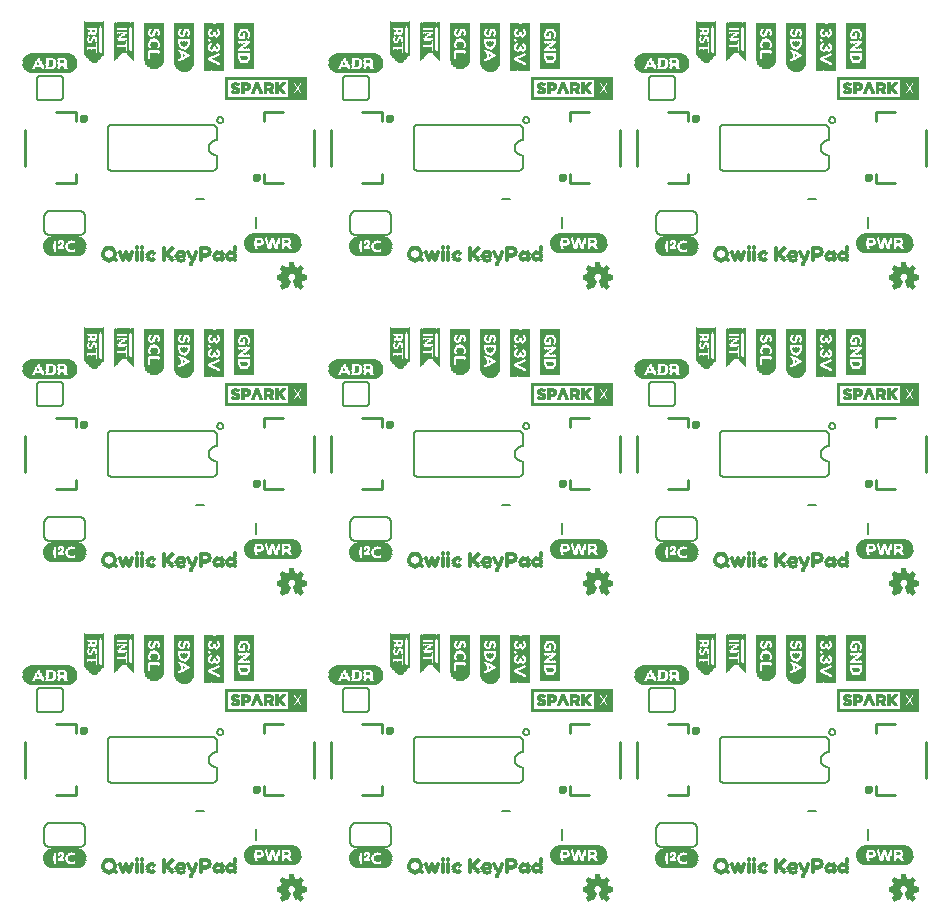
<source format=gto>
G75*
%MOIN*%
%OFA0B0*%
%FSLAX25Y25*%
%IPPOS*%
%LPD*%
%AMOC8*
5,1,8,0,0,1.08239X$1,22.5*
%
%ADD10C,0.01000*%
%ADD11C,0.01575*%
%ADD12C,0.00039*%
%ADD13C,0.00299*%
%ADD14C,0.00600*%
%ADD15C,0.00800*%
%ADD16C,0.00500*%
%ADD17R,0.00157X0.15906*%
%ADD18R,0.00157X0.02992*%
%ADD19R,0.00157X0.03937*%
%ADD20R,0.00157X0.07402*%
%ADD21R,0.00157X0.02520*%
%ADD22R,0.00157X0.03307*%
%ADD23R,0.00157X0.01102*%
%ADD24R,0.00157X0.02362*%
%ADD25R,0.00157X0.01890*%
%ADD26R,0.00157X0.02677*%
%ADD27R,0.00157X0.00787*%
%ADD28R,0.00157X0.01732*%
%ADD29R,0.00157X0.02205*%
%ADD30R,0.00157X0.00630*%
%ADD31R,0.00157X0.02047*%
%ADD32R,0.00157X0.00472*%
%ADD33R,0.00157X0.00315*%
%ADD34R,0.00157X0.00945*%
%ADD35R,0.00157X0.01575*%
%ADD36R,0.00157X0.01417*%
%ADD37R,0.00157X0.01260*%
%ADD38R,0.00157X0.03150*%
%ADD39R,0.00157X0.03622*%
%ADD40R,0.00157X0.00157*%
%ADD41R,0.00157X0.02835*%
%ADD42R,0.00157X0.03465*%
%ADD43R,0.00157X0.15276*%
%ADD44R,0.00157X0.11024*%
%ADD45R,0.00157X0.13858*%
%ADD46R,0.00157X0.14331*%
%ADD47R,0.00157X0.14646*%
%ADD48R,0.00157X0.14961*%
%ADD49R,0.00157X0.15118*%
%ADD50R,0.00157X0.15433*%
%ADD51R,0.00157X0.11969*%
%ADD52R,0.00157X0.04567*%
%ADD53R,0.00157X0.04409*%
%ADD54R,0.00157X0.04252*%
%ADD55R,0.00157X0.04094*%
%ADD56R,0.00157X0.03780*%
%ADD57R,0.00157X0.12913*%
%ADD58R,0.00157X0.13386*%
%ADD59R,0.00157X0.13701*%
%ADD60R,0.00157X0.14016*%
%ADD61R,0.00157X0.14173*%
%ADD62R,0.00157X0.14488*%
%ADD63R,0.00157X0.07087*%
%ADD64R,0.00157X0.04882*%
%ADD65R,0.00157X0.05039*%
%ADD66R,0.00157X0.05197*%
%ADD67R,0.14331X0.00157*%
%ADD68R,0.15276X0.00157*%
%ADD69R,0.15906X0.00157*%
%ADD70R,0.16535X0.00157*%
%ADD71R,0.16850X0.00157*%
%ADD72R,0.17165X0.00157*%
%ADD73R,0.17480X0.00157*%
%ADD74R,0.06614X0.00157*%
%ADD75R,0.04094X0.00157*%
%ADD76R,0.06772X0.00157*%
%ADD77R,0.02992X0.00157*%
%ADD78R,0.01260X0.00157*%
%ADD79R,0.01575X0.00157*%
%ADD80R,0.00630X0.00157*%
%ADD81R,0.03780X0.00157*%
%ADD82R,0.00787X0.00157*%
%ADD83R,0.00472X0.00157*%
%ADD84R,0.03465X0.00157*%
%ADD85R,0.03150X0.00157*%
%ADD86R,0.01102X0.00157*%
%ADD87R,0.03307X0.00157*%
%ADD88R,0.00315X0.00157*%
%ADD89R,0.00945X0.00157*%
%ADD90R,0.03622X0.00157*%
%ADD91R,0.01732X0.00157*%
%ADD92R,0.02205X0.00157*%
%ADD93R,0.01417X0.00157*%
%ADD94R,0.02835X0.00157*%
%ADD95R,0.01890X0.00157*%
%ADD96R,0.09606X0.00157*%
%ADD97R,0.10551X0.00157*%
%ADD98R,0.11181X0.00157*%
%ADD99R,0.11811X0.00157*%
%ADD100R,0.12126X0.00157*%
%ADD101R,0.12441X0.00157*%
%ADD102R,0.12756X0.00157*%
%ADD103R,0.04882X0.00157*%
%ADD104R,0.03937X0.00157*%
%ADD105R,0.02047X0.00157*%
%ADD106R,0.05669X0.00157*%
%ADD107R,0.05827X0.00157*%
%ADD108R,0.05984X0.00157*%
%ADD109R,0.04567X0.00157*%
%ADD110R,0.13386X0.00157*%
%ADD111R,0.14961X0.00157*%
%ADD112R,0.15591X0.00157*%
%ADD113R,0.16220X0.00157*%
%ADD114R,0.04409X0.00157*%
%ADD115R,0.04252X0.00157*%
%ADD116R,0.02677X0.00157*%
%ADD117R,0.02362X0.00157*%
%ADD118R,0.00157X0.11181*%
%ADD119R,0.00157X0.11496*%
%ADD120R,0.00157X0.11654*%
%ADD121R,0.00157X0.12756*%
%ADD122R,0.00157X0.13071*%
%ADD123R,0.00157X0.13228*%
%ADD124R,0.00157X0.11811*%
%ADD125R,0.00984X0.00197*%
%ADD126R,0.01181X0.00197*%
%ADD127R,0.01378X0.00197*%
%ADD128R,0.00197X0.00197*%
%ADD129R,0.00394X0.00197*%
%ADD130R,0.01969X0.00197*%
%ADD131R,0.02362X0.00197*%
%ADD132R,0.02953X0.00197*%
%ADD133R,0.03346X0.00197*%
%ADD134R,0.01575X0.00197*%
%ADD135R,0.03543X0.00197*%
%ADD136R,0.03740X0.00197*%
%ADD137R,0.01772X0.00197*%
%ADD138R,0.04134X0.00197*%
%ADD139R,0.00591X0.00197*%
%ADD140R,0.04331X0.00197*%
%ADD141R,0.03937X0.00197*%
%ADD142R,0.00787X0.00197*%
%ADD143R,0.02165X0.00197*%
%ADD144R,0.03150X0.00197*%
%ADD145R,0.02559X0.00197*%
%ADD146R,0.02756X0.00197*%
%ADD147R,0.01181X0.00236*%
%ADD148R,0.01378X0.00236*%
%ADD149R,0.04724X0.00236*%
%ADD150R,0.00394X0.00236*%
%ADD151R,0.02756X0.00236*%
%ADD152R,0.03740X0.00236*%
%ADD153R,0.01575X0.00236*%
%ADD154R,0.04528X0.00197*%
%ADD155R,0.01969X0.00236*%
%ADD156R,0.02165X0.00236*%
%ADD157R,0.01772X0.00236*%
%ADD158R,0.00984X0.00236*%
%ADD159R,0.04921X0.00197*%
%ADD160R,0.05118X0.00197*%
%ADD161R,0.04724X0.00197*%
%ADD162R,0.02953X0.00236*%
%ADD163R,0.01378X0.00157*%
%ADD164R,0.00157X0.12598*%
%ADD165R,0.00157X0.12441*%
%ADD166R,0.00157X0.12283*%
%ADD167R,0.00157X0.10866*%
%ADD168R,0.00157X0.10709*%
%ADD169R,0.00157X0.12126*%
D10*
X0057088Y0072122D02*
X0063584Y0072122D01*
X0063584Y0075075D01*
X0046852Y0078028D02*
X0046852Y0089839D01*
X0057088Y0095744D02*
X0063584Y0095744D01*
X0063584Y0092791D01*
X0126340Y0092791D02*
X0126340Y0095744D01*
X0132836Y0095744D01*
X0143072Y0089839D02*
X0143072Y0078028D01*
X0148852Y0078028D02*
X0148852Y0089839D01*
X0159088Y0095744D02*
X0165584Y0095744D01*
X0165584Y0092791D01*
X0165584Y0075075D02*
X0165584Y0072122D01*
X0159088Y0072122D01*
X0132836Y0072122D02*
X0126340Y0072122D01*
X0126340Y0075075D01*
X0228340Y0075075D02*
X0228340Y0072122D01*
X0234836Y0072122D01*
X0245072Y0078028D02*
X0245072Y0089839D01*
X0250852Y0089839D02*
X0250852Y0078028D01*
X0261088Y0072122D02*
X0267584Y0072122D01*
X0267584Y0075075D01*
X0267584Y0092791D02*
X0267584Y0095744D01*
X0261088Y0095744D01*
X0234836Y0095744D02*
X0228340Y0095744D01*
X0228340Y0092791D01*
X0228340Y0174122D02*
X0228340Y0177075D01*
X0228340Y0174122D02*
X0234836Y0174122D01*
X0245072Y0180028D02*
X0245072Y0191839D01*
X0250852Y0191839D02*
X0250852Y0180028D01*
X0261088Y0174122D02*
X0267584Y0174122D01*
X0267584Y0177075D01*
X0267584Y0194791D02*
X0267584Y0197744D01*
X0261088Y0197744D01*
X0234836Y0197744D02*
X0228340Y0197744D01*
X0228340Y0194791D01*
X0165584Y0194791D02*
X0165584Y0197744D01*
X0159088Y0197744D01*
X0148852Y0191839D02*
X0148852Y0180028D01*
X0143072Y0180028D02*
X0143072Y0191839D01*
X0132836Y0197744D02*
X0126340Y0197744D01*
X0126340Y0194791D01*
X0126340Y0177075D02*
X0126340Y0174122D01*
X0132836Y0174122D01*
X0159088Y0174122D02*
X0165584Y0174122D01*
X0165584Y0177075D01*
X0063584Y0177075D02*
X0063584Y0174122D01*
X0057088Y0174122D01*
X0046852Y0180028D02*
X0046852Y0191839D01*
X0057088Y0197744D02*
X0063584Y0197744D01*
X0063584Y0194791D01*
X0063584Y0276122D02*
X0057088Y0276122D01*
X0063584Y0276122D02*
X0063584Y0279075D01*
X0046852Y0282028D02*
X0046852Y0293839D01*
X0057088Y0299744D02*
X0063584Y0299744D01*
X0063584Y0296791D01*
X0126340Y0296791D02*
X0126340Y0299744D01*
X0132836Y0299744D01*
X0143072Y0293839D02*
X0143072Y0282028D01*
X0148852Y0282028D02*
X0148852Y0293839D01*
X0159088Y0299744D02*
X0165584Y0299744D01*
X0165584Y0296791D01*
X0165584Y0279075D02*
X0165584Y0276122D01*
X0159088Y0276122D01*
X0132836Y0276122D02*
X0126340Y0276122D01*
X0126340Y0279075D01*
X0228340Y0279075D02*
X0228340Y0276122D01*
X0234836Y0276122D01*
X0245072Y0282028D02*
X0245072Y0293839D01*
X0250852Y0293839D02*
X0250852Y0282028D01*
X0261088Y0276122D02*
X0267584Y0276122D01*
X0267584Y0279075D01*
X0267584Y0296791D02*
X0267584Y0299744D01*
X0261088Y0299744D01*
X0234836Y0299744D02*
X0228340Y0299744D01*
X0228340Y0296791D01*
X0330340Y0296791D02*
X0330340Y0299744D01*
X0336836Y0299744D01*
X0347072Y0293839D02*
X0347072Y0282028D01*
X0336836Y0276122D02*
X0330340Y0276122D01*
X0330340Y0279075D01*
X0330340Y0197744D02*
X0336836Y0197744D01*
X0330340Y0197744D02*
X0330340Y0194791D01*
X0347072Y0191839D02*
X0347072Y0180028D01*
X0336836Y0174122D02*
X0330340Y0174122D01*
X0330340Y0177075D01*
X0330340Y0095744D02*
X0336836Y0095744D01*
X0330340Y0095744D02*
X0330340Y0092791D01*
X0347072Y0089839D02*
X0347072Y0078028D01*
X0336836Y0072122D02*
X0330340Y0072122D01*
X0330340Y0075075D01*
D11*
X0327224Y0074091D02*
X0327226Y0074138D01*
X0327232Y0074184D01*
X0327241Y0074230D01*
X0327255Y0074274D01*
X0327272Y0074318D01*
X0327293Y0074359D01*
X0327317Y0074399D01*
X0327344Y0074437D01*
X0327375Y0074472D01*
X0327408Y0074505D01*
X0327444Y0074535D01*
X0327483Y0074561D01*
X0327523Y0074585D01*
X0327565Y0074604D01*
X0327609Y0074621D01*
X0327654Y0074633D01*
X0327700Y0074642D01*
X0327746Y0074647D01*
X0327793Y0074648D01*
X0327839Y0074645D01*
X0327885Y0074638D01*
X0327931Y0074627D01*
X0327975Y0074613D01*
X0328018Y0074595D01*
X0328059Y0074573D01*
X0328099Y0074548D01*
X0328136Y0074520D01*
X0328171Y0074489D01*
X0328203Y0074455D01*
X0328232Y0074418D01*
X0328257Y0074380D01*
X0328280Y0074339D01*
X0328299Y0074296D01*
X0328314Y0074252D01*
X0328326Y0074207D01*
X0328334Y0074161D01*
X0328338Y0074114D01*
X0328338Y0074068D01*
X0328334Y0074021D01*
X0328326Y0073975D01*
X0328314Y0073930D01*
X0328299Y0073886D01*
X0328280Y0073843D01*
X0328257Y0073802D01*
X0328232Y0073764D01*
X0328203Y0073727D01*
X0328171Y0073693D01*
X0328136Y0073662D01*
X0328099Y0073634D01*
X0328060Y0073609D01*
X0328018Y0073587D01*
X0327975Y0073569D01*
X0327931Y0073555D01*
X0327885Y0073544D01*
X0327839Y0073537D01*
X0327793Y0073534D01*
X0327746Y0073535D01*
X0327700Y0073540D01*
X0327654Y0073549D01*
X0327609Y0073561D01*
X0327565Y0073578D01*
X0327523Y0073597D01*
X0327483Y0073621D01*
X0327444Y0073647D01*
X0327408Y0073677D01*
X0327375Y0073710D01*
X0327344Y0073745D01*
X0327317Y0073783D01*
X0327293Y0073823D01*
X0327272Y0073864D01*
X0327255Y0073908D01*
X0327241Y0073952D01*
X0327232Y0073998D01*
X0327226Y0074044D01*
X0327224Y0074091D01*
X0269586Y0093776D02*
X0269588Y0093823D01*
X0269594Y0093869D01*
X0269603Y0093915D01*
X0269617Y0093959D01*
X0269634Y0094003D01*
X0269655Y0094044D01*
X0269679Y0094084D01*
X0269706Y0094122D01*
X0269737Y0094157D01*
X0269770Y0094190D01*
X0269806Y0094220D01*
X0269845Y0094246D01*
X0269885Y0094270D01*
X0269927Y0094289D01*
X0269971Y0094306D01*
X0270016Y0094318D01*
X0270062Y0094327D01*
X0270108Y0094332D01*
X0270155Y0094333D01*
X0270201Y0094330D01*
X0270247Y0094323D01*
X0270293Y0094312D01*
X0270337Y0094298D01*
X0270380Y0094280D01*
X0270421Y0094258D01*
X0270461Y0094233D01*
X0270498Y0094205D01*
X0270533Y0094174D01*
X0270565Y0094140D01*
X0270594Y0094103D01*
X0270619Y0094065D01*
X0270642Y0094024D01*
X0270661Y0093981D01*
X0270676Y0093937D01*
X0270688Y0093892D01*
X0270696Y0093846D01*
X0270700Y0093799D01*
X0270700Y0093753D01*
X0270696Y0093706D01*
X0270688Y0093660D01*
X0270676Y0093615D01*
X0270661Y0093571D01*
X0270642Y0093528D01*
X0270619Y0093487D01*
X0270594Y0093449D01*
X0270565Y0093412D01*
X0270533Y0093378D01*
X0270498Y0093347D01*
X0270461Y0093319D01*
X0270422Y0093294D01*
X0270380Y0093272D01*
X0270337Y0093254D01*
X0270293Y0093240D01*
X0270247Y0093229D01*
X0270201Y0093222D01*
X0270155Y0093219D01*
X0270108Y0093220D01*
X0270062Y0093225D01*
X0270016Y0093234D01*
X0269971Y0093246D01*
X0269927Y0093263D01*
X0269885Y0093282D01*
X0269845Y0093306D01*
X0269806Y0093332D01*
X0269770Y0093362D01*
X0269737Y0093395D01*
X0269706Y0093430D01*
X0269679Y0093468D01*
X0269655Y0093508D01*
X0269634Y0093549D01*
X0269617Y0093593D01*
X0269603Y0093637D01*
X0269594Y0093683D01*
X0269588Y0093729D01*
X0269586Y0093776D01*
X0225224Y0074091D02*
X0225226Y0074138D01*
X0225232Y0074184D01*
X0225241Y0074230D01*
X0225255Y0074274D01*
X0225272Y0074318D01*
X0225293Y0074359D01*
X0225317Y0074399D01*
X0225344Y0074437D01*
X0225375Y0074472D01*
X0225408Y0074505D01*
X0225444Y0074535D01*
X0225483Y0074561D01*
X0225523Y0074585D01*
X0225565Y0074604D01*
X0225609Y0074621D01*
X0225654Y0074633D01*
X0225700Y0074642D01*
X0225746Y0074647D01*
X0225793Y0074648D01*
X0225839Y0074645D01*
X0225885Y0074638D01*
X0225931Y0074627D01*
X0225975Y0074613D01*
X0226018Y0074595D01*
X0226059Y0074573D01*
X0226099Y0074548D01*
X0226136Y0074520D01*
X0226171Y0074489D01*
X0226203Y0074455D01*
X0226232Y0074418D01*
X0226257Y0074380D01*
X0226280Y0074339D01*
X0226299Y0074296D01*
X0226314Y0074252D01*
X0226326Y0074207D01*
X0226334Y0074161D01*
X0226338Y0074114D01*
X0226338Y0074068D01*
X0226334Y0074021D01*
X0226326Y0073975D01*
X0226314Y0073930D01*
X0226299Y0073886D01*
X0226280Y0073843D01*
X0226257Y0073802D01*
X0226232Y0073764D01*
X0226203Y0073727D01*
X0226171Y0073693D01*
X0226136Y0073662D01*
X0226099Y0073634D01*
X0226060Y0073609D01*
X0226018Y0073587D01*
X0225975Y0073569D01*
X0225931Y0073555D01*
X0225885Y0073544D01*
X0225839Y0073537D01*
X0225793Y0073534D01*
X0225746Y0073535D01*
X0225700Y0073540D01*
X0225654Y0073549D01*
X0225609Y0073561D01*
X0225565Y0073578D01*
X0225523Y0073597D01*
X0225483Y0073621D01*
X0225444Y0073647D01*
X0225408Y0073677D01*
X0225375Y0073710D01*
X0225344Y0073745D01*
X0225317Y0073783D01*
X0225293Y0073823D01*
X0225272Y0073864D01*
X0225255Y0073908D01*
X0225241Y0073952D01*
X0225232Y0073998D01*
X0225226Y0074044D01*
X0225224Y0074091D01*
X0167586Y0093776D02*
X0167588Y0093823D01*
X0167594Y0093869D01*
X0167603Y0093915D01*
X0167617Y0093959D01*
X0167634Y0094003D01*
X0167655Y0094044D01*
X0167679Y0094084D01*
X0167706Y0094122D01*
X0167737Y0094157D01*
X0167770Y0094190D01*
X0167806Y0094220D01*
X0167845Y0094246D01*
X0167885Y0094270D01*
X0167927Y0094289D01*
X0167971Y0094306D01*
X0168016Y0094318D01*
X0168062Y0094327D01*
X0168108Y0094332D01*
X0168155Y0094333D01*
X0168201Y0094330D01*
X0168247Y0094323D01*
X0168293Y0094312D01*
X0168337Y0094298D01*
X0168380Y0094280D01*
X0168421Y0094258D01*
X0168461Y0094233D01*
X0168498Y0094205D01*
X0168533Y0094174D01*
X0168565Y0094140D01*
X0168594Y0094103D01*
X0168619Y0094065D01*
X0168642Y0094024D01*
X0168661Y0093981D01*
X0168676Y0093937D01*
X0168688Y0093892D01*
X0168696Y0093846D01*
X0168700Y0093799D01*
X0168700Y0093753D01*
X0168696Y0093706D01*
X0168688Y0093660D01*
X0168676Y0093615D01*
X0168661Y0093571D01*
X0168642Y0093528D01*
X0168619Y0093487D01*
X0168594Y0093449D01*
X0168565Y0093412D01*
X0168533Y0093378D01*
X0168498Y0093347D01*
X0168461Y0093319D01*
X0168422Y0093294D01*
X0168380Y0093272D01*
X0168337Y0093254D01*
X0168293Y0093240D01*
X0168247Y0093229D01*
X0168201Y0093222D01*
X0168155Y0093219D01*
X0168108Y0093220D01*
X0168062Y0093225D01*
X0168016Y0093234D01*
X0167971Y0093246D01*
X0167927Y0093263D01*
X0167885Y0093282D01*
X0167845Y0093306D01*
X0167806Y0093332D01*
X0167770Y0093362D01*
X0167737Y0093395D01*
X0167706Y0093430D01*
X0167679Y0093468D01*
X0167655Y0093508D01*
X0167634Y0093549D01*
X0167617Y0093593D01*
X0167603Y0093637D01*
X0167594Y0093683D01*
X0167588Y0093729D01*
X0167586Y0093776D01*
X0123224Y0074091D02*
X0123226Y0074138D01*
X0123232Y0074184D01*
X0123241Y0074230D01*
X0123255Y0074274D01*
X0123272Y0074318D01*
X0123293Y0074359D01*
X0123317Y0074399D01*
X0123344Y0074437D01*
X0123375Y0074472D01*
X0123408Y0074505D01*
X0123444Y0074535D01*
X0123483Y0074561D01*
X0123523Y0074585D01*
X0123565Y0074604D01*
X0123609Y0074621D01*
X0123654Y0074633D01*
X0123700Y0074642D01*
X0123746Y0074647D01*
X0123793Y0074648D01*
X0123839Y0074645D01*
X0123885Y0074638D01*
X0123931Y0074627D01*
X0123975Y0074613D01*
X0124018Y0074595D01*
X0124059Y0074573D01*
X0124099Y0074548D01*
X0124136Y0074520D01*
X0124171Y0074489D01*
X0124203Y0074455D01*
X0124232Y0074418D01*
X0124257Y0074380D01*
X0124280Y0074339D01*
X0124299Y0074296D01*
X0124314Y0074252D01*
X0124326Y0074207D01*
X0124334Y0074161D01*
X0124338Y0074114D01*
X0124338Y0074068D01*
X0124334Y0074021D01*
X0124326Y0073975D01*
X0124314Y0073930D01*
X0124299Y0073886D01*
X0124280Y0073843D01*
X0124257Y0073802D01*
X0124232Y0073764D01*
X0124203Y0073727D01*
X0124171Y0073693D01*
X0124136Y0073662D01*
X0124099Y0073634D01*
X0124060Y0073609D01*
X0124018Y0073587D01*
X0123975Y0073569D01*
X0123931Y0073555D01*
X0123885Y0073544D01*
X0123839Y0073537D01*
X0123793Y0073534D01*
X0123746Y0073535D01*
X0123700Y0073540D01*
X0123654Y0073549D01*
X0123609Y0073561D01*
X0123565Y0073578D01*
X0123523Y0073597D01*
X0123483Y0073621D01*
X0123444Y0073647D01*
X0123408Y0073677D01*
X0123375Y0073710D01*
X0123344Y0073745D01*
X0123317Y0073783D01*
X0123293Y0073823D01*
X0123272Y0073864D01*
X0123255Y0073908D01*
X0123241Y0073952D01*
X0123232Y0073998D01*
X0123226Y0074044D01*
X0123224Y0074091D01*
X0065586Y0093776D02*
X0065588Y0093823D01*
X0065594Y0093869D01*
X0065603Y0093915D01*
X0065617Y0093959D01*
X0065634Y0094003D01*
X0065655Y0094044D01*
X0065679Y0094084D01*
X0065706Y0094122D01*
X0065737Y0094157D01*
X0065770Y0094190D01*
X0065806Y0094220D01*
X0065845Y0094246D01*
X0065885Y0094270D01*
X0065927Y0094289D01*
X0065971Y0094306D01*
X0066016Y0094318D01*
X0066062Y0094327D01*
X0066108Y0094332D01*
X0066155Y0094333D01*
X0066201Y0094330D01*
X0066247Y0094323D01*
X0066293Y0094312D01*
X0066337Y0094298D01*
X0066380Y0094280D01*
X0066421Y0094258D01*
X0066461Y0094233D01*
X0066498Y0094205D01*
X0066533Y0094174D01*
X0066565Y0094140D01*
X0066594Y0094103D01*
X0066619Y0094065D01*
X0066642Y0094024D01*
X0066661Y0093981D01*
X0066676Y0093937D01*
X0066688Y0093892D01*
X0066696Y0093846D01*
X0066700Y0093799D01*
X0066700Y0093753D01*
X0066696Y0093706D01*
X0066688Y0093660D01*
X0066676Y0093615D01*
X0066661Y0093571D01*
X0066642Y0093528D01*
X0066619Y0093487D01*
X0066594Y0093449D01*
X0066565Y0093412D01*
X0066533Y0093378D01*
X0066498Y0093347D01*
X0066461Y0093319D01*
X0066422Y0093294D01*
X0066380Y0093272D01*
X0066337Y0093254D01*
X0066293Y0093240D01*
X0066247Y0093229D01*
X0066201Y0093222D01*
X0066155Y0093219D01*
X0066108Y0093220D01*
X0066062Y0093225D01*
X0066016Y0093234D01*
X0065971Y0093246D01*
X0065927Y0093263D01*
X0065885Y0093282D01*
X0065845Y0093306D01*
X0065806Y0093332D01*
X0065770Y0093362D01*
X0065737Y0093395D01*
X0065706Y0093430D01*
X0065679Y0093468D01*
X0065655Y0093508D01*
X0065634Y0093549D01*
X0065617Y0093593D01*
X0065603Y0093637D01*
X0065594Y0093683D01*
X0065588Y0093729D01*
X0065586Y0093776D01*
X0123224Y0176091D02*
X0123226Y0176138D01*
X0123232Y0176184D01*
X0123241Y0176230D01*
X0123255Y0176274D01*
X0123272Y0176318D01*
X0123293Y0176359D01*
X0123317Y0176399D01*
X0123344Y0176437D01*
X0123375Y0176472D01*
X0123408Y0176505D01*
X0123444Y0176535D01*
X0123483Y0176561D01*
X0123523Y0176585D01*
X0123565Y0176604D01*
X0123609Y0176621D01*
X0123654Y0176633D01*
X0123700Y0176642D01*
X0123746Y0176647D01*
X0123793Y0176648D01*
X0123839Y0176645D01*
X0123885Y0176638D01*
X0123931Y0176627D01*
X0123975Y0176613D01*
X0124018Y0176595D01*
X0124059Y0176573D01*
X0124099Y0176548D01*
X0124136Y0176520D01*
X0124171Y0176489D01*
X0124203Y0176455D01*
X0124232Y0176418D01*
X0124257Y0176380D01*
X0124280Y0176339D01*
X0124299Y0176296D01*
X0124314Y0176252D01*
X0124326Y0176207D01*
X0124334Y0176161D01*
X0124338Y0176114D01*
X0124338Y0176068D01*
X0124334Y0176021D01*
X0124326Y0175975D01*
X0124314Y0175930D01*
X0124299Y0175886D01*
X0124280Y0175843D01*
X0124257Y0175802D01*
X0124232Y0175764D01*
X0124203Y0175727D01*
X0124171Y0175693D01*
X0124136Y0175662D01*
X0124099Y0175634D01*
X0124060Y0175609D01*
X0124018Y0175587D01*
X0123975Y0175569D01*
X0123931Y0175555D01*
X0123885Y0175544D01*
X0123839Y0175537D01*
X0123793Y0175534D01*
X0123746Y0175535D01*
X0123700Y0175540D01*
X0123654Y0175549D01*
X0123609Y0175561D01*
X0123565Y0175578D01*
X0123523Y0175597D01*
X0123483Y0175621D01*
X0123444Y0175647D01*
X0123408Y0175677D01*
X0123375Y0175710D01*
X0123344Y0175745D01*
X0123317Y0175783D01*
X0123293Y0175823D01*
X0123272Y0175864D01*
X0123255Y0175908D01*
X0123241Y0175952D01*
X0123232Y0175998D01*
X0123226Y0176044D01*
X0123224Y0176091D01*
X0167586Y0195776D02*
X0167588Y0195823D01*
X0167594Y0195869D01*
X0167603Y0195915D01*
X0167617Y0195959D01*
X0167634Y0196003D01*
X0167655Y0196044D01*
X0167679Y0196084D01*
X0167706Y0196122D01*
X0167737Y0196157D01*
X0167770Y0196190D01*
X0167806Y0196220D01*
X0167845Y0196246D01*
X0167885Y0196270D01*
X0167927Y0196289D01*
X0167971Y0196306D01*
X0168016Y0196318D01*
X0168062Y0196327D01*
X0168108Y0196332D01*
X0168155Y0196333D01*
X0168201Y0196330D01*
X0168247Y0196323D01*
X0168293Y0196312D01*
X0168337Y0196298D01*
X0168380Y0196280D01*
X0168421Y0196258D01*
X0168461Y0196233D01*
X0168498Y0196205D01*
X0168533Y0196174D01*
X0168565Y0196140D01*
X0168594Y0196103D01*
X0168619Y0196065D01*
X0168642Y0196024D01*
X0168661Y0195981D01*
X0168676Y0195937D01*
X0168688Y0195892D01*
X0168696Y0195846D01*
X0168700Y0195799D01*
X0168700Y0195753D01*
X0168696Y0195706D01*
X0168688Y0195660D01*
X0168676Y0195615D01*
X0168661Y0195571D01*
X0168642Y0195528D01*
X0168619Y0195487D01*
X0168594Y0195449D01*
X0168565Y0195412D01*
X0168533Y0195378D01*
X0168498Y0195347D01*
X0168461Y0195319D01*
X0168422Y0195294D01*
X0168380Y0195272D01*
X0168337Y0195254D01*
X0168293Y0195240D01*
X0168247Y0195229D01*
X0168201Y0195222D01*
X0168155Y0195219D01*
X0168108Y0195220D01*
X0168062Y0195225D01*
X0168016Y0195234D01*
X0167971Y0195246D01*
X0167927Y0195263D01*
X0167885Y0195282D01*
X0167845Y0195306D01*
X0167806Y0195332D01*
X0167770Y0195362D01*
X0167737Y0195395D01*
X0167706Y0195430D01*
X0167679Y0195468D01*
X0167655Y0195508D01*
X0167634Y0195549D01*
X0167617Y0195593D01*
X0167603Y0195637D01*
X0167594Y0195683D01*
X0167588Y0195729D01*
X0167586Y0195776D01*
X0225224Y0176091D02*
X0225226Y0176138D01*
X0225232Y0176184D01*
X0225241Y0176230D01*
X0225255Y0176274D01*
X0225272Y0176318D01*
X0225293Y0176359D01*
X0225317Y0176399D01*
X0225344Y0176437D01*
X0225375Y0176472D01*
X0225408Y0176505D01*
X0225444Y0176535D01*
X0225483Y0176561D01*
X0225523Y0176585D01*
X0225565Y0176604D01*
X0225609Y0176621D01*
X0225654Y0176633D01*
X0225700Y0176642D01*
X0225746Y0176647D01*
X0225793Y0176648D01*
X0225839Y0176645D01*
X0225885Y0176638D01*
X0225931Y0176627D01*
X0225975Y0176613D01*
X0226018Y0176595D01*
X0226059Y0176573D01*
X0226099Y0176548D01*
X0226136Y0176520D01*
X0226171Y0176489D01*
X0226203Y0176455D01*
X0226232Y0176418D01*
X0226257Y0176380D01*
X0226280Y0176339D01*
X0226299Y0176296D01*
X0226314Y0176252D01*
X0226326Y0176207D01*
X0226334Y0176161D01*
X0226338Y0176114D01*
X0226338Y0176068D01*
X0226334Y0176021D01*
X0226326Y0175975D01*
X0226314Y0175930D01*
X0226299Y0175886D01*
X0226280Y0175843D01*
X0226257Y0175802D01*
X0226232Y0175764D01*
X0226203Y0175727D01*
X0226171Y0175693D01*
X0226136Y0175662D01*
X0226099Y0175634D01*
X0226060Y0175609D01*
X0226018Y0175587D01*
X0225975Y0175569D01*
X0225931Y0175555D01*
X0225885Y0175544D01*
X0225839Y0175537D01*
X0225793Y0175534D01*
X0225746Y0175535D01*
X0225700Y0175540D01*
X0225654Y0175549D01*
X0225609Y0175561D01*
X0225565Y0175578D01*
X0225523Y0175597D01*
X0225483Y0175621D01*
X0225444Y0175647D01*
X0225408Y0175677D01*
X0225375Y0175710D01*
X0225344Y0175745D01*
X0225317Y0175783D01*
X0225293Y0175823D01*
X0225272Y0175864D01*
X0225255Y0175908D01*
X0225241Y0175952D01*
X0225232Y0175998D01*
X0225226Y0176044D01*
X0225224Y0176091D01*
X0269586Y0195776D02*
X0269588Y0195823D01*
X0269594Y0195869D01*
X0269603Y0195915D01*
X0269617Y0195959D01*
X0269634Y0196003D01*
X0269655Y0196044D01*
X0269679Y0196084D01*
X0269706Y0196122D01*
X0269737Y0196157D01*
X0269770Y0196190D01*
X0269806Y0196220D01*
X0269845Y0196246D01*
X0269885Y0196270D01*
X0269927Y0196289D01*
X0269971Y0196306D01*
X0270016Y0196318D01*
X0270062Y0196327D01*
X0270108Y0196332D01*
X0270155Y0196333D01*
X0270201Y0196330D01*
X0270247Y0196323D01*
X0270293Y0196312D01*
X0270337Y0196298D01*
X0270380Y0196280D01*
X0270421Y0196258D01*
X0270461Y0196233D01*
X0270498Y0196205D01*
X0270533Y0196174D01*
X0270565Y0196140D01*
X0270594Y0196103D01*
X0270619Y0196065D01*
X0270642Y0196024D01*
X0270661Y0195981D01*
X0270676Y0195937D01*
X0270688Y0195892D01*
X0270696Y0195846D01*
X0270700Y0195799D01*
X0270700Y0195753D01*
X0270696Y0195706D01*
X0270688Y0195660D01*
X0270676Y0195615D01*
X0270661Y0195571D01*
X0270642Y0195528D01*
X0270619Y0195487D01*
X0270594Y0195449D01*
X0270565Y0195412D01*
X0270533Y0195378D01*
X0270498Y0195347D01*
X0270461Y0195319D01*
X0270422Y0195294D01*
X0270380Y0195272D01*
X0270337Y0195254D01*
X0270293Y0195240D01*
X0270247Y0195229D01*
X0270201Y0195222D01*
X0270155Y0195219D01*
X0270108Y0195220D01*
X0270062Y0195225D01*
X0270016Y0195234D01*
X0269971Y0195246D01*
X0269927Y0195263D01*
X0269885Y0195282D01*
X0269845Y0195306D01*
X0269806Y0195332D01*
X0269770Y0195362D01*
X0269737Y0195395D01*
X0269706Y0195430D01*
X0269679Y0195468D01*
X0269655Y0195508D01*
X0269634Y0195549D01*
X0269617Y0195593D01*
X0269603Y0195637D01*
X0269594Y0195683D01*
X0269588Y0195729D01*
X0269586Y0195776D01*
X0327224Y0176091D02*
X0327226Y0176138D01*
X0327232Y0176184D01*
X0327241Y0176230D01*
X0327255Y0176274D01*
X0327272Y0176318D01*
X0327293Y0176359D01*
X0327317Y0176399D01*
X0327344Y0176437D01*
X0327375Y0176472D01*
X0327408Y0176505D01*
X0327444Y0176535D01*
X0327483Y0176561D01*
X0327523Y0176585D01*
X0327565Y0176604D01*
X0327609Y0176621D01*
X0327654Y0176633D01*
X0327700Y0176642D01*
X0327746Y0176647D01*
X0327793Y0176648D01*
X0327839Y0176645D01*
X0327885Y0176638D01*
X0327931Y0176627D01*
X0327975Y0176613D01*
X0328018Y0176595D01*
X0328059Y0176573D01*
X0328099Y0176548D01*
X0328136Y0176520D01*
X0328171Y0176489D01*
X0328203Y0176455D01*
X0328232Y0176418D01*
X0328257Y0176380D01*
X0328280Y0176339D01*
X0328299Y0176296D01*
X0328314Y0176252D01*
X0328326Y0176207D01*
X0328334Y0176161D01*
X0328338Y0176114D01*
X0328338Y0176068D01*
X0328334Y0176021D01*
X0328326Y0175975D01*
X0328314Y0175930D01*
X0328299Y0175886D01*
X0328280Y0175843D01*
X0328257Y0175802D01*
X0328232Y0175764D01*
X0328203Y0175727D01*
X0328171Y0175693D01*
X0328136Y0175662D01*
X0328099Y0175634D01*
X0328060Y0175609D01*
X0328018Y0175587D01*
X0327975Y0175569D01*
X0327931Y0175555D01*
X0327885Y0175544D01*
X0327839Y0175537D01*
X0327793Y0175534D01*
X0327746Y0175535D01*
X0327700Y0175540D01*
X0327654Y0175549D01*
X0327609Y0175561D01*
X0327565Y0175578D01*
X0327523Y0175597D01*
X0327483Y0175621D01*
X0327444Y0175647D01*
X0327408Y0175677D01*
X0327375Y0175710D01*
X0327344Y0175745D01*
X0327317Y0175783D01*
X0327293Y0175823D01*
X0327272Y0175864D01*
X0327255Y0175908D01*
X0327241Y0175952D01*
X0327232Y0175998D01*
X0327226Y0176044D01*
X0327224Y0176091D01*
X0327224Y0278091D02*
X0327226Y0278138D01*
X0327232Y0278184D01*
X0327241Y0278230D01*
X0327255Y0278274D01*
X0327272Y0278318D01*
X0327293Y0278359D01*
X0327317Y0278399D01*
X0327344Y0278437D01*
X0327375Y0278472D01*
X0327408Y0278505D01*
X0327444Y0278535D01*
X0327483Y0278561D01*
X0327523Y0278585D01*
X0327565Y0278604D01*
X0327609Y0278621D01*
X0327654Y0278633D01*
X0327700Y0278642D01*
X0327746Y0278647D01*
X0327793Y0278648D01*
X0327839Y0278645D01*
X0327885Y0278638D01*
X0327931Y0278627D01*
X0327975Y0278613D01*
X0328018Y0278595D01*
X0328059Y0278573D01*
X0328099Y0278548D01*
X0328136Y0278520D01*
X0328171Y0278489D01*
X0328203Y0278455D01*
X0328232Y0278418D01*
X0328257Y0278380D01*
X0328280Y0278339D01*
X0328299Y0278296D01*
X0328314Y0278252D01*
X0328326Y0278207D01*
X0328334Y0278161D01*
X0328338Y0278114D01*
X0328338Y0278068D01*
X0328334Y0278021D01*
X0328326Y0277975D01*
X0328314Y0277930D01*
X0328299Y0277886D01*
X0328280Y0277843D01*
X0328257Y0277802D01*
X0328232Y0277764D01*
X0328203Y0277727D01*
X0328171Y0277693D01*
X0328136Y0277662D01*
X0328099Y0277634D01*
X0328060Y0277609D01*
X0328018Y0277587D01*
X0327975Y0277569D01*
X0327931Y0277555D01*
X0327885Y0277544D01*
X0327839Y0277537D01*
X0327793Y0277534D01*
X0327746Y0277535D01*
X0327700Y0277540D01*
X0327654Y0277549D01*
X0327609Y0277561D01*
X0327565Y0277578D01*
X0327523Y0277597D01*
X0327483Y0277621D01*
X0327444Y0277647D01*
X0327408Y0277677D01*
X0327375Y0277710D01*
X0327344Y0277745D01*
X0327317Y0277783D01*
X0327293Y0277823D01*
X0327272Y0277864D01*
X0327255Y0277908D01*
X0327241Y0277952D01*
X0327232Y0277998D01*
X0327226Y0278044D01*
X0327224Y0278091D01*
X0269586Y0297776D02*
X0269588Y0297823D01*
X0269594Y0297869D01*
X0269603Y0297915D01*
X0269617Y0297959D01*
X0269634Y0298003D01*
X0269655Y0298044D01*
X0269679Y0298084D01*
X0269706Y0298122D01*
X0269737Y0298157D01*
X0269770Y0298190D01*
X0269806Y0298220D01*
X0269845Y0298246D01*
X0269885Y0298270D01*
X0269927Y0298289D01*
X0269971Y0298306D01*
X0270016Y0298318D01*
X0270062Y0298327D01*
X0270108Y0298332D01*
X0270155Y0298333D01*
X0270201Y0298330D01*
X0270247Y0298323D01*
X0270293Y0298312D01*
X0270337Y0298298D01*
X0270380Y0298280D01*
X0270421Y0298258D01*
X0270461Y0298233D01*
X0270498Y0298205D01*
X0270533Y0298174D01*
X0270565Y0298140D01*
X0270594Y0298103D01*
X0270619Y0298065D01*
X0270642Y0298024D01*
X0270661Y0297981D01*
X0270676Y0297937D01*
X0270688Y0297892D01*
X0270696Y0297846D01*
X0270700Y0297799D01*
X0270700Y0297753D01*
X0270696Y0297706D01*
X0270688Y0297660D01*
X0270676Y0297615D01*
X0270661Y0297571D01*
X0270642Y0297528D01*
X0270619Y0297487D01*
X0270594Y0297449D01*
X0270565Y0297412D01*
X0270533Y0297378D01*
X0270498Y0297347D01*
X0270461Y0297319D01*
X0270422Y0297294D01*
X0270380Y0297272D01*
X0270337Y0297254D01*
X0270293Y0297240D01*
X0270247Y0297229D01*
X0270201Y0297222D01*
X0270155Y0297219D01*
X0270108Y0297220D01*
X0270062Y0297225D01*
X0270016Y0297234D01*
X0269971Y0297246D01*
X0269927Y0297263D01*
X0269885Y0297282D01*
X0269845Y0297306D01*
X0269806Y0297332D01*
X0269770Y0297362D01*
X0269737Y0297395D01*
X0269706Y0297430D01*
X0269679Y0297468D01*
X0269655Y0297508D01*
X0269634Y0297549D01*
X0269617Y0297593D01*
X0269603Y0297637D01*
X0269594Y0297683D01*
X0269588Y0297729D01*
X0269586Y0297776D01*
X0225224Y0278091D02*
X0225226Y0278138D01*
X0225232Y0278184D01*
X0225241Y0278230D01*
X0225255Y0278274D01*
X0225272Y0278318D01*
X0225293Y0278359D01*
X0225317Y0278399D01*
X0225344Y0278437D01*
X0225375Y0278472D01*
X0225408Y0278505D01*
X0225444Y0278535D01*
X0225483Y0278561D01*
X0225523Y0278585D01*
X0225565Y0278604D01*
X0225609Y0278621D01*
X0225654Y0278633D01*
X0225700Y0278642D01*
X0225746Y0278647D01*
X0225793Y0278648D01*
X0225839Y0278645D01*
X0225885Y0278638D01*
X0225931Y0278627D01*
X0225975Y0278613D01*
X0226018Y0278595D01*
X0226059Y0278573D01*
X0226099Y0278548D01*
X0226136Y0278520D01*
X0226171Y0278489D01*
X0226203Y0278455D01*
X0226232Y0278418D01*
X0226257Y0278380D01*
X0226280Y0278339D01*
X0226299Y0278296D01*
X0226314Y0278252D01*
X0226326Y0278207D01*
X0226334Y0278161D01*
X0226338Y0278114D01*
X0226338Y0278068D01*
X0226334Y0278021D01*
X0226326Y0277975D01*
X0226314Y0277930D01*
X0226299Y0277886D01*
X0226280Y0277843D01*
X0226257Y0277802D01*
X0226232Y0277764D01*
X0226203Y0277727D01*
X0226171Y0277693D01*
X0226136Y0277662D01*
X0226099Y0277634D01*
X0226060Y0277609D01*
X0226018Y0277587D01*
X0225975Y0277569D01*
X0225931Y0277555D01*
X0225885Y0277544D01*
X0225839Y0277537D01*
X0225793Y0277534D01*
X0225746Y0277535D01*
X0225700Y0277540D01*
X0225654Y0277549D01*
X0225609Y0277561D01*
X0225565Y0277578D01*
X0225523Y0277597D01*
X0225483Y0277621D01*
X0225444Y0277647D01*
X0225408Y0277677D01*
X0225375Y0277710D01*
X0225344Y0277745D01*
X0225317Y0277783D01*
X0225293Y0277823D01*
X0225272Y0277864D01*
X0225255Y0277908D01*
X0225241Y0277952D01*
X0225232Y0277998D01*
X0225226Y0278044D01*
X0225224Y0278091D01*
X0167586Y0297776D02*
X0167588Y0297823D01*
X0167594Y0297869D01*
X0167603Y0297915D01*
X0167617Y0297959D01*
X0167634Y0298003D01*
X0167655Y0298044D01*
X0167679Y0298084D01*
X0167706Y0298122D01*
X0167737Y0298157D01*
X0167770Y0298190D01*
X0167806Y0298220D01*
X0167845Y0298246D01*
X0167885Y0298270D01*
X0167927Y0298289D01*
X0167971Y0298306D01*
X0168016Y0298318D01*
X0168062Y0298327D01*
X0168108Y0298332D01*
X0168155Y0298333D01*
X0168201Y0298330D01*
X0168247Y0298323D01*
X0168293Y0298312D01*
X0168337Y0298298D01*
X0168380Y0298280D01*
X0168421Y0298258D01*
X0168461Y0298233D01*
X0168498Y0298205D01*
X0168533Y0298174D01*
X0168565Y0298140D01*
X0168594Y0298103D01*
X0168619Y0298065D01*
X0168642Y0298024D01*
X0168661Y0297981D01*
X0168676Y0297937D01*
X0168688Y0297892D01*
X0168696Y0297846D01*
X0168700Y0297799D01*
X0168700Y0297753D01*
X0168696Y0297706D01*
X0168688Y0297660D01*
X0168676Y0297615D01*
X0168661Y0297571D01*
X0168642Y0297528D01*
X0168619Y0297487D01*
X0168594Y0297449D01*
X0168565Y0297412D01*
X0168533Y0297378D01*
X0168498Y0297347D01*
X0168461Y0297319D01*
X0168422Y0297294D01*
X0168380Y0297272D01*
X0168337Y0297254D01*
X0168293Y0297240D01*
X0168247Y0297229D01*
X0168201Y0297222D01*
X0168155Y0297219D01*
X0168108Y0297220D01*
X0168062Y0297225D01*
X0168016Y0297234D01*
X0167971Y0297246D01*
X0167927Y0297263D01*
X0167885Y0297282D01*
X0167845Y0297306D01*
X0167806Y0297332D01*
X0167770Y0297362D01*
X0167737Y0297395D01*
X0167706Y0297430D01*
X0167679Y0297468D01*
X0167655Y0297508D01*
X0167634Y0297549D01*
X0167617Y0297593D01*
X0167603Y0297637D01*
X0167594Y0297683D01*
X0167588Y0297729D01*
X0167586Y0297776D01*
X0123224Y0278091D02*
X0123226Y0278138D01*
X0123232Y0278184D01*
X0123241Y0278230D01*
X0123255Y0278274D01*
X0123272Y0278318D01*
X0123293Y0278359D01*
X0123317Y0278399D01*
X0123344Y0278437D01*
X0123375Y0278472D01*
X0123408Y0278505D01*
X0123444Y0278535D01*
X0123483Y0278561D01*
X0123523Y0278585D01*
X0123565Y0278604D01*
X0123609Y0278621D01*
X0123654Y0278633D01*
X0123700Y0278642D01*
X0123746Y0278647D01*
X0123793Y0278648D01*
X0123839Y0278645D01*
X0123885Y0278638D01*
X0123931Y0278627D01*
X0123975Y0278613D01*
X0124018Y0278595D01*
X0124059Y0278573D01*
X0124099Y0278548D01*
X0124136Y0278520D01*
X0124171Y0278489D01*
X0124203Y0278455D01*
X0124232Y0278418D01*
X0124257Y0278380D01*
X0124280Y0278339D01*
X0124299Y0278296D01*
X0124314Y0278252D01*
X0124326Y0278207D01*
X0124334Y0278161D01*
X0124338Y0278114D01*
X0124338Y0278068D01*
X0124334Y0278021D01*
X0124326Y0277975D01*
X0124314Y0277930D01*
X0124299Y0277886D01*
X0124280Y0277843D01*
X0124257Y0277802D01*
X0124232Y0277764D01*
X0124203Y0277727D01*
X0124171Y0277693D01*
X0124136Y0277662D01*
X0124099Y0277634D01*
X0124060Y0277609D01*
X0124018Y0277587D01*
X0123975Y0277569D01*
X0123931Y0277555D01*
X0123885Y0277544D01*
X0123839Y0277537D01*
X0123793Y0277534D01*
X0123746Y0277535D01*
X0123700Y0277540D01*
X0123654Y0277549D01*
X0123609Y0277561D01*
X0123565Y0277578D01*
X0123523Y0277597D01*
X0123483Y0277621D01*
X0123444Y0277647D01*
X0123408Y0277677D01*
X0123375Y0277710D01*
X0123344Y0277745D01*
X0123317Y0277783D01*
X0123293Y0277823D01*
X0123272Y0277864D01*
X0123255Y0277908D01*
X0123241Y0277952D01*
X0123232Y0277998D01*
X0123226Y0278044D01*
X0123224Y0278091D01*
X0065586Y0297776D02*
X0065588Y0297823D01*
X0065594Y0297869D01*
X0065603Y0297915D01*
X0065617Y0297959D01*
X0065634Y0298003D01*
X0065655Y0298044D01*
X0065679Y0298084D01*
X0065706Y0298122D01*
X0065737Y0298157D01*
X0065770Y0298190D01*
X0065806Y0298220D01*
X0065845Y0298246D01*
X0065885Y0298270D01*
X0065927Y0298289D01*
X0065971Y0298306D01*
X0066016Y0298318D01*
X0066062Y0298327D01*
X0066108Y0298332D01*
X0066155Y0298333D01*
X0066201Y0298330D01*
X0066247Y0298323D01*
X0066293Y0298312D01*
X0066337Y0298298D01*
X0066380Y0298280D01*
X0066421Y0298258D01*
X0066461Y0298233D01*
X0066498Y0298205D01*
X0066533Y0298174D01*
X0066565Y0298140D01*
X0066594Y0298103D01*
X0066619Y0298065D01*
X0066642Y0298024D01*
X0066661Y0297981D01*
X0066676Y0297937D01*
X0066688Y0297892D01*
X0066696Y0297846D01*
X0066700Y0297799D01*
X0066700Y0297753D01*
X0066696Y0297706D01*
X0066688Y0297660D01*
X0066676Y0297615D01*
X0066661Y0297571D01*
X0066642Y0297528D01*
X0066619Y0297487D01*
X0066594Y0297449D01*
X0066565Y0297412D01*
X0066533Y0297378D01*
X0066498Y0297347D01*
X0066461Y0297319D01*
X0066422Y0297294D01*
X0066380Y0297272D01*
X0066337Y0297254D01*
X0066293Y0297240D01*
X0066247Y0297229D01*
X0066201Y0297222D01*
X0066155Y0297219D01*
X0066108Y0297220D01*
X0066062Y0297225D01*
X0066016Y0297234D01*
X0065971Y0297246D01*
X0065927Y0297263D01*
X0065885Y0297282D01*
X0065845Y0297306D01*
X0065806Y0297332D01*
X0065770Y0297362D01*
X0065737Y0297395D01*
X0065706Y0297430D01*
X0065679Y0297468D01*
X0065655Y0297508D01*
X0065634Y0297549D01*
X0065617Y0297593D01*
X0065603Y0297637D01*
X0065594Y0297683D01*
X0065588Y0297729D01*
X0065586Y0297776D01*
X0065586Y0195776D02*
X0065588Y0195823D01*
X0065594Y0195869D01*
X0065603Y0195915D01*
X0065617Y0195959D01*
X0065634Y0196003D01*
X0065655Y0196044D01*
X0065679Y0196084D01*
X0065706Y0196122D01*
X0065737Y0196157D01*
X0065770Y0196190D01*
X0065806Y0196220D01*
X0065845Y0196246D01*
X0065885Y0196270D01*
X0065927Y0196289D01*
X0065971Y0196306D01*
X0066016Y0196318D01*
X0066062Y0196327D01*
X0066108Y0196332D01*
X0066155Y0196333D01*
X0066201Y0196330D01*
X0066247Y0196323D01*
X0066293Y0196312D01*
X0066337Y0196298D01*
X0066380Y0196280D01*
X0066421Y0196258D01*
X0066461Y0196233D01*
X0066498Y0196205D01*
X0066533Y0196174D01*
X0066565Y0196140D01*
X0066594Y0196103D01*
X0066619Y0196065D01*
X0066642Y0196024D01*
X0066661Y0195981D01*
X0066676Y0195937D01*
X0066688Y0195892D01*
X0066696Y0195846D01*
X0066700Y0195799D01*
X0066700Y0195753D01*
X0066696Y0195706D01*
X0066688Y0195660D01*
X0066676Y0195615D01*
X0066661Y0195571D01*
X0066642Y0195528D01*
X0066619Y0195487D01*
X0066594Y0195449D01*
X0066565Y0195412D01*
X0066533Y0195378D01*
X0066498Y0195347D01*
X0066461Y0195319D01*
X0066422Y0195294D01*
X0066380Y0195272D01*
X0066337Y0195254D01*
X0066293Y0195240D01*
X0066247Y0195229D01*
X0066201Y0195222D01*
X0066155Y0195219D01*
X0066108Y0195220D01*
X0066062Y0195225D01*
X0066016Y0195234D01*
X0065971Y0195246D01*
X0065927Y0195263D01*
X0065885Y0195282D01*
X0065845Y0195306D01*
X0065806Y0195332D01*
X0065770Y0195362D01*
X0065737Y0195395D01*
X0065706Y0195430D01*
X0065679Y0195468D01*
X0065655Y0195508D01*
X0065634Y0195549D01*
X0065617Y0195593D01*
X0065603Y0195637D01*
X0065594Y0195683D01*
X0065588Y0195729D01*
X0065586Y0195776D01*
D12*
X0113462Y0202196D02*
X0134187Y0202196D01*
X0140462Y0202196D01*
X0140462Y0205569D01*
X0138197Y0205569D01*
X0139185Y0204121D01*
X0138248Y0204121D01*
X0137435Y0205363D01*
X0136617Y0204121D01*
X0135713Y0204121D01*
X0136706Y0205569D01*
X0134430Y0205569D01*
X0134430Y0202890D01*
X0134187Y0202890D01*
X0134187Y0202196D01*
X0134187Y0202890D01*
X0114156Y0202890D01*
X0114156Y0208976D01*
X0134430Y0208976D01*
X0134430Y0205569D01*
X0136706Y0205569D01*
X0136976Y0205963D01*
X0135767Y0207742D01*
X0136698Y0207742D01*
X0137459Y0206568D01*
X0138226Y0207742D01*
X0139131Y0207742D01*
X0137921Y0205974D01*
X0138197Y0205569D01*
X0140462Y0205569D01*
X0140462Y0209670D01*
X0134430Y0209670D01*
X0113462Y0209670D01*
X0113462Y0202196D01*
X0113462Y0202202D02*
X0134187Y0202202D01*
X0140462Y0202202D01*
X0140462Y0202240D02*
X0134187Y0202240D01*
X0113462Y0202240D01*
X0113462Y0202278D02*
X0134187Y0202278D01*
X0140462Y0202278D01*
X0140462Y0202316D02*
X0134187Y0202316D01*
X0113462Y0202316D01*
X0113462Y0202354D02*
X0134187Y0202354D01*
X0140462Y0202354D01*
X0140462Y0202392D02*
X0134187Y0202392D01*
X0113462Y0202392D01*
X0113462Y0202430D02*
X0134187Y0202430D01*
X0140462Y0202430D01*
X0140462Y0202467D02*
X0134187Y0202467D01*
X0113462Y0202467D01*
X0113462Y0202505D02*
X0134187Y0202505D01*
X0140462Y0202505D01*
X0140462Y0202543D02*
X0134187Y0202543D01*
X0113462Y0202543D01*
X0113462Y0202581D02*
X0134187Y0202581D01*
X0140462Y0202581D01*
X0140462Y0202619D02*
X0134187Y0202619D01*
X0113462Y0202619D01*
X0113462Y0202657D02*
X0134187Y0202657D01*
X0140462Y0202657D01*
X0140462Y0202695D02*
X0134187Y0202695D01*
X0113462Y0202695D01*
X0113462Y0202733D02*
X0134187Y0202733D01*
X0140462Y0202733D01*
X0140462Y0202770D02*
X0134187Y0202770D01*
X0113462Y0202770D01*
X0113462Y0202808D02*
X0134187Y0202808D01*
X0140462Y0202808D01*
X0140462Y0202846D02*
X0134187Y0202846D01*
X0113462Y0202846D01*
X0113462Y0202884D02*
X0134187Y0202884D01*
X0140462Y0202884D01*
X0140462Y0202922D02*
X0134430Y0202922D01*
X0134430Y0202960D02*
X0140462Y0202960D01*
X0140462Y0202998D02*
X0134430Y0202998D01*
X0134430Y0203036D02*
X0140462Y0203036D01*
X0140462Y0203074D02*
X0134430Y0203074D01*
X0134430Y0203111D02*
X0140462Y0203111D01*
X0140462Y0203149D02*
X0134430Y0203149D01*
X0134430Y0203187D02*
X0140462Y0203187D01*
X0140462Y0203225D02*
X0134430Y0203225D01*
X0134430Y0203263D02*
X0140462Y0203263D01*
X0140462Y0203301D02*
X0134430Y0203301D01*
X0134430Y0203339D02*
X0140462Y0203339D01*
X0140462Y0203377D02*
X0134430Y0203377D01*
X0134430Y0203414D02*
X0140462Y0203414D01*
X0140462Y0203452D02*
X0134430Y0203452D01*
X0134430Y0203490D02*
X0140462Y0203490D01*
X0140462Y0203528D02*
X0134430Y0203528D01*
X0134430Y0203566D02*
X0140462Y0203566D01*
X0140462Y0203604D02*
X0134430Y0203604D01*
X0134430Y0203642D02*
X0140462Y0203642D01*
X0140462Y0203680D02*
X0134430Y0203680D01*
X0134430Y0203717D02*
X0140462Y0203717D01*
X0140462Y0203755D02*
X0134430Y0203755D01*
X0134430Y0203793D02*
X0140462Y0203793D01*
X0140462Y0203831D02*
X0134430Y0203831D01*
X0134430Y0203869D02*
X0140462Y0203869D01*
X0140462Y0203907D02*
X0134430Y0203907D01*
X0134430Y0203945D02*
X0140462Y0203945D01*
X0140462Y0203983D02*
X0134430Y0203983D01*
X0134430Y0204021D02*
X0140462Y0204021D01*
X0140462Y0204058D02*
X0134430Y0204058D01*
X0134430Y0204096D02*
X0140462Y0204096D01*
X0140462Y0204134D02*
X0139176Y0204134D01*
X0139150Y0204172D02*
X0140462Y0204172D01*
X0140462Y0204210D02*
X0139124Y0204210D01*
X0139098Y0204248D02*
X0140462Y0204248D01*
X0140462Y0204286D02*
X0139073Y0204286D01*
X0139047Y0204324D02*
X0140462Y0204324D01*
X0140462Y0204361D02*
X0139021Y0204361D01*
X0138995Y0204399D02*
X0140462Y0204399D01*
X0140462Y0204437D02*
X0138969Y0204437D01*
X0138943Y0204475D02*
X0140462Y0204475D01*
X0140462Y0204513D02*
X0138918Y0204513D01*
X0138892Y0204551D02*
X0140462Y0204551D01*
X0140462Y0204589D02*
X0138866Y0204589D01*
X0138840Y0204627D02*
X0140462Y0204627D01*
X0140462Y0204665D02*
X0138814Y0204665D01*
X0138788Y0204702D02*
X0140462Y0204702D01*
X0140462Y0204740D02*
X0138763Y0204740D01*
X0138737Y0204778D02*
X0140462Y0204778D01*
X0140462Y0204816D02*
X0138711Y0204816D01*
X0138685Y0204854D02*
X0140462Y0204854D01*
X0140462Y0204892D02*
X0138659Y0204892D01*
X0138633Y0204930D02*
X0140462Y0204930D01*
X0140462Y0204968D02*
X0138607Y0204968D01*
X0138582Y0205005D02*
X0140462Y0205005D01*
X0140462Y0205043D02*
X0138556Y0205043D01*
X0138530Y0205081D02*
X0140462Y0205081D01*
X0140462Y0205119D02*
X0138504Y0205119D01*
X0138478Y0205157D02*
X0140462Y0205157D01*
X0140462Y0205195D02*
X0138452Y0205195D01*
X0138427Y0205233D02*
X0140462Y0205233D01*
X0140462Y0205271D02*
X0138401Y0205271D01*
X0138375Y0205309D02*
X0140462Y0205309D01*
X0140462Y0205346D02*
X0138349Y0205346D01*
X0138323Y0205384D02*
X0140462Y0205384D01*
X0140462Y0205422D02*
X0138297Y0205422D01*
X0138272Y0205460D02*
X0140462Y0205460D01*
X0140462Y0205498D02*
X0138246Y0205498D01*
X0138220Y0205536D02*
X0140462Y0205536D01*
X0140462Y0205574D02*
X0138194Y0205574D01*
X0138168Y0205612D02*
X0140462Y0205612D01*
X0140462Y0205649D02*
X0138142Y0205649D01*
X0138116Y0205687D02*
X0140462Y0205687D01*
X0140462Y0205725D02*
X0138091Y0205725D01*
X0138065Y0205763D02*
X0140462Y0205763D01*
X0140462Y0205801D02*
X0138039Y0205801D01*
X0138013Y0205839D02*
X0140462Y0205839D01*
X0140462Y0205877D02*
X0137987Y0205877D01*
X0137961Y0205915D02*
X0140462Y0205915D01*
X0140462Y0205952D02*
X0137935Y0205952D01*
X0137933Y0205990D02*
X0140462Y0205990D01*
X0140462Y0206028D02*
X0137959Y0206028D01*
X0137984Y0206066D02*
X0140462Y0206066D01*
X0140462Y0206104D02*
X0138010Y0206104D01*
X0138036Y0206142D02*
X0140462Y0206142D01*
X0140462Y0206180D02*
X0138062Y0206180D01*
X0138088Y0206218D02*
X0140462Y0206218D01*
X0140462Y0206256D02*
X0138114Y0206256D01*
X0138140Y0206293D02*
X0140462Y0206293D01*
X0140462Y0206331D02*
X0138166Y0206331D01*
X0138192Y0206369D02*
X0140462Y0206369D01*
X0140462Y0206407D02*
X0138218Y0206407D01*
X0138244Y0206445D02*
X0140462Y0206445D01*
X0140462Y0206483D02*
X0138269Y0206483D01*
X0138295Y0206521D02*
X0140462Y0206521D01*
X0140462Y0206559D02*
X0138321Y0206559D01*
X0138347Y0206596D02*
X0140462Y0206596D01*
X0140462Y0206634D02*
X0138373Y0206634D01*
X0138399Y0206672D02*
X0140462Y0206672D01*
X0140462Y0206710D02*
X0138425Y0206710D01*
X0138451Y0206748D02*
X0140462Y0206748D01*
X0140462Y0206786D02*
X0138477Y0206786D01*
X0138503Y0206824D02*
X0140462Y0206824D01*
X0140462Y0206862D02*
X0138529Y0206862D01*
X0138554Y0206900D02*
X0140462Y0206900D01*
X0140462Y0206937D02*
X0138580Y0206937D01*
X0138606Y0206975D02*
X0140462Y0206975D01*
X0140462Y0207013D02*
X0138632Y0207013D01*
X0138658Y0207051D02*
X0140462Y0207051D01*
X0140462Y0207089D02*
X0138684Y0207089D01*
X0138710Y0207127D02*
X0140462Y0207127D01*
X0140462Y0207165D02*
X0138736Y0207165D01*
X0138762Y0207203D02*
X0140462Y0207203D01*
X0140462Y0207240D02*
X0138788Y0207240D01*
X0138814Y0207278D02*
X0140462Y0207278D01*
X0140462Y0207316D02*
X0138839Y0207316D01*
X0138865Y0207354D02*
X0140462Y0207354D01*
X0140462Y0207392D02*
X0138891Y0207392D01*
X0138917Y0207430D02*
X0140462Y0207430D01*
X0140462Y0207468D02*
X0138943Y0207468D01*
X0138969Y0207506D02*
X0140462Y0207506D01*
X0140462Y0207544D02*
X0138995Y0207544D01*
X0139021Y0207581D02*
X0140462Y0207581D01*
X0140462Y0207619D02*
X0139047Y0207619D01*
X0139073Y0207657D02*
X0140462Y0207657D01*
X0140462Y0207695D02*
X0139099Y0207695D01*
X0139124Y0207733D02*
X0140462Y0207733D01*
X0140462Y0207771D02*
X0134430Y0207771D01*
X0134430Y0207809D02*
X0140462Y0207809D01*
X0140462Y0207847D02*
X0134430Y0207847D01*
X0134430Y0207884D02*
X0140462Y0207884D01*
X0140462Y0207922D02*
X0134430Y0207922D01*
X0134430Y0207960D02*
X0140462Y0207960D01*
X0140462Y0207998D02*
X0134430Y0207998D01*
X0134430Y0208036D02*
X0140462Y0208036D01*
X0140462Y0208074D02*
X0134430Y0208074D01*
X0134430Y0208112D02*
X0140462Y0208112D01*
X0140462Y0208150D02*
X0134430Y0208150D01*
X0134430Y0208187D02*
X0140462Y0208187D01*
X0140462Y0208225D02*
X0134430Y0208225D01*
X0134430Y0208263D02*
X0140462Y0208263D01*
X0140462Y0208301D02*
X0134430Y0208301D01*
X0134430Y0208339D02*
X0140462Y0208339D01*
X0140462Y0208377D02*
X0134430Y0208377D01*
X0134430Y0208415D02*
X0140462Y0208415D01*
X0140462Y0208453D02*
X0134430Y0208453D01*
X0134430Y0208491D02*
X0140462Y0208491D01*
X0140462Y0208528D02*
X0134430Y0208528D01*
X0134430Y0208566D02*
X0140462Y0208566D01*
X0140462Y0208604D02*
X0134430Y0208604D01*
X0134430Y0208642D02*
X0140462Y0208642D01*
X0140462Y0208680D02*
X0134430Y0208680D01*
X0134430Y0208718D02*
X0140462Y0208718D01*
X0140462Y0208756D02*
X0134430Y0208756D01*
X0134430Y0208794D02*
X0140462Y0208794D01*
X0140462Y0208831D02*
X0134430Y0208831D01*
X0134430Y0208869D02*
X0140462Y0208869D01*
X0140462Y0208907D02*
X0134430Y0208907D01*
X0134430Y0208945D02*
X0140462Y0208945D01*
X0140462Y0208983D02*
X0113462Y0208983D01*
X0113462Y0208945D02*
X0114156Y0208945D01*
X0114156Y0208907D02*
X0113462Y0208907D01*
X0113462Y0208869D02*
X0114156Y0208869D01*
X0114156Y0208831D02*
X0113462Y0208831D01*
X0113462Y0208794D02*
X0114156Y0208794D01*
X0114156Y0208756D02*
X0113462Y0208756D01*
X0113462Y0208718D02*
X0114156Y0208718D01*
X0114156Y0208680D02*
X0113462Y0208680D01*
X0113462Y0208642D02*
X0114156Y0208642D01*
X0114156Y0208604D02*
X0113462Y0208604D01*
X0113462Y0208566D02*
X0114156Y0208566D01*
X0114156Y0208528D02*
X0113462Y0208528D01*
X0113462Y0208491D02*
X0114156Y0208491D01*
X0114156Y0208453D02*
X0113462Y0208453D01*
X0113462Y0208415D02*
X0114156Y0208415D01*
X0114156Y0208377D02*
X0113462Y0208377D01*
X0113462Y0208339D02*
X0114156Y0208339D01*
X0114156Y0208301D02*
X0113462Y0208301D01*
X0113462Y0208263D02*
X0114156Y0208263D01*
X0114156Y0208225D02*
X0113462Y0208225D01*
X0113462Y0208187D02*
X0114156Y0208187D01*
X0114156Y0208150D02*
X0113462Y0208150D01*
X0113462Y0208112D02*
X0114156Y0208112D01*
X0114156Y0208074D02*
X0113462Y0208074D01*
X0113462Y0208036D02*
X0114156Y0208036D01*
X0114156Y0207998D02*
X0113462Y0207998D01*
X0113462Y0207960D02*
X0114156Y0207960D01*
X0114156Y0207922D02*
X0113462Y0207922D01*
X0113462Y0207884D02*
X0114156Y0207884D01*
X0114156Y0207847D02*
X0113462Y0207847D01*
X0113462Y0207809D02*
X0114156Y0207809D01*
X0114156Y0207771D02*
X0113462Y0207771D01*
X0113462Y0207733D02*
X0114156Y0207733D01*
X0114156Y0207695D02*
X0113462Y0207695D01*
X0113462Y0207657D02*
X0114156Y0207657D01*
X0114156Y0207619D02*
X0113462Y0207619D01*
X0113462Y0207581D02*
X0114156Y0207581D01*
X0114156Y0207544D02*
X0113462Y0207544D01*
X0113462Y0207506D02*
X0114156Y0207506D01*
X0114156Y0207468D02*
X0113462Y0207468D01*
X0113462Y0207430D02*
X0114156Y0207430D01*
X0114156Y0207392D02*
X0113462Y0207392D01*
X0113462Y0207354D02*
X0114156Y0207354D01*
X0114156Y0207316D02*
X0113462Y0207316D01*
X0113462Y0207278D02*
X0114156Y0207278D01*
X0114156Y0207240D02*
X0113462Y0207240D01*
X0113462Y0207203D02*
X0114156Y0207203D01*
X0114156Y0207165D02*
X0113462Y0207165D01*
X0113462Y0207127D02*
X0114156Y0207127D01*
X0114156Y0207089D02*
X0113462Y0207089D01*
X0113462Y0207051D02*
X0114156Y0207051D01*
X0114156Y0207013D02*
X0113462Y0207013D01*
X0113462Y0206975D02*
X0114156Y0206975D01*
X0114156Y0206937D02*
X0113462Y0206937D01*
X0113462Y0206900D02*
X0114156Y0206900D01*
X0114156Y0206862D02*
X0113462Y0206862D01*
X0113462Y0206824D02*
X0114156Y0206824D01*
X0114156Y0206786D02*
X0113462Y0206786D01*
X0113462Y0206748D02*
X0114156Y0206748D01*
X0114156Y0206710D02*
X0113462Y0206710D01*
X0113462Y0206672D02*
X0114156Y0206672D01*
X0114156Y0206634D02*
X0113462Y0206634D01*
X0113462Y0206596D02*
X0114156Y0206596D01*
X0114156Y0206559D02*
X0113462Y0206559D01*
X0113462Y0206521D02*
X0114156Y0206521D01*
X0114156Y0206483D02*
X0113462Y0206483D01*
X0113462Y0206445D02*
X0114156Y0206445D01*
X0114156Y0206407D02*
X0113462Y0206407D01*
X0113462Y0206369D02*
X0114156Y0206369D01*
X0114156Y0206331D02*
X0113462Y0206331D01*
X0113462Y0206293D02*
X0114156Y0206293D01*
X0114156Y0206256D02*
X0113462Y0206256D01*
X0113462Y0206218D02*
X0114156Y0206218D01*
X0114156Y0206180D02*
X0113462Y0206180D01*
X0113462Y0206142D02*
X0114156Y0206142D01*
X0114156Y0206104D02*
X0113462Y0206104D01*
X0113462Y0206066D02*
X0114156Y0206066D01*
X0114156Y0206028D02*
X0113462Y0206028D01*
X0113462Y0205990D02*
X0114156Y0205990D01*
X0114156Y0205952D02*
X0113462Y0205952D01*
X0113462Y0205915D02*
X0114156Y0205915D01*
X0114156Y0205877D02*
X0113462Y0205877D01*
X0113462Y0205839D02*
X0114156Y0205839D01*
X0114156Y0205801D02*
X0113462Y0205801D01*
X0113462Y0205763D02*
X0114156Y0205763D01*
X0114156Y0205725D02*
X0113462Y0205725D01*
X0113462Y0205687D02*
X0114156Y0205687D01*
X0114156Y0205649D02*
X0113462Y0205649D01*
X0113462Y0205612D02*
X0114156Y0205612D01*
X0114156Y0205574D02*
X0113462Y0205574D01*
X0113462Y0205536D02*
X0114156Y0205536D01*
X0114156Y0205498D02*
X0113462Y0205498D01*
X0113462Y0205460D02*
X0114156Y0205460D01*
X0114156Y0205422D02*
X0113462Y0205422D01*
X0113462Y0205384D02*
X0114156Y0205384D01*
X0114156Y0205346D02*
X0113462Y0205346D01*
X0113462Y0205309D02*
X0114156Y0205309D01*
X0114156Y0205271D02*
X0113462Y0205271D01*
X0113462Y0205233D02*
X0114156Y0205233D01*
X0114156Y0205195D02*
X0113462Y0205195D01*
X0113462Y0205157D02*
X0114156Y0205157D01*
X0114156Y0205119D02*
X0113462Y0205119D01*
X0113462Y0205081D02*
X0114156Y0205081D01*
X0114156Y0205043D02*
X0113462Y0205043D01*
X0113462Y0205005D02*
X0114156Y0205005D01*
X0114156Y0204968D02*
X0113462Y0204968D01*
X0113462Y0204930D02*
X0114156Y0204930D01*
X0114156Y0204892D02*
X0113462Y0204892D01*
X0113462Y0204854D02*
X0114156Y0204854D01*
X0114156Y0204816D02*
X0113462Y0204816D01*
X0113462Y0204778D02*
X0114156Y0204778D01*
X0114156Y0204740D02*
X0113462Y0204740D01*
X0113462Y0204702D02*
X0114156Y0204702D01*
X0114156Y0204665D02*
X0113462Y0204665D01*
X0113462Y0204627D02*
X0114156Y0204627D01*
X0114156Y0204589D02*
X0113462Y0204589D01*
X0113462Y0204551D02*
X0114156Y0204551D01*
X0114156Y0204513D02*
X0113462Y0204513D01*
X0113462Y0204475D02*
X0114156Y0204475D01*
X0114156Y0204437D02*
X0113462Y0204437D01*
X0113462Y0204399D02*
X0114156Y0204399D01*
X0114156Y0204361D02*
X0113462Y0204361D01*
X0113462Y0204324D02*
X0114156Y0204324D01*
X0114156Y0204286D02*
X0113462Y0204286D01*
X0113462Y0204248D02*
X0114156Y0204248D01*
X0114156Y0204210D02*
X0113462Y0204210D01*
X0113462Y0204172D02*
X0114156Y0204172D01*
X0114156Y0204134D02*
X0113462Y0204134D01*
X0113462Y0204096D02*
X0114156Y0204096D01*
X0114156Y0204058D02*
X0113462Y0204058D01*
X0113462Y0204021D02*
X0114156Y0204021D01*
X0114156Y0203983D02*
X0113462Y0203983D01*
X0113462Y0203945D02*
X0114156Y0203945D01*
X0114156Y0203907D02*
X0113462Y0203907D01*
X0113462Y0203869D02*
X0114156Y0203869D01*
X0114156Y0203831D02*
X0113462Y0203831D01*
X0113462Y0203793D02*
X0114156Y0203793D01*
X0114156Y0203755D02*
X0113462Y0203755D01*
X0113462Y0203717D02*
X0114156Y0203717D01*
X0114156Y0203680D02*
X0113462Y0203680D01*
X0113462Y0203642D02*
X0114156Y0203642D01*
X0114156Y0203604D02*
X0113462Y0203604D01*
X0113462Y0203566D02*
X0114156Y0203566D01*
X0114156Y0203528D02*
X0113462Y0203528D01*
X0113462Y0203490D02*
X0114156Y0203490D01*
X0114156Y0203452D02*
X0113462Y0203452D01*
X0113462Y0203414D02*
X0114156Y0203414D01*
X0114156Y0203377D02*
X0113462Y0203377D01*
X0113462Y0203339D02*
X0114156Y0203339D01*
X0114156Y0203301D02*
X0113462Y0203301D01*
X0113462Y0203263D02*
X0114156Y0203263D01*
X0114156Y0203225D02*
X0113462Y0203225D01*
X0113462Y0203187D02*
X0114156Y0203187D01*
X0114156Y0203149D02*
X0113462Y0203149D01*
X0113462Y0203111D02*
X0114156Y0203111D01*
X0114156Y0203074D02*
X0113462Y0203074D01*
X0113462Y0203036D02*
X0114156Y0203036D01*
X0114156Y0202998D02*
X0113462Y0202998D01*
X0113462Y0202960D02*
X0114156Y0202960D01*
X0114156Y0202922D02*
X0113462Y0202922D01*
X0115282Y0204642D02*
X0115625Y0204385D01*
X0116005Y0204205D01*
X0116408Y0204098D01*
X0116818Y0204062D01*
X0117100Y0204081D01*
X0117355Y0204138D01*
X0117581Y0204229D01*
X0117774Y0204354D01*
X0117929Y0204513D01*
X0118046Y0204705D01*
X0118119Y0204929D01*
X0118144Y0205182D01*
X0118144Y0205204D01*
X0118125Y0205425D01*
X0118068Y0205612D01*
X0117974Y0205771D01*
X0117844Y0205909D01*
X0117482Y0206125D01*
X0116991Y0206287D01*
X0116605Y0206395D01*
X0116364Y0206492D01*
X0116243Y0206608D01*
X0116210Y0206762D01*
X0116210Y0206773D01*
X0116222Y0206821D01*
X0115433Y0206821D01*
X0115422Y0206700D01*
X0115422Y0206689D01*
X0115444Y0206442D01*
X0115508Y0206238D01*
X0115611Y0206072D01*
X0115749Y0205936D01*
X0116127Y0205731D01*
X0116626Y0205579D01*
X0116996Y0205471D01*
X0117220Y0205369D01*
X0117328Y0205258D01*
X0117358Y0205120D01*
X0117358Y0205110D01*
X0117323Y0204966D01*
X0117220Y0204858D01*
X0117056Y0204790D01*
X0116834Y0204767D01*
X0116536Y0204797D01*
X0116262Y0204885D01*
X0116003Y0205025D01*
X0115751Y0205207D01*
X0115282Y0204642D01*
X0115303Y0204627D02*
X0117999Y0204627D01*
X0118022Y0204665D02*
X0115300Y0204665D01*
X0115332Y0204702D02*
X0118045Y0204702D01*
X0118058Y0204740D02*
X0115363Y0204740D01*
X0115395Y0204778D02*
X0116720Y0204778D01*
X0116942Y0204778D02*
X0118070Y0204778D01*
X0118083Y0204816D02*
X0117118Y0204816D01*
X0117209Y0204854D02*
X0118095Y0204854D01*
X0118107Y0204892D02*
X0117252Y0204892D01*
X0117289Y0204930D02*
X0118119Y0204930D01*
X0118123Y0204968D02*
X0117324Y0204968D01*
X0117333Y0205005D02*
X0118127Y0205005D01*
X0118130Y0205043D02*
X0117342Y0205043D01*
X0117351Y0205081D02*
X0118134Y0205081D01*
X0118138Y0205119D02*
X0117358Y0205119D01*
X0117350Y0205157D02*
X0118141Y0205157D01*
X0118144Y0205195D02*
X0117342Y0205195D01*
X0117334Y0205233D02*
X0118141Y0205233D01*
X0118138Y0205271D02*
X0117316Y0205271D01*
X0117279Y0205309D02*
X0118135Y0205309D01*
X0118132Y0205346D02*
X0117242Y0205346D01*
X0117186Y0205384D02*
X0118128Y0205384D01*
X0118125Y0205422D02*
X0117104Y0205422D01*
X0117021Y0205460D02*
X0118114Y0205460D01*
X0118103Y0205498D02*
X0116905Y0205498D01*
X0116775Y0205536D02*
X0118091Y0205536D01*
X0118080Y0205574D02*
X0116646Y0205574D01*
X0116520Y0205612D02*
X0118068Y0205612D01*
X0118046Y0205649D02*
X0116395Y0205649D01*
X0116270Y0205687D02*
X0118024Y0205687D01*
X0118001Y0205725D02*
X0116144Y0205725D01*
X0116067Y0205763D02*
X0117979Y0205763D01*
X0117946Y0205801D02*
X0115997Y0205801D01*
X0115927Y0205839D02*
X0117910Y0205839D01*
X0117874Y0205877D02*
X0115857Y0205877D01*
X0115788Y0205915D02*
X0117834Y0205915D01*
X0117771Y0205952D02*
X0115732Y0205952D01*
X0115693Y0205990D02*
X0117707Y0205990D01*
X0117644Y0206028D02*
X0115655Y0206028D01*
X0115617Y0206066D02*
X0117580Y0206066D01*
X0117517Y0206104D02*
X0115591Y0206104D01*
X0115568Y0206142D02*
X0117430Y0206142D01*
X0117315Y0206180D02*
X0115544Y0206180D01*
X0115521Y0206218D02*
X0117200Y0206218D01*
X0117085Y0206256D02*
X0115503Y0206256D01*
X0115491Y0206293D02*
X0116967Y0206293D01*
X0116831Y0206331D02*
X0115479Y0206331D01*
X0115467Y0206369D02*
X0116696Y0206369D01*
X0116574Y0206407D02*
X0115455Y0206407D01*
X0115444Y0206445D02*
X0116481Y0206445D01*
X0116387Y0206483D02*
X0115440Y0206483D01*
X0115437Y0206521D02*
X0116334Y0206521D01*
X0116295Y0206559D02*
X0115434Y0206559D01*
X0115430Y0206596D02*
X0116255Y0206596D01*
X0116237Y0206634D02*
X0115427Y0206634D01*
X0115423Y0206672D02*
X0116229Y0206672D01*
X0116221Y0206710D02*
X0115423Y0206710D01*
X0115427Y0206748D02*
X0116213Y0206748D01*
X0116213Y0206786D02*
X0115430Y0206786D01*
X0115433Y0206821D02*
X0116222Y0206821D01*
X0116239Y0206896D01*
X0116327Y0206997D01*
X0116472Y0207065D01*
X0116675Y0207089D01*
X0116907Y0207065D01*
X0117139Y0206994D01*
X0117454Y0206821D01*
X0117614Y0206732D01*
X0117675Y0206821D01*
X0117454Y0206821D01*
X0117675Y0206821D01*
X0118028Y0207332D01*
X0117734Y0207528D01*
X0117415Y0207672D01*
X0117065Y0207761D01*
X0116683Y0207791D01*
X0116416Y0207771D01*
X0116173Y0207712D01*
X0115957Y0207618D01*
X0115773Y0207491D01*
X0115625Y0207333D01*
X0115514Y0207148D01*
X0115445Y0206937D01*
X0115433Y0206821D01*
X0115434Y0206824D02*
X0116222Y0206824D01*
X0116231Y0206862D02*
X0115437Y0206862D01*
X0115441Y0206900D02*
X0116242Y0206900D01*
X0116275Y0206937D02*
X0115445Y0206937D01*
X0115457Y0206975D02*
X0116308Y0206975D01*
X0116361Y0207013D02*
X0115470Y0207013D01*
X0115482Y0207051D02*
X0116443Y0207051D01*
X0116952Y0207051D02*
X0117834Y0207051D01*
X0117808Y0207013D02*
X0117077Y0207013D01*
X0117173Y0206975D02*
X0117782Y0206975D01*
X0117756Y0206937D02*
X0117242Y0206937D01*
X0117311Y0206900D02*
X0117730Y0206900D01*
X0117703Y0206862D02*
X0117380Y0206862D01*
X0117448Y0206824D02*
X0117677Y0206824D01*
X0117651Y0206786D02*
X0117517Y0206786D01*
X0117586Y0206748D02*
X0117625Y0206748D01*
X0117860Y0207089D02*
X0115494Y0207089D01*
X0115507Y0207127D02*
X0117886Y0207127D01*
X0117912Y0207165D02*
X0115524Y0207165D01*
X0115547Y0207203D02*
X0117939Y0207203D01*
X0117965Y0207240D02*
X0115570Y0207240D01*
X0115592Y0207278D02*
X0117991Y0207278D01*
X0118017Y0207316D02*
X0115615Y0207316D01*
X0115645Y0207354D02*
X0117994Y0207354D01*
X0117937Y0207392D02*
X0115681Y0207392D01*
X0115716Y0207430D02*
X0117881Y0207430D01*
X0117824Y0207468D02*
X0115751Y0207468D01*
X0115794Y0207506D02*
X0117768Y0207506D01*
X0117700Y0207544D02*
X0115849Y0207544D01*
X0115904Y0207581D02*
X0117616Y0207581D01*
X0117532Y0207619D02*
X0115960Y0207619D01*
X0116046Y0207657D02*
X0117447Y0207657D01*
X0117323Y0207695D02*
X0116133Y0207695D01*
X0116258Y0207733D02*
X0117174Y0207733D01*
X0116936Y0207771D02*
X0116415Y0207771D01*
X0118835Y0207747D02*
X0118835Y0206821D01*
X0119634Y0206821D01*
X0119634Y0207024D01*
X0120250Y0207024D01*
X0120518Y0206989D01*
X0120722Y0206883D01*
X0120770Y0206821D01*
X0121661Y0206821D01*
X0121608Y0207002D01*
X0121491Y0207217D01*
X0121332Y0207399D01*
X0121134Y0207546D01*
X0120898Y0207656D01*
X0120624Y0207724D01*
X0120314Y0207747D01*
X0118835Y0207747D01*
X0118835Y0207733D02*
X0120505Y0207733D01*
X0120740Y0207695D02*
X0118835Y0207695D01*
X0118835Y0207657D02*
X0120892Y0207657D01*
X0120976Y0207619D02*
X0118835Y0207619D01*
X0118835Y0207581D02*
X0121057Y0207581D01*
X0121137Y0207544D02*
X0118835Y0207544D01*
X0118835Y0207506D02*
X0121188Y0207506D01*
X0121240Y0207468D02*
X0118835Y0207468D01*
X0118835Y0207430D02*
X0121291Y0207430D01*
X0121339Y0207392D02*
X0118835Y0207392D01*
X0118835Y0207354D02*
X0121372Y0207354D01*
X0121405Y0207316D02*
X0118835Y0207316D01*
X0118835Y0207278D02*
X0121438Y0207278D01*
X0121471Y0207240D02*
X0118835Y0207240D01*
X0118835Y0207203D02*
X0121499Y0207203D01*
X0121520Y0207165D02*
X0118835Y0207165D01*
X0118835Y0207127D02*
X0121540Y0207127D01*
X0121561Y0207089D02*
X0118835Y0207089D01*
X0118835Y0207051D02*
X0121581Y0207051D01*
X0121602Y0207013D02*
X0120332Y0207013D01*
X0120545Y0206975D02*
X0121616Y0206975D01*
X0121627Y0206937D02*
X0120618Y0206937D01*
X0120691Y0206900D02*
X0121638Y0206900D01*
X0121649Y0206862D02*
X0120739Y0206862D01*
X0120767Y0206824D02*
X0121660Y0206824D01*
X0121661Y0206821D02*
X0121678Y0206759D01*
X0121702Y0206492D01*
X0121702Y0206481D01*
X0121700Y0206487D01*
X0121671Y0206190D01*
X0121586Y0205933D01*
X0121451Y0205714D01*
X0121273Y0205533D01*
X0121058Y0205394D01*
X0120809Y0205293D01*
X0120531Y0205233D01*
X0120236Y0205212D01*
X0119631Y0205212D01*
X0119631Y0204127D01*
X0118835Y0204127D01*
X0118835Y0206821D01*
X0119634Y0206821D01*
X0119634Y0205917D01*
X0120266Y0205917D01*
X0120531Y0205956D01*
X0120730Y0206073D01*
X0120854Y0206251D01*
X0120895Y0206465D01*
X0120895Y0206476D01*
X0120852Y0206712D01*
X0120770Y0206821D01*
X0121661Y0206821D01*
X0121671Y0206786D02*
X0120796Y0206786D01*
X0120825Y0206748D02*
X0121679Y0206748D01*
X0121683Y0206710D02*
X0120852Y0206710D01*
X0120859Y0206672D02*
X0121686Y0206672D01*
X0121689Y0206634D02*
X0120866Y0206634D01*
X0120873Y0206596D02*
X0121693Y0206596D01*
X0121696Y0206559D02*
X0120880Y0206559D01*
X0120887Y0206521D02*
X0121700Y0206521D01*
X0121699Y0206483D02*
X0120894Y0206483D01*
X0120891Y0206445D02*
X0121695Y0206445D01*
X0121692Y0206407D02*
X0120884Y0206407D01*
X0120877Y0206369D02*
X0121688Y0206369D01*
X0121685Y0206331D02*
X0120869Y0206331D01*
X0120862Y0206293D02*
X0121681Y0206293D01*
X0121677Y0206256D02*
X0120855Y0206256D01*
X0120831Y0206218D02*
X0121674Y0206218D01*
X0121667Y0206180D02*
X0120804Y0206180D01*
X0120778Y0206142D02*
X0121655Y0206142D01*
X0121642Y0206104D02*
X0120752Y0206104D01*
X0120718Y0206066D02*
X0121630Y0206066D01*
X0121618Y0206028D02*
X0120654Y0206028D01*
X0120590Y0205990D02*
X0121605Y0205990D01*
X0121593Y0205952D02*
X0120510Y0205952D01*
X0120705Y0205271D02*
X0118835Y0205271D01*
X0118835Y0205309D02*
X0120846Y0205309D01*
X0120940Y0205346D02*
X0118835Y0205346D01*
X0118835Y0205384D02*
X0121034Y0205384D01*
X0121101Y0205422D02*
X0118835Y0205422D01*
X0118835Y0205460D02*
X0121160Y0205460D01*
X0121218Y0205498D02*
X0118835Y0205498D01*
X0118835Y0205536D02*
X0121275Y0205536D01*
X0121313Y0205574D02*
X0118835Y0205574D01*
X0118835Y0205612D02*
X0121350Y0205612D01*
X0121387Y0205649D02*
X0118835Y0205649D01*
X0118835Y0205687D02*
X0121424Y0205687D01*
X0121458Y0205725D02*
X0118835Y0205725D01*
X0118835Y0205763D02*
X0121481Y0205763D01*
X0121504Y0205801D02*
X0118835Y0205801D01*
X0118835Y0205839D02*
X0121528Y0205839D01*
X0121551Y0205877D02*
X0118835Y0205877D01*
X0118835Y0205915D02*
X0121575Y0205915D01*
X0121701Y0206483D02*
X0121702Y0206483D01*
X0122792Y0206028D02*
X0123570Y0206028D01*
X0123555Y0205990D02*
X0122776Y0205990D01*
X0122760Y0205952D02*
X0123539Y0205952D01*
X0123524Y0205915D02*
X0122743Y0205915D01*
X0122727Y0205877D02*
X0123509Y0205877D01*
X0123493Y0205839D02*
X0122711Y0205839D01*
X0122695Y0205801D02*
X0123478Y0205801D01*
X0123462Y0205763D02*
X0122679Y0205763D01*
X0122663Y0205725D02*
X0123447Y0205725D01*
X0123431Y0205687D02*
X0122647Y0205687D01*
X0122631Y0205649D02*
X0123416Y0205649D01*
X0123400Y0205612D02*
X0122614Y0205612D01*
X0122598Y0205574D02*
X0123385Y0205574D01*
X0123370Y0205536D02*
X0122582Y0205536D01*
X0122566Y0205498D02*
X0123354Y0205498D01*
X0123339Y0205460D02*
X0122550Y0205460D01*
X0122534Y0205422D02*
X0123323Y0205422D01*
X0123308Y0205384D02*
X0122518Y0205384D01*
X0122502Y0205346D02*
X0123292Y0205346D01*
X0123277Y0205309D02*
X0122485Y0205309D01*
X0122469Y0205271D02*
X0123261Y0205271D01*
X0123246Y0205233D02*
X0122453Y0205233D01*
X0122437Y0205195D02*
X0123231Y0205195D01*
X0123215Y0205157D02*
X0122421Y0205157D01*
X0122405Y0205119D02*
X0123200Y0205119D01*
X0123184Y0205081D02*
X0122389Y0205081D01*
X0122373Y0205043D02*
X0123169Y0205043D01*
X0123153Y0205005D02*
X0122357Y0205005D01*
X0122340Y0204968D02*
X0123138Y0204968D01*
X0123123Y0204930D02*
X0122324Y0204930D01*
X0122308Y0204892D02*
X0123107Y0204892D01*
X0123092Y0204854D02*
X0122292Y0204854D01*
X0122276Y0204816D02*
X0123076Y0204816D01*
X0123061Y0204778D02*
X0122260Y0204778D01*
X0122244Y0204740D02*
X0123045Y0204740D01*
X0123030Y0204702D02*
X0122228Y0204702D01*
X0122211Y0204665D02*
X0123014Y0204665D01*
X0122999Y0204627D02*
X0122195Y0204627D01*
X0122179Y0204589D02*
X0122984Y0204589D01*
X0122968Y0204551D02*
X0122163Y0204551D01*
X0122147Y0204513D02*
X0122953Y0204513D01*
X0122937Y0204475D02*
X0122131Y0204475D01*
X0122115Y0204437D02*
X0122922Y0204437D01*
X0122906Y0204399D02*
X0122099Y0204399D01*
X0122082Y0204361D02*
X0122891Y0204361D01*
X0122875Y0204324D02*
X0122066Y0204324D01*
X0122050Y0204286D02*
X0122860Y0204286D01*
X0122845Y0204248D02*
X0122034Y0204248D01*
X0122018Y0204210D02*
X0122829Y0204210D01*
X0122814Y0204172D02*
X0122002Y0204172D01*
X0121986Y0204134D02*
X0122798Y0204134D01*
X0122793Y0204121D02*
X0123889Y0206811D01*
X0124985Y0204121D01*
X0125820Y0204121D01*
X0124671Y0206821D01*
X0123129Y0206821D01*
X0123533Y0207769D01*
X0124267Y0207769D01*
X0124671Y0206821D01*
X0123129Y0206821D01*
X0121980Y0204121D01*
X0122793Y0204121D01*
X0122808Y0206066D02*
X0123586Y0206066D01*
X0123601Y0206104D02*
X0122824Y0206104D01*
X0122840Y0206142D02*
X0123617Y0206142D01*
X0123632Y0206180D02*
X0122856Y0206180D01*
X0122872Y0206218D02*
X0123648Y0206218D01*
X0123663Y0206256D02*
X0122888Y0206256D01*
X0122905Y0206293D02*
X0123678Y0206293D01*
X0123694Y0206331D02*
X0122921Y0206331D01*
X0122937Y0206369D02*
X0123709Y0206369D01*
X0123725Y0206407D02*
X0122953Y0206407D01*
X0122969Y0206445D02*
X0123740Y0206445D01*
X0123756Y0206483D02*
X0122985Y0206483D01*
X0123001Y0206521D02*
X0123771Y0206521D01*
X0123786Y0206559D02*
X0123017Y0206559D01*
X0123034Y0206596D02*
X0123802Y0206596D01*
X0123817Y0206634D02*
X0123050Y0206634D01*
X0123066Y0206672D02*
X0123833Y0206672D01*
X0123848Y0206710D02*
X0123082Y0206710D01*
X0123098Y0206748D02*
X0123864Y0206748D01*
X0123879Y0206786D02*
X0123114Y0206786D01*
X0123130Y0206824D02*
X0124669Y0206824D01*
X0124653Y0206862D02*
X0123146Y0206862D01*
X0123163Y0206900D02*
X0124637Y0206900D01*
X0124621Y0206937D02*
X0123179Y0206937D01*
X0123195Y0206975D02*
X0124605Y0206975D01*
X0124589Y0207013D02*
X0123211Y0207013D01*
X0123227Y0207051D02*
X0124573Y0207051D01*
X0124557Y0207089D02*
X0123243Y0207089D01*
X0123259Y0207127D02*
X0124540Y0207127D01*
X0124524Y0207165D02*
X0123275Y0207165D01*
X0123292Y0207203D02*
X0124508Y0207203D01*
X0124492Y0207240D02*
X0123308Y0207240D01*
X0123324Y0207278D02*
X0124476Y0207278D01*
X0124460Y0207316D02*
X0123340Y0207316D01*
X0123356Y0207354D02*
X0124444Y0207354D01*
X0124428Y0207392D02*
X0123372Y0207392D01*
X0123388Y0207430D02*
X0124412Y0207430D01*
X0124395Y0207468D02*
X0123405Y0207468D01*
X0123421Y0207506D02*
X0124379Y0207506D01*
X0124363Y0207544D02*
X0123437Y0207544D01*
X0123453Y0207581D02*
X0124347Y0207581D01*
X0124331Y0207619D02*
X0123469Y0207619D01*
X0123485Y0207657D02*
X0124315Y0207657D01*
X0124299Y0207695D02*
X0123501Y0207695D01*
X0123517Y0207733D02*
X0124283Y0207733D01*
X0123899Y0206786D02*
X0124686Y0206786D01*
X0124702Y0206748D02*
X0123915Y0206748D01*
X0123930Y0206710D02*
X0124718Y0206710D01*
X0124734Y0206672D02*
X0123946Y0206672D01*
X0123961Y0206634D02*
X0124750Y0206634D01*
X0124766Y0206596D02*
X0123976Y0206596D01*
X0123992Y0206559D02*
X0124782Y0206559D01*
X0124798Y0206521D02*
X0124007Y0206521D01*
X0124023Y0206483D02*
X0124815Y0206483D01*
X0124831Y0206445D02*
X0124038Y0206445D01*
X0124054Y0206407D02*
X0124847Y0206407D01*
X0124863Y0206369D02*
X0124069Y0206369D01*
X0124085Y0206331D02*
X0124879Y0206331D01*
X0124895Y0206293D02*
X0124100Y0206293D01*
X0124115Y0206256D02*
X0124911Y0206256D01*
X0124927Y0206218D02*
X0124131Y0206218D01*
X0124146Y0206180D02*
X0124944Y0206180D01*
X0124960Y0206142D02*
X0124162Y0206142D01*
X0124177Y0206104D02*
X0124976Y0206104D01*
X0124992Y0206066D02*
X0124193Y0206066D01*
X0124208Y0206028D02*
X0125008Y0206028D01*
X0125024Y0205990D02*
X0124224Y0205990D01*
X0124239Y0205952D02*
X0125040Y0205952D01*
X0125056Y0205915D02*
X0124254Y0205915D01*
X0124270Y0205877D02*
X0125073Y0205877D01*
X0125089Y0205839D02*
X0124285Y0205839D01*
X0124301Y0205801D02*
X0125105Y0205801D01*
X0125121Y0205763D02*
X0124316Y0205763D01*
X0124332Y0205725D02*
X0125137Y0205725D01*
X0125153Y0205687D02*
X0124347Y0205687D01*
X0124363Y0205649D02*
X0125169Y0205649D01*
X0125185Y0205612D02*
X0124378Y0205612D01*
X0124393Y0205574D02*
X0125202Y0205574D01*
X0125218Y0205536D02*
X0124409Y0205536D01*
X0124424Y0205498D02*
X0125234Y0205498D01*
X0125250Y0205460D02*
X0124440Y0205460D01*
X0124455Y0205422D02*
X0125266Y0205422D01*
X0125282Y0205384D02*
X0124471Y0205384D01*
X0124486Y0205346D02*
X0125298Y0205346D01*
X0125314Y0205309D02*
X0124501Y0205309D01*
X0124517Y0205271D02*
X0125331Y0205271D01*
X0125347Y0205233D02*
X0124532Y0205233D01*
X0124548Y0205195D02*
X0125363Y0205195D01*
X0125379Y0205157D02*
X0124563Y0205157D01*
X0124579Y0205119D02*
X0125395Y0205119D01*
X0125411Y0205081D02*
X0124594Y0205081D01*
X0124610Y0205043D02*
X0125427Y0205043D01*
X0125443Y0205005D02*
X0124625Y0205005D01*
X0124640Y0204968D02*
X0125460Y0204968D01*
X0125476Y0204930D02*
X0124656Y0204930D01*
X0124671Y0204892D02*
X0125492Y0204892D01*
X0125508Y0204854D02*
X0124687Y0204854D01*
X0124702Y0204816D02*
X0125524Y0204816D01*
X0125540Y0204778D02*
X0124718Y0204778D01*
X0124733Y0204740D02*
X0125556Y0204740D01*
X0125572Y0204702D02*
X0124749Y0204702D01*
X0124764Y0204665D02*
X0125589Y0204665D01*
X0125605Y0204627D02*
X0124779Y0204627D01*
X0124795Y0204589D02*
X0125621Y0204589D01*
X0125637Y0204551D02*
X0124810Y0204551D01*
X0124826Y0204513D02*
X0125653Y0204513D01*
X0125669Y0204475D02*
X0124841Y0204475D01*
X0124857Y0204437D02*
X0125685Y0204437D01*
X0125701Y0204399D02*
X0124872Y0204399D01*
X0124888Y0204361D02*
X0125718Y0204361D01*
X0125734Y0204324D02*
X0124903Y0204324D01*
X0124918Y0204286D02*
X0125750Y0204286D01*
X0125766Y0204248D02*
X0124934Y0204248D01*
X0124949Y0204210D02*
X0125782Y0204210D01*
X0125798Y0204172D02*
X0124965Y0204172D01*
X0124980Y0204134D02*
X0125814Y0204134D01*
X0126379Y0204134D02*
X0127175Y0204134D01*
X0127175Y0204121D02*
X0127175Y0205280D01*
X0127802Y0205280D01*
X0128576Y0204121D01*
X0129508Y0204121D01*
X0128622Y0205415D01*
X0128936Y0205581D01*
X0129184Y0205820D01*
X0129346Y0206137D01*
X0129400Y0206535D01*
X0129400Y0206546D01*
X0129378Y0206812D01*
X0129375Y0206821D01*
X0128484Y0206821D01*
X0128428Y0206894D01*
X0128230Y0206991D01*
X0127966Y0207024D01*
X0127175Y0207024D01*
X0127175Y0206821D01*
X0126379Y0206821D01*
X0126379Y0207742D01*
X0128034Y0207742D01*
X0128339Y0207722D01*
X0128609Y0207663D01*
X0128843Y0207564D01*
X0129041Y0207426D01*
X0129198Y0207252D01*
X0129311Y0207048D01*
X0129375Y0206821D01*
X0128484Y0206821D01*
X0128552Y0206732D01*
X0128593Y0206505D01*
X0128593Y0206497D01*
X0128554Y0206289D01*
X0128436Y0206125D01*
X0128244Y0206020D01*
X0127982Y0205984D01*
X0127175Y0205984D01*
X0127175Y0206821D01*
X0126379Y0206821D01*
X0126379Y0204121D01*
X0127175Y0204121D01*
X0127175Y0204172D02*
X0126379Y0204172D01*
X0126379Y0204210D02*
X0127175Y0204210D01*
X0127175Y0204248D02*
X0126379Y0204248D01*
X0126379Y0204286D02*
X0127175Y0204286D01*
X0127175Y0204324D02*
X0126379Y0204324D01*
X0126379Y0204361D02*
X0127175Y0204361D01*
X0127175Y0204399D02*
X0126379Y0204399D01*
X0126379Y0204437D02*
X0127175Y0204437D01*
X0127175Y0204475D02*
X0126379Y0204475D01*
X0126379Y0204513D02*
X0127175Y0204513D01*
X0127175Y0204551D02*
X0126379Y0204551D01*
X0126379Y0204589D02*
X0127175Y0204589D01*
X0127175Y0204627D02*
X0126379Y0204627D01*
X0126379Y0204665D02*
X0127175Y0204665D01*
X0127175Y0204702D02*
X0126379Y0204702D01*
X0126379Y0204740D02*
X0127175Y0204740D01*
X0127175Y0204778D02*
X0126379Y0204778D01*
X0126379Y0204816D02*
X0127175Y0204816D01*
X0127175Y0204854D02*
X0126379Y0204854D01*
X0126379Y0204892D02*
X0127175Y0204892D01*
X0127175Y0204930D02*
X0126379Y0204930D01*
X0126379Y0204968D02*
X0127175Y0204968D01*
X0127175Y0205005D02*
X0126379Y0205005D01*
X0126379Y0205043D02*
X0127175Y0205043D01*
X0127175Y0205081D02*
X0126379Y0205081D01*
X0126379Y0205119D02*
X0127175Y0205119D01*
X0127175Y0205157D02*
X0126379Y0205157D01*
X0126379Y0205195D02*
X0127175Y0205195D01*
X0127175Y0205233D02*
X0126379Y0205233D01*
X0126379Y0205271D02*
X0127175Y0205271D01*
X0127808Y0205271D02*
X0128721Y0205271D01*
X0128695Y0205309D02*
X0126379Y0205309D01*
X0126379Y0205346D02*
X0128669Y0205346D01*
X0128643Y0205384D02*
X0126379Y0205384D01*
X0126379Y0205422D02*
X0128636Y0205422D01*
X0128708Y0205460D02*
X0126379Y0205460D01*
X0126379Y0205498D02*
X0128780Y0205498D01*
X0128851Y0205536D02*
X0126379Y0205536D01*
X0126379Y0205574D02*
X0128923Y0205574D01*
X0128968Y0205612D02*
X0126379Y0205612D01*
X0126379Y0205649D02*
X0129007Y0205649D01*
X0129047Y0205687D02*
X0126379Y0205687D01*
X0126379Y0205725D02*
X0129086Y0205725D01*
X0129125Y0205763D02*
X0126379Y0205763D01*
X0126379Y0205801D02*
X0129165Y0205801D01*
X0129194Y0205839D02*
X0126379Y0205839D01*
X0126379Y0205877D02*
X0129213Y0205877D01*
X0129232Y0205915D02*
X0126379Y0205915D01*
X0126379Y0205952D02*
X0129252Y0205952D01*
X0129271Y0205990D02*
X0128026Y0205990D01*
X0128259Y0206028D02*
X0129290Y0206028D01*
X0129310Y0206066D02*
X0128328Y0206066D01*
X0128398Y0206104D02*
X0129329Y0206104D01*
X0129346Y0206142D02*
X0128448Y0206142D01*
X0128476Y0206180D02*
X0129351Y0206180D01*
X0129357Y0206218D02*
X0128503Y0206218D01*
X0128530Y0206256D02*
X0129362Y0206256D01*
X0129367Y0206293D02*
X0128555Y0206293D01*
X0128562Y0206331D02*
X0129372Y0206331D01*
X0129377Y0206369D02*
X0128569Y0206369D01*
X0128576Y0206407D02*
X0129382Y0206407D01*
X0129388Y0206445D02*
X0128583Y0206445D01*
X0128590Y0206483D02*
X0129393Y0206483D01*
X0129398Y0206521D02*
X0128590Y0206521D01*
X0128583Y0206559D02*
X0129399Y0206559D01*
X0129396Y0206596D02*
X0128576Y0206596D01*
X0128569Y0206634D02*
X0129393Y0206634D01*
X0129389Y0206672D02*
X0128563Y0206672D01*
X0128556Y0206710D02*
X0129386Y0206710D01*
X0129383Y0206748D02*
X0128540Y0206748D01*
X0128511Y0206786D02*
X0129380Y0206786D01*
X0129374Y0206824D02*
X0128482Y0206824D01*
X0128453Y0206862D02*
X0129363Y0206862D01*
X0129353Y0206900D02*
X0128417Y0206900D01*
X0128340Y0206937D02*
X0129342Y0206937D01*
X0129331Y0206975D02*
X0128263Y0206975D01*
X0128053Y0207013D02*
X0129320Y0207013D01*
X0129309Y0207051D02*
X0126379Y0207051D01*
X0126379Y0207013D02*
X0127175Y0207013D01*
X0127175Y0206975D02*
X0126379Y0206975D01*
X0126379Y0206937D02*
X0127175Y0206937D01*
X0127175Y0206900D02*
X0126379Y0206900D01*
X0126379Y0206862D02*
X0127175Y0206862D01*
X0127175Y0206824D02*
X0126379Y0206824D01*
X0126379Y0206786D02*
X0127175Y0206786D01*
X0127175Y0206748D02*
X0126379Y0206748D01*
X0126379Y0206710D02*
X0127175Y0206710D01*
X0127175Y0206672D02*
X0126379Y0206672D01*
X0126379Y0206634D02*
X0127175Y0206634D01*
X0127175Y0206596D02*
X0126379Y0206596D01*
X0126379Y0206559D02*
X0127175Y0206559D01*
X0127175Y0206521D02*
X0126379Y0206521D01*
X0126379Y0206483D02*
X0127175Y0206483D01*
X0127175Y0206445D02*
X0126379Y0206445D01*
X0126379Y0206407D02*
X0127175Y0206407D01*
X0127175Y0206369D02*
X0126379Y0206369D01*
X0126379Y0206331D02*
X0127175Y0206331D01*
X0127175Y0206293D02*
X0126379Y0206293D01*
X0126379Y0206256D02*
X0127175Y0206256D01*
X0127175Y0206218D02*
X0126379Y0206218D01*
X0126379Y0206180D02*
X0127175Y0206180D01*
X0127175Y0206142D02*
X0126379Y0206142D01*
X0126379Y0206104D02*
X0127175Y0206104D01*
X0127175Y0206066D02*
X0126379Y0206066D01*
X0126379Y0206028D02*
X0127175Y0206028D01*
X0127175Y0205990D02*
X0126379Y0205990D01*
X0126379Y0207089D02*
X0129288Y0207089D01*
X0129267Y0207127D02*
X0126379Y0207127D01*
X0126379Y0207165D02*
X0129246Y0207165D01*
X0129226Y0207203D02*
X0126379Y0207203D01*
X0126379Y0207240D02*
X0129205Y0207240D01*
X0129175Y0207278D02*
X0126379Y0207278D01*
X0126379Y0207316D02*
X0129141Y0207316D01*
X0129106Y0207354D02*
X0126379Y0207354D01*
X0126379Y0207392D02*
X0129072Y0207392D01*
X0129036Y0207430D02*
X0126379Y0207430D01*
X0126379Y0207468D02*
X0128981Y0207468D01*
X0128927Y0207506D02*
X0126379Y0207506D01*
X0126379Y0207544D02*
X0128873Y0207544D01*
X0128803Y0207581D02*
X0126379Y0207581D01*
X0126379Y0207619D02*
X0128713Y0207619D01*
X0128623Y0207657D02*
X0126379Y0207657D01*
X0126379Y0207695D02*
X0128464Y0207695D01*
X0128175Y0207733D02*
X0126379Y0207733D01*
X0127833Y0205233D02*
X0128747Y0205233D01*
X0128773Y0205195D02*
X0127858Y0205195D01*
X0127884Y0205157D02*
X0128799Y0205157D01*
X0128825Y0205119D02*
X0127909Y0205119D01*
X0127934Y0205081D02*
X0128851Y0205081D01*
X0128877Y0205043D02*
X0127960Y0205043D01*
X0127985Y0205005D02*
X0128903Y0205005D01*
X0128928Y0204968D02*
X0128010Y0204968D01*
X0128036Y0204930D02*
X0128954Y0204930D01*
X0128980Y0204892D02*
X0128061Y0204892D01*
X0128086Y0204854D02*
X0129006Y0204854D01*
X0129032Y0204816D02*
X0128112Y0204816D01*
X0128137Y0204778D02*
X0129058Y0204778D01*
X0129084Y0204740D02*
X0128162Y0204740D01*
X0128188Y0204702D02*
X0129110Y0204702D01*
X0129136Y0204665D02*
X0128213Y0204665D01*
X0128238Y0204627D02*
X0129162Y0204627D01*
X0129188Y0204589D02*
X0128264Y0204589D01*
X0128289Y0204551D02*
X0129214Y0204551D01*
X0129240Y0204513D02*
X0128314Y0204513D01*
X0128340Y0204475D02*
X0129266Y0204475D01*
X0129292Y0204437D02*
X0128365Y0204437D01*
X0128390Y0204399D02*
X0129318Y0204399D01*
X0129344Y0204361D02*
X0128416Y0204361D01*
X0128441Y0204324D02*
X0129369Y0204324D01*
X0129395Y0204286D02*
X0128466Y0204286D01*
X0128492Y0204248D02*
X0129421Y0204248D01*
X0129447Y0204210D02*
X0128517Y0204210D01*
X0128542Y0204172D02*
X0129473Y0204172D01*
X0129499Y0204134D02*
X0128568Y0204134D01*
X0130121Y0204134D02*
X0130917Y0204134D01*
X0130917Y0204121D02*
X0130917Y0205228D01*
X0131336Y0205663D01*
X0132459Y0204121D01*
X0133415Y0204121D01*
X0131873Y0206206D01*
X0132463Y0206821D01*
X0131531Y0206821D01*
X0132386Y0207742D01*
X0133347Y0207742D01*
X0132463Y0206821D01*
X0131531Y0206821D01*
X0130917Y0206160D01*
X0130917Y0206821D01*
X0130121Y0206821D01*
X0130121Y0207742D01*
X0130917Y0207742D01*
X0130917Y0206821D01*
X0130121Y0206821D01*
X0130121Y0204121D01*
X0130917Y0204121D01*
X0130917Y0204172D02*
X0130121Y0204172D01*
X0130121Y0204210D02*
X0130917Y0204210D01*
X0130917Y0204248D02*
X0130121Y0204248D01*
X0130121Y0204286D02*
X0130917Y0204286D01*
X0130917Y0204324D02*
X0130121Y0204324D01*
X0130121Y0204361D02*
X0130917Y0204361D01*
X0130917Y0204399D02*
X0130121Y0204399D01*
X0130121Y0204437D02*
X0130917Y0204437D01*
X0130917Y0204475D02*
X0130121Y0204475D01*
X0130121Y0204513D02*
X0130917Y0204513D01*
X0130917Y0204551D02*
X0130121Y0204551D01*
X0130121Y0204589D02*
X0130917Y0204589D01*
X0130917Y0204627D02*
X0130121Y0204627D01*
X0130121Y0204665D02*
X0130917Y0204665D01*
X0130917Y0204702D02*
X0130121Y0204702D01*
X0130121Y0204740D02*
X0130917Y0204740D01*
X0130917Y0204778D02*
X0130121Y0204778D01*
X0130121Y0204816D02*
X0130917Y0204816D01*
X0130917Y0204854D02*
X0130121Y0204854D01*
X0130121Y0204892D02*
X0130917Y0204892D01*
X0130917Y0204930D02*
X0130121Y0204930D01*
X0130121Y0204968D02*
X0130917Y0204968D01*
X0130917Y0205005D02*
X0130121Y0205005D01*
X0130121Y0205043D02*
X0130917Y0205043D01*
X0130917Y0205081D02*
X0130121Y0205081D01*
X0130121Y0205119D02*
X0130917Y0205119D01*
X0130917Y0205157D02*
X0130121Y0205157D01*
X0130121Y0205195D02*
X0130917Y0205195D01*
X0130922Y0205233D02*
X0130121Y0205233D01*
X0130121Y0205271D02*
X0130958Y0205271D01*
X0130994Y0205309D02*
X0130121Y0205309D01*
X0130121Y0205346D02*
X0131031Y0205346D01*
X0131067Y0205384D02*
X0130121Y0205384D01*
X0130121Y0205422D02*
X0131104Y0205422D01*
X0131140Y0205460D02*
X0130121Y0205460D01*
X0130121Y0205498D02*
X0131177Y0205498D01*
X0131213Y0205536D02*
X0130121Y0205536D01*
X0130121Y0205574D02*
X0131250Y0205574D01*
X0131286Y0205612D02*
X0130121Y0205612D01*
X0130121Y0205649D02*
X0131323Y0205649D01*
X0131346Y0205649D02*
X0132285Y0205649D01*
X0132313Y0205612D02*
X0131373Y0205612D01*
X0131401Y0205574D02*
X0132341Y0205574D01*
X0132369Y0205536D02*
X0131429Y0205536D01*
X0131456Y0205498D02*
X0132397Y0205498D01*
X0132425Y0205460D02*
X0131484Y0205460D01*
X0131511Y0205422D02*
X0132453Y0205422D01*
X0132481Y0205384D02*
X0131539Y0205384D01*
X0131567Y0205346D02*
X0132509Y0205346D01*
X0132537Y0205309D02*
X0131594Y0205309D01*
X0131622Y0205271D02*
X0132565Y0205271D01*
X0132593Y0205233D02*
X0131649Y0205233D01*
X0131677Y0205195D02*
X0132621Y0205195D01*
X0132649Y0205157D02*
X0131705Y0205157D01*
X0131732Y0205119D02*
X0132677Y0205119D01*
X0132705Y0205081D02*
X0131760Y0205081D01*
X0131787Y0205043D02*
X0132733Y0205043D01*
X0132761Y0205005D02*
X0131815Y0205005D01*
X0131842Y0204968D02*
X0132789Y0204968D01*
X0132817Y0204930D02*
X0131870Y0204930D01*
X0131898Y0204892D02*
X0132845Y0204892D01*
X0132873Y0204854D02*
X0131925Y0204854D01*
X0131953Y0204816D02*
X0132901Y0204816D01*
X0132929Y0204778D02*
X0131980Y0204778D01*
X0132008Y0204740D02*
X0132957Y0204740D01*
X0132985Y0204702D02*
X0132036Y0204702D01*
X0132063Y0204665D02*
X0133013Y0204665D01*
X0133041Y0204627D02*
X0132091Y0204627D01*
X0132118Y0204589D02*
X0133069Y0204589D01*
X0133097Y0204551D02*
X0132146Y0204551D01*
X0132174Y0204513D02*
X0133125Y0204513D01*
X0133153Y0204475D02*
X0132201Y0204475D01*
X0132229Y0204437D02*
X0133181Y0204437D01*
X0133209Y0204399D02*
X0132256Y0204399D01*
X0132284Y0204361D02*
X0133237Y0204361D01*
X0133265Y0204324D02*
X0132312Y0204324D01*
X0132339Y0204286D02*
X0133293Y0204286D01*
X0133321Y0204248D02*
X0132367Y0204248D01*
X0132394Y0204210D02*
X0133349Y0204210D01*
X0133377Y0204172D02*
X0132422Y0204172D01*
X0132450Y0204134D02*
X0133405Y0204134D01*
X0134430Y0204134D02*
X0135721Y0204134D01*
X0135747Y0204172D02*
X0134430Y0204172D01*
X0134430Y0204210D02*
X0135773Y0204210D01*
X0135799Y0204248D02*
X0134430Y0204248D01*
X0134430Y0204286D02*
X0135825Y0204286D01*
X0135851Y0204324D02*
X0134430Y0204324D01*
X0134430Y0204361D02*
X0135877Y0204361D01*
X0135903Y0204399D02*
X0134430Y0204399D01*
X0134430Y0204437D02*
X0135929Y0204437D01*
X0135955Y0204475D02*
X0134430Y0204475D01*
X0134430Y0204513D02*
X0135981Y0204513D01*
X0136007Y0204551D02*
X0134430Y0204551D01*
X0134430Y0204589D02*
X0136033Y0204589D01*
X0136059Y0204627D02*
X0134430Y0204627D01*
X0134430Y0204665D02*
X0136085Y0204665D01*
X0136111Y0204702D02*
X0134430Y0204702D01*
X0134430Y0204740D02*
X0136137Y0204740D01*
X0136163Y0204778D02*
X0134430Y0204778D01*
X0134430Y0204816D02*
X0136189Y0204816D01*
X0136215Y0204854D02*
X0134430Y0204854D01*
X0134430Y0204892D02*
X0136241Y0204892D01*
X0136267Y0204930D02*
X0134430Y0204930D01*
X0134430Y0204968D02*
X0136293Y0204968D01*
X0136319Y0205005D02*
X0134430Y0205005D01*
X0134430Y0205043D02*
X0136345Y0205043D01*
X0136371Y0205081D02*
X0134430Y0205081D01*
X0134430Y0205119D02*
X0136397Y0205119D01*
X0136423Y0205157D02*
X0134430Y0205157D01*
X0134430Y0205195D02*
X0136449Y0205195D01*
X0136475Y0205233D02*
X0134430Y0205233D01*
X0134430Y0205271D02*
X0136501Y0205271D01*
X0136527Y0205309D02*
X0134430Y0205309D01*
X0134430Y0205346D02*
X0136553Y0205346D01*
X0136579Y0205384D02*
X0134430Y0205384D01*
X0134430Y0205422D02*
X0136605Y0205422D01*
X0136631Y0205460D02*
X0134430Y0205460D01*
X0134430Y0205498D02*
X0136657Y0205498D01*
X0136683Y0205536D02*
X0134430Y0205536D01*
X0134430Y0205574D02*
X0136709Y0205574D01*
X0136735Y0205612D02*
X0134430Y0205612D01*
X0134430Y0205649D02*
X0136761Y0205649D01*
X0136787Y0205687D02*
X0134430Y0205687D01*
X0134430Y0205725D02*
X0136813Y0205725D01*
X0136839Y0205763D02*
X0134430Y0205763D01*
X0134430Y0205801D02*
X0136865Y0205801D01*
X0136891Y0205839D02*
X0134430Y0205839D01*
X0134430Y0205877D02*
X0136917Y0205877D01*
X0136943Y0205915D02*
X0134430Y0205915D01*
X0134430Y0205952D02*
X0136969Y0205952D01*
X0136957Y0205990D02*
X0134430Y0205990D01*
X0134430Y0206028D02*
X0136932Y0206028D01*
X0136906Y0206066D02*
X0134430Y0206066D01*
X0134430Y0206104D02*
X0136880Y0206104D01*
X0136854Y0206142D02*
X0134430Y0206142D01*
X0134430Y0206180D02*
X0136829Y0206180D01*
X0136803Y0206218D02*
X0134430Y0206218D01*
X0134430Y0206256D02*
X0136777Y0206256D01*
X0136751Y0206293D02*
X0134430Y0206293D01*
X0134430Y0206331D02*
X0136726Y0206331D01*
X0136700Y0206369D02*
X0134430Y0206369D01*
X0134430Y0206407D02*
X0136674Y0206407D01*
X0136648Y0206445D02*
X0134430Y0206445D01*
X0134430Y0206483D02*
X0136623Y0206483D01*
X0136597Y0206521D02*
X0134430Y0206521D01*
X0134430Y0206559D02*
X0136571Y0206559D01*
X0136545Y0206596D02*
X0134430Y0206596D01*
X0134430Y0206634D02*
X0136520Y0206634D01*
X0136494Y0206672D02*
X0134430Y0206672D01*
X0134430Y0206710D02*
X0136468Y0206710D01*
X0136442Y0206748D02*
X0134430Y0206748D01*
X0134430Y0206786D02*
X0136417Y0206786D01*
X0136391Y0206824D02*
X0134430Y0206824D01*
X0134430Y0206862D02*
X0136365Y0206862D01*
X0136339Y0206900D02*
X0134430Y0206900D01*
X0134430Y0206937D02*
X0136314Y0206937D01*
X0136288Y0206975D02*
X0134430Y0206975D01*
X0134430Y0207013D02*
X0136262Y0207013D01*
X0136236Y0207051D02*
X0134430Y0207051D01*
X0134430Y0207089D02*
X0136211Y0207089D01*
X0136185Y0207127D02*
X0134430Y0207127D01*
X0134430Y0207165D02*
X0136159Y0207165D01*
X0136133Y0207203D02*
X0134430Y0207203D01*
X0134430Y0207240D02*
X0136108Y0207240D01*
X0136082Y0207278D02*
X0134430Y0207278D01*
X0134430Y0207316D02*
X0136056Y0207316D01*
X0136030Y0207354D02*
X0134430Y0207354D01*
X0134430Y0207392D02*
X0136005Y0207392D01*
X0135979Y0207430D02*
X0134430Y0207430D01*
X0134430Y0207468D02*
X0135953Y0207468D01*
X0135927Y0207506D02*
X0134430Y0207506D01*
X0134430Y0207544D02*
X0135902Y0207544D01*
X0135876Y0207581D02*
X0134430Y0207581D01*
X0134430Y0207619D02*
X0135850Y0207619D01*
X0135824Y0207657D02*
X0134430Y0207657D01*
X0134430Y0207695D02*
X0135798Y0207695D01*
X0135773Y0207733D02*
X0134430Y0207733D01*
X0133339Y0207733D02*
X0132378Y0207733D01*
X0132342Y0207695D02*
X0133302Y0207695D01*
X0133266Y0207657D02*
X0132307Y0207657D01*
X0132272Y0207619D02*
X0133229Y0207619D01*
X0133193Y0207581D02*
X0132237Y0207581D01*
X0132202Y0207544D02*
X0133157Y0207544D01*
X0133120Y0207506D02*
X0132167Y0207506D01*
X0132131Y0207468D02*
X0133084Y0207468D01*
X0133048Y0207430D02*
X0132096Y0207430D01*
X0132061Y0207392D02*
X0133011Y0207392D01*
X0132975Y0207354D02*
X0132026Y0207354D01*
X0131991Y0207316D02*
X0132939Y0207316D01*
X0132902Y0207278D02*
X0131956Y0207278D01*
X0131920Y0207240D02*
X0132866Y0207240D01*
X0132830Y0207203D02*
X0131885Y0207203D01*
X0131850Y0207165D02*
X0132793Y0207165D01*
X0132757Y0207127D02*
X0131815Y0207127D01*
X0131780Y0207089D02*
X0132721Y0207089D01*
X0132684Y0207051D02*
X0131745Y0207051D01*
X0131709Y0207013D02*
X0132648Y0207013D01*
X0132611Y0206975D02*
X0131674Y0206975D01*
X0131639Y0206937D02*
X0132575Y0206937D01*
X0132539Y0206900D02*
X0131604Y0206900D01*
X0131569Y0206862D02*
X0132502Y0206862D01*
X0132466Y0206824D02*
X0131534Y0206824D01*
X0131498Y0206786D02*
X0132430Y0206786D01*
X0132393Y0206748D02*
X0131463Y0206748D01*
X0131428Y0206710D02*
X0132357Y0206710D01*
X0132321Y0206672D02*
X0131393Y0206672D01*
X0131358Y0206634D02*
X0132284Y0206634D01*
X0132248Y0206596D02*
X0131323Y0206596D01*
X0131287Y0206559D02*
X0132212Y0206559D01*
X0132175Y0206521D02*
X0131252Y0206521D01*
X0131217Y0206483D02*
X0132139Y0206483D01*
X0132103Y0206445D02*
X0131182Y0206445D01*
X0131147Y0206407D02*
X0132066Y0206407D01*
X0132030Y0206369D02*
X0131112Y0206369D01*
X0131076Y0206331D02*
X0131994Y0206331D01*
X0131957Y0206293D02*
X0131041Y0206293D01*
X0131006Y0206256D02*
X0131921Y0206256D01*
X0131885Y0206218D02*
X0130971Y0206218D01*
X0130936Y0206180D02*
X0131892Y0206180D01*
X0131920Y0206142D02*
X0130121Y0206142D01*
X0130121Y0206180D02*
X0130917Y0206180D01*
X0130917Y0206218D02*
X0130121Y0206218D01*
X0130121Y0206256D02*
X0130917Y0206256D01*
X0130917Y0206293D02*
X0130121Y0206293D01*
X0130121Y0206331D02*
X0130917Y0206331D01*
X0130917Y0206369D02*
X0130121Y0206369D01*
X0130121Y0206407D02*
X0130917Y0206407D01*
X0130917Y0206445D02*
X0130121Y0206445D01*
X0130121Y0206483D02*
X0130917Y0206483D01*
X0130917Y0206521D02*
X0130121Y0206521D01*
X0130121Y0206559D02*
X0130917Y0206559D01*
X0130917Y0206596D02*
X0130121Y0206596D01*
X0130121Y0206634D02*
X0130917Y0206634D01*
X0130917Y0206672D02*
X0130121Y0206672D01*
X0130121Y0206710D02*
X0130917Y0206710D01*
X0130917Y0206748D02*
X0130121Y0206748D01*
X0130121Y0206786D02*
X0130917Y0206786D01*
X0130917Y0206824D02*
X0130121Y0206824D01*
X0130121Y0206862D02*
X0130917Y0206862D01*
X0130917Y0206900D02*
X0130121Y0206900D01*
X0130121Y0206937D02*
X0130917Y0206937D01*
X0130917Y0206975D02*
X0130121Y0206975D01*
X0130121Y0207013D02*
X0130917Y0207013D01*
X0130917Y0207051D02*
X0130121Y0207051D01*
X0130121Y0207089D02*
X0130917Y0207089D01*
X0130917Y0207127D02*
X0130121Y0207127D01*
X0130121Y0207165D02*
X0130917Y0207165D01*
X0130917Y0207203D02*
X0130121Y0207203D01*
X0130121Y0207240D02*
X0130917Y0207240D01*
X0130917Y0207278D02*
X0130121Y0207278D01*
X0130121Y0207316D02*
X0130917Y0207316D01*
X0130917Y0207354D02*
X0130121Y0207354D01*
X0130121Y0207392D02*
X0130917Y0207392D01*
X0130917Y0207430D02*
X0130121Y0207430D01*
X0130121Y0207468D02*
X0130917Y0207468D01*
X0130917Y0207506D02*
X0130121Y0207506D01*
X0130121Y0207544D02*
X0130917Y0207544D01*
X0130917Y0207581D02*
X0130121Y0207581D01*
X0130121Y0207619D02*
X0130917Y0207619D01*
X0130917Y0207657D02*
X0130121Y0207657D01*
X0130121Y0207695D02*
X0130917Y0207695D01*
X0130917Y0207733D02*
X0130121Y0207733D01*
X0130121Y0206104D02*
X0131948Y0206104D01*
X0131976Y0206066D02*
X0130121Y0206066D01*
X0130121Y0206028D02*
X0132004Y0206028D01*
X0132032Y0205990D02*
X0130121Y0205990D01*
X0130121Y0205952D02*
X0132060Y0205952D01*
X0132088Y0205915D02*
X0130121Y0205915D01*
X0130121Y0205877D02*
X0132116Y0205877D01*
X0132145Y0205839D02*
X0130121Y0205839D01*
X0130121Y0205801D02*
X0132173Y0205801D01*
X0132201Y0205763D02*
X0130121Y0205763D01*
X0130121Y0205725D02*
X0132229Y0205725D01*
X0132257Y0205687D02*
X0130121Y0205687D01*
X0136625Y0204134D02*
X0138239Y0204134D01*
X0138215Y0204172D02*
X0136650Y0204172D01*
X0136675Y0204210D02*
X0138190Y0204210D01*
X0138165Y0204248D02*
X0136700Y0204248D01*
X0136725Y0204286D02*
X0138140Y0204286D01*
X0138115Y0204324D02*
X0136750Y0204324D01*
X0136775Y0204361D02*
X0138091Y0204361D01*
X0138066Y0204399D02*
X0136800Y0204399D01*
X0136825Y0204437D02*
X0138041Y0204437D01*
X0138016Y0204475D02*
X0136850Y0204475D01*
X0136875Y0204513D02*
X0137992Y0204513D01*
X0137967Y0204551D02*
X0136900Y0204551D01*
X0136925Y0204589D02*
X0137942Y0204589D01*
X0137917Y0204627D02*
X0136950Y0204627D01*
X0136975Y0204665D02*
X0137892Y0204665D01*
X0137868Y0204702D02*
X0137000Y0204702D01*
X0137025Y0204740D02*
X0137843Y0204740D01*
X0137818Y0204778D02*
X0137050Y0204778D01*
X0137075Y0204816D02*
X0137793Y0204816D01*
X0137768Y0204854D02*
X0137100Y0204854D01*
X0137125Y0204892D02*
X0137744Y0204892D01*
X0137719Y0204930D02*
X0137149Y0204930D01*
X0137174Y0204968D02*
X0137694Y0204968D01*
X0137669Y0205005D02*
X0137199Y0205005D01*
X0137224Y0205043D02*
X0137645Y0205043D01*
X0137620Y0205081D02*
X0137249Y0205081D01*
X0137274Y0205119D02*
X0137595Y0205119D01*
X0137570Y0205157D02*
X0137299Y0205157D01*
X0137324Y0205195D02*
X0137545Y0205195D01*
X0137521Y0205233D02*
X0137349Y0205233D01*
X0137374Y0205271D02*
X0137496Y0205271D01*
X0137471Y0205309D02*
X0137399Y0205309D01*
X0137424Y0205346D02*
X0137446Y0205346D01*
X0137441Y0206596D02*
X0137478Y0206596D01*
X0137503Y0206634D02*
X0137416Y0206634D01*
X0137392Y0206672D02*
X0137528Y0206672D01*
X0137552Y0206710D02*
X0137367Y0206710D01*
X0137342Y0206748D02*
X0137577Y0206748D01*
X0137602Y0206786D02*
X0137318Y0206786D01*
X0137293Y0206824D02*
X0137627Y0206824D01*
X0137651Y0206862D02*
X0137269Y0206862D01*
X0137244Y0206900D02*
X0137676Y0206900D01*
X0137701Y0206937D02*
X0137220Y0206937D01*
X0137195Y0206975D02*
X0137726Y0206975D01*
X0137750Y0207013D02*
X0137171Y0207013D01*
X0137146Y0207051D02*
X0137775Y0207051D01*
X0137800Y0207089D02*
X0137121Y0207089D01*
X0137097Y0207127D02*
X0137825Y0207127D01*
X0137849Y0207165D02*
X0137072Y0207165D01*
X0137048Y0207203D02*
X0137874Y0207203D01*
X0137899Y0207240D02*
X0137023Y0207240D01*
X0136999Y0207278D02*
X0137923Y0207278D01*
X0137948Y0207316D02*
X0136974Y0207316D01*
X0136950Y0207354D02*
X0137973Y0207354D01*
X0137998Y0207392D02*
X0136925Y0207392D01*
X0136900Y0207430D02*
X0138022Y0207430D01*
X0138047Y0207468D02*
X0136876Y0207468D01*
X0136851Y0207506D02*
X0138072Y0207506D01*
X0138097Y0207544D02*
X0136827Y0207544D01*
X0136802Y0207581D02*
X0138121Y0207581D01*
X0138146Y0207619D02*
X0136778Y0207619D01*
X0136753Y0207657D02*
X0138171Y0207657D01*
X0138195Y0207695D02*
X0136728Y0207695D01*
X0136704Y0207733D02*
X0138220Y0207733D01*
X0140462Y0209021D02*
X0113462Y0209021D01*
X0113462Y0209059D02*
X0140462Y0209059D01*
X0140462Y0209097D02*
X0113462Y0209097D01*
X0113462Y0209135D02*
X0140462Y0209135D01*
X0140462Y0209172D02*
X0113462Y0209172D01*
X0113462Y0209210D02*
X0140462Y0209210D01*
X0140462Y0209248D02*
X0113462Y0209248D01*
X0113462Y0209286D02*
X0140462Y0209286D01*
X0140462Y0209324D02*
X0113462Y0209324D01*
X0113462Y0209362D02*
X0140462Y0209362D01*
X0140462Y0209400D02*
X0113462Y0209400D01*
X0113462Y0209438D02*
X0140462Y0209438D01*
X0140462Y0209475D02*
X0113462Y0209475D01*
X0113462Y0209513D02*
X0140462Y0209513D01*
X0140462Y0209551D02*
X0113462Y0209551D01*
X0113462Y0209589D02*
X0140462Y0209589D01*
X0140462Y0209627D02*
X0113462Y0209627D01*
X0113462Y0209665D02*
X0140462Y0209665D01*
X0120532Y0205233D02*
X0118835Y0205233D01*
X0118835Y0205195D02*
X0119631Y0205195D01*
X0119631Y0205157D02*
X0118835Y0205157D01*
X0118835Y0205119D02*
X0119631Y0205119D01*
X0119631Y0205081D02*
X0118835Y0205081D01*
X0118835Y0205043D02*
X0119631Y0205043D01*
X0119631Y0205005D02*
X0118835Y0205005D01*
X0118835Y0204968D02*
X0119631Y0204968D01*
X0119631Y0204930D02*
X0118835Y0204930D01*
X0118835Y0204892D02*
X0119631Y0204892D01*
X0119631Y0204854D02*
X0118835Y0204854D01*
X0118835Y0204816D02*
X0119631Y0204816D01*
X0119631Y0204778D02*
X0118835Y0204778D01*
X0118835Y0204740D02*
X0119631Y0204740D01*
X0119631Y0204702D02*
X0118835Y0204702D01*
X0118835Y0204665D02*
X0119631Y0204665D01*
X0119631Y0204627D02*
X0118835Y0204627D01*
X0118835Y0204589D02*
X0119631Y0204589D01*
X0119631Y0204551D02*
X0118835Y0204551D01*
X0118835Y0204513D02*
X0119631Y0204513D01*
X0119631Y0204475D02*
X0118835Y0204475D01*
X0118835Y0204437D02*
X0119631Y0204437D01*
X0119631Y0204399D02*
X0118835Y0204399D01*
X0118835Y0204361D02*
X0119631Y0204361D01*
X0119631Y0204324D02*
X0118835Y0204324D01*
X0118835Y0204286D02*
X0119631Y0204286D01*
X0119631Y0204248D02*
X0118835Y0204248D01*
X0118835Y0204210D02*
X0119631Y0204210D01*
X0119631Y0204172D02*
X0118835Y0204172D01*
X0118835Y0204134D02*
X0119631Y0204134D01*
X0117976Y0204589D02*
X0115353Y0204589D01*
X0115404Y0204551D02*
X0117953Y0204551D01*
X0117929Y0204513D02*
X0115455Y0204513D01*
X0115505Y0204475D02*
X0117893Y0204475D01*
X0117855Y0204437D02*
X0115556Y0204437D01*
X0115606Y0204399D02*
X0117818Y0204399D01*
X0117781Y0204361D02*
X0115675Y0204361D01*
X0115755Y0204324D02*
X0117727Y0204324D01*
X0117668Y0204286D02*
X0115835Y0204286D01*
X0115915Y0204248D02*
X0117609Y0204248D01*
X0117533Y0204210D02*
X0115995Y0204210D01*
X0116129Y0204172D02*
X0117440Y0204172D01*
X0117340Y0204134D02*
X0116271Y0204134D01*
X0116426Y0204096D02*
X0117170Y0204096D01*
X0116476Y0204816D02*
X0115426Y0204816D01*
X0115458Y0204854D02*
X0116359Y0204854D01*
X0116250Y0204892D02*
X0115489Y0204892D01*
X0115521Y0204930D02*
X0116180Y0204930D01*
X0116110Y0204968D02*
X0115552Y0204968D01*
X0115584Y0205005D02*
X0116040Y0205005D01*
X0115978Y0205043D02*
X0115615Y0205043D01*
X0115647Y0205081D02*
X0115925Y0205081D01*
X0115873Y0205119D02*
X0115678Y0205119D01*
X0115710Y0205157D02*
X0115820Y0205157D01*
X0115768Y0205195D02*
X0115742Y0205195D01*
X0118835Y0205952D02*
X0119634Y0205952D01*
X0119634Y0205990D02*
X0118835Y0205990D01*
X0118835Y0206028D02*
X0119634Y0206028D01*
X0119634Y0206066D02*
X0118835Y0206066D01*
X0118835Y0206104D02*
X0119634Y0206104D01*
X0119634Y0206142D02*
X0118835Y0206142D01*
X0118835Y0206180D02*
X0119634Y0206180D01*
X0119634Y0206218D02*
X0118835Y0206218D01*
X0118835Y0206256D02*
X0119634Y0206256D01*
X0119634Y0206293D02*
X0118835Y0206293D01*
X0118835Y0206331D02*
X0119634Y0206331D01*
X0119634Y0206369D02*
X0118835Y0206369D01*
X0118835Y0206407D02*
X0119634Y0206407D01*
X0119634Y0206445D02*
X0118835Y0206445D01*
X0118835Y0206483D02*
X0119634Y0206483D01*
X0119634Y0206521D02*
X0118835Y0206521D01*
X0118835Y0206559D02*
X0119634Y0206559D01*
X0119634Y0206596D02*
X0118835Y0206596D01*
X0118835Y0206634D02*
X0119634Y0206634D01*
X0119634Y0206672D02*
X0118835Y0206672D01*
X0118835Y0206710D02*
X0119634Y0206710D01*
X0119634Y0206748D02*
X0118835Y0206748D01*
X0118835Y0206786D02*
X0119634Y0206786D01*
X0119634Y0206824D02*
X0118835Y0206824D01*
X0118835Y0206862D02*
X0119634Y0206862D01*
X0119634Y0206900D02*
X0118835Y0206900D01*
X0118835Y0206937D02*
X0119634Y0206937D01*
X0119634Y0206975D02*
X0118835Y0206975D01*
X0118835Y0207013D02*
X0119634Y0207013D01*
X0215462Y0207051D02*
X0216156Y0207051D01*
X0216156Y0207013D02*
X0215462Y0207013D01*
X0215462Y0206975D02*
X0216156Y0206975D01*
X0216156Y0206937D02*
X0215462Y0206937D01*
X0215462Y0206900D02*
X0216156Y0206900D01*
X0216156Y0206862D02*
X0215462Y0206862D01*
X0215462Y0206824D02*
X0216156Y0206824D01*
X0216156Y0206786D02*
X0215462Y0206786D01*
X0215462Y0206748D02*
X0216156Y0206748D01*
X0216156Y0206710D02*
X0215462Y0206710D01*
X0215462Y0206672D02*
X0216156Y0206672D01*
X0216156Y0206634D02*
X0215462Y0206634D01*
X0215462Y0206596D02*
X0216156Y0206596D01*
X0216156Y0206559D02*
X0215462Y0206559D01*
X0215462Y0206521D02*
X0216156Y0206521D01*
X0216156Y0206483D02*
X0215462Y0206483D01*
X0215462Y0206445D02*
X0216156Y0206445D01*
X0216156Y0206407D02*
X0215462Y0206407D01*
X0215462Y0206369D02*
X0216156Y0206369D01*
X0216156Y0206331D02*
X0215462Y0206331D01*
X0215462Y0206293D02*
X0216156Y0206293D01*
X0216156Y0206256D02*
X0215462Y0206256D01*
X0215462Y0206218D02*
X0216156Y0206218D01*
X0216156Y0206180D02*
X0215462Y0206180D01*
X0215462Y0206142D02*
X0216156Y0206142D01*
X0216156Y0206104D02*
X0215462Y0206104D01*
X0215462Y0206066D02*
X0216156Y0206066D01*
X0216156Y0206028D02*
X0215462Y0206028D01*
X0215462Y0205990D02*
X0216156Y0205990D01*
X0216156Y0205952D02*
X0215462Y0205952D01*
X0215462Y0205915D02*
X0216156Y0205915D01*
X0216156Y0205877D02*
X0215462Y0205877D01*
X0215462Y0205839D02*
X0216156Y0205839D01*
X0216156Y0205801D02*
X0215462Y0205801D01*
X0215462Y0205763D02*
X0216156Y0205763D01*
X0216156Y0205725D02*
X0215462Y0205725D01*
X0215462Y0205687D02*
X0216156Y0205687D01*
X0216156Y0205649D02*
X0215462Y0205649D01*
X0215462Y0205612D02*
X0216156Y0205612D01*
X0216156Y0205574D02*
X0215462Y0205574D01*
X0215462Y0205536D02*
X0216156Y0205536D01*
X0216156Y0205498D02*
X0215462Y0205498D01*
X0215462Y0205460D02*
X0216156Y0205460D01*
X0216156Y0205422D02*
X0215462Y0205422D01*
X0215462Y0205384D02*
X0216156Y0205384D01*
X0216156Y0205346D02*
X0215462Y0205346D01*
X0215462Y0205309D02*
X0216156Y0205309D01*
X0216156Y0205271D02*
X0215462Y0205271D01*
X0215462Y0205233D02*
X0216156Y0205233D01*
X0216156Y0205195D02*
X0215462Y0205195D01*
X0215462Y0205157D02*
X0216156Y0205157D01*
X0216156Y0205119D02*
X0215462Y0205119D01*
X0215462Y0205081D02*
X0216156Y0205081D01*
X0216156Y0205043D02*
X0215462Y0205043D01*
X0215462Y0205005D02*
X0216156Y0205005D01*
X0216156Y0204968D02*
X0215462Y0204968D01*
X0215462Y0204930D02*
X0216156Y0204930D01*
X0216156Y0204892D02*
X0215462Y0204892D01*
X0215462Y0204854D02*
X0216156Y0204854D01*
X0216156Y0204816D02*
X0215462Y0204816D01*
X0215462Y0204778D02*
X0216156Y0204778D01*
X0216156Y0204740D02*
X0215462Y0204740D01*
X0215462Y0204702D02*
X0216156Y0204702D01*
X0216156Y0204665D02*
X0215462Y0204665D01*
X0215462Y0204627D02*
X0216156Y0204627D01*
X0216156Y0204589D02*
X0215462Y0204589D01*
X0215462Y0204551D02*
X0216156Y0204551D01*
X0216156Y0204513D02*
X0215462Y0204513D01*
X0215462Y0204475D02*
X0216156Y0204475D01*
X0216156Y0204437D02*
X0215462Y0204437D01*
X0215462Y0204399D02*
X0216156Y0204399D01*
X0216156Y0204361D02*
X0215462Y0204361D01*
X0215462Y0204324D02*
X0216156Y0204324D01*
X0216156Y0204286D02*
X0215462Y0204286D01*
X0215462Y0204248D02*
X0216156Y0204248D01*
X0216156Y0204210D02*
X0215462Y0204210D01*
X0215462Y0204172D02*
X0216156Y0204172D01*
X0216156Y0204134D02*
X0215462Y0204134D01*
X0215462Y0204096D02*
X0216156Y0204096D01*
X0216156Y0204058D02*
X0215462Y0204058D01*
X0215462Y0204021D02*
X0216156Y0204021D01*
X0216156Y0203983D02*
X0215462Y0203983D01*
X0215462Y0203945D02*
X0216156Y0203945D01*
X0216156Y0203907D02*
X0215462Y0203907D01*
X0215462Y0203869D02*
X0216156Y0203869D01*
X0216156Y0203831D02*
X0215462Y0203831D01*
X0215462Y0203793D02*
X0216156Y0203793D01*
X0216156Y0203755D02*
X0215462Y0203755D01*
X0215462Y0203717D02*
X0216156Y0203717D01*
X0216156Y0203680D02*
X0215462Y0203680D01*
X0215462Y0203642D02*
X0216156Y0203642D01*
X0216156Y0203604D02*
X0215462Y0203604D01*
X0215462Y0203566D02*
X0216156Y0203566D01*
X0216156Y0203528D02*
X0215462Y0203528D01*
X0215462Y0203490D02*
X0216156Y0203490D01*
X0216156Y0203452D02*
X0215462Y0203452D01*
X0215462Y0203414D02*
X0216156Y0203414D01*
X0216156Y0203377D02*
X0215462Y0203377D01*
X0215462Y0203339D02*
X0216156Y0203339D01*
X0216156Y0203301D02*
X0215462Y0203301D01*
X0215462Y0203263D02*
X0216156Y0203263D01*
X0216156Y0203225D02*
X0215462Y0203225D01*
X0215462Y0203187D02*
X0216156Y0203187D01*
X0216156Y0203149D02*
X0215462Y0203149D01*
X0215462Y0203111D02*
X0216156Y0203111D01*
X0216156Y0203074D02*
X0215462Y0203074D01*
X0215462Y0203036D02*
X0216156Y0203036D01*
X0216156Y0202998D02*
X0215462Y0202998D01*
X0215462Y0202960D02*
X0216156Y0202960D01*
X0216156Y0202922D02*
X0215462Y0202922D01*
X0215462Y0202884D02*
X0236187Y0202884D01*
X0242462Y0202884D01*
X0242462Y0202846D02*
X0236187Y0202846D01*
X0215462Y0202846D01*
X0215462Y0202808D02*
X0236187Y0202808D01*
X0242462Y0202808D01*
X0242462Y0202770D02*
X0236187Y0202770D01*
X0215462Y0202770D01*
X0215462Y0202733D02*
X0236187Y0202733D01*
X0242462Y0202733D01*
X0242462Y0202695D02*
X0236187Y0202695D01*
X0215462Y0202695D01*
X0215462Y0202657D02*
X0236187Y0202657D01*
X0242462Y0202657D01*
X0242462Y0202619D02*
X0236187Y0202619D01*
X0215462Y0202619D01*
X0215462Y0202581D02*
X0236187Y0202581D01*
X0242462Y0202581D01*
X0242462Y0202543D02*
X0236187Y0202543D01*
X0215462Y0202543D01*
X0215462Y0202505D02*
X0236187Y0202505D01*
X0242462Y0202505D01*
X0242462Y0202467D02*
X0236187Y0202467D01*
X0215462Y0202467D01*
X0215462Y0202430D02*
X0236187Y0202430D01*
X0242462Y0202430D01*
X0242462Y0202392D02*
X0236187Y0202392D01*
X0215462Y0202392D01*
X0215462Y0202354D02*
X0236187Y0202354D01*
X0242462Y0202354D01*
X0242462Y0202316D02*
X0236187Y0202316D01*
X0215462Y0202316D01*
X0215462Y0202278D02*
X0236187Y0202278D01*
X0242462Y0202278D01*
X0242462Y0202240D02*
X0236187Y0202240D01*
X0215462Y0202240D01*
X0215462Y0202202D02*
X0236187Y0202202D01*
X0242462Y0202202D01*
X0242462Y0202196D02*
X0242462Y0205569D01*
X0240197Y0205569D01*
X0241185Y0204121D01*
X0240248Y0204121D01*
X0239435Y0205363D01*
X0238617Y0204121D01*
X0237713Y0204121D01*
X0238706Y0205569D01*
X0236430Y0205569D01*
X0236430Y0202890D01*
X0236187Y0202890D01*
X0236187Y0202196D01*
X0242462Y0202196D01*
X0242462Y0202922D02*
X0236430Y0202922D01*
X0236430Y0202960D02*
X0242462Y0202960D01*
X0242462Y0202998D02*
X0236430Y0202998D01*
X0236430Y0203036D02*
X0242462Y0203036D01*
X0242462Y0203074D02*
X0236430Y0203074D01*
X0236430Y0203111D02*
X0242462Y0203111D01*
X0242462Y0203149D02*
X0236430Y0203149D01*
X0236430Y0203187D02*
X0242462Y0203187D01*
X0242462Y0203225D02*
X0236430Y0203225D01*
X0236430Y0203263D02*
X0242462Y0203263D01*
X0242462Y0203301D02*
X0236430Y0203301D01*
X0236430Y0203339D02*
X0242462Y0203339D01*
X0242462Y0203377D02*
X0236430Y0203377D01*
X0236430Y0203414D02*
X0242462Y0203414D01*
X0242462Y0203452D02*
X0236430Y0203452D01*
X0236430Y0203490D02*
X0242462Y0203490D01*
X0242462Y0203528D02*
X0236430Y0203528D01*
X0236430Y0203566D02*
X0242462Y0203566D01*
X0242462Y0203604D02*
X0236430Y0203604D01*
X0236430Y0203642D02*
X0242462Y0203642D01*
X0242462Y0203680D02*
X0236430Y0203680D01*
X0236430Y0203717D02*
X0242462Y0203717D01*
X0242462Y0203755D02*
X0236430Y0203755D01*
X0236430Y0203793D02*
X0242462Y0203793D01*
X0242462Y0203831D02*
X0236430Y0203831D01*
X0236430Y0203869D02*
X0242462Y0203869D01*
X0242462Y0203907D02*
X0236430Y0203907D01*
X0236430Y0203945D02*
X0242462Y0203945D01*
X0242462Y0203983D02*
X0236430Y0203983D01*
X0236430Y0204021D02*
X0242462Y0204021D01*
X0242462Y0204058D02*
X0236430Y0204058D01*
X0236430Y0204096D02*
X0242462Y0204096D01*
X0242462Y0204134D02*
X0241176Y0204134D01*
X0241150Y0204172D02*
X0242462Y0204172D01*
X0242462Y0204210D02*
X0241124Y0204210D01*
X0241098Y0204248D02*
X0242462Y0204248D01*
X0242462Y0204286D02*
X0241073Y0204286D01*
X0241047Y0204324D02*
X0242462Y0204324D01*
X0242462Y0204361D02*
X0241021Y0204361D01*
X0240995Y0204399D02*
X0242462Y0204399D01*
X0242462Y0204437D02*
X0240969Y0204437D01*
X0240943Y0204475D02*
X0242462Y0204475D01*
X0242462Y0204513D02*
X0240918Y0204513D01*
X0240892Y0204551D02*
X0242462Y0204551D01*
X0242462Y0204589D02*
X0240866Y0204589D01*
X0240840Y0204627D02*
X0242462Y0204627D01*
X0242462Y0204665D02*
X0240814Y0204665D01*
X0240788Y0204702D02*
X0242462Y0204702D01*
X0242462Y0204740D02*
X0240763Y0204740D01*
X0240737Y0204778D02*
X0242462Y0204778D01*
X0242462Y0204816D02*
X0240711Y0204816D01*
X0240685Y0204854D02*
X0242462Y0204854D01*
X0242462Y0204892D02*
X0240659Y0204892D01*
X0240633Y0204930D02*
X0242462Y0204930D01*
X0242462Y0204968D02*
X0240607Y0204968D01*
X0240582Y0205005D02*
X0242462Y0205005D01*
X0242462Y0205043D02*
X0240556Y0205043D01*
X0240530Y0205081D02*
X0242462Y0205081D01*
X0242462Y0205119D02*
X0240504Y0205119D01*
X0240478Y0205157D02*
X0242462Y0205157D01*
X0242462Y0205195D02*
X0240452Y0205195D01*
X0240427Y0205233D02*
X0242462Y0205233D01*
X0242462Y0205271D02*
X0240401Y0205271D01*
X0240375Y0205309D02*
X0242462Y0205309D01*
X0242462Y0205346D02*
X0240349Y0205346D01*
X0240323Y0205384D02*
X0242462Y0205384D01*
X0242462Y0205422D02*
X0240297Y0205422D01*
X0240272Y0205460D02*
X0242462Y0205460D01*
X0242462Y0205498D02*
X0240246Y0205498D01*
X0240220Y0205536D02*
X0242462Y0205536D01*
X0242462Y0205569D02*
X0242462Y0209670D01*
X0236430Y0209670D01*
X0215462Y0209670D01*
X0215462Y0202196D01*
X0236187Y0202196D01*
X0236187Y0202890D01*
X0216156Y0202890D01*
X0216156Y0208976D01*
X0236430Y0208976D01*
X0236430Y0205569D01*
X0238706Y0205569D01*
X0238976Y0205963D01*
X0237767Y0207742D01*
X0238698Y0207742D01*
X0239459Y0206568D01*
X0240226Y0207742D01*
X0241131Y0207742D01*
X0239921Y0205974D01*
X0240197Y0205569D01*
X0242462Y0205569D01*
X0242462Y0205574D02*
X0240194Y0205574D01*
X0240168Y0205612D02*
X0242462Y0205612D01*
X0242462Y0205649D02*
X0240142Y0205649D01*
X0240116Y0205687D02*
X0242462Y0205687D01*
X0242462Y0205725D02*
X0240091Y0205725D01*
X0240065Y0205763D02*
X0242462Y0205763D01*
X0242462Y0205801D02*
X0240039Y0205801D01*
X0240013Y0205839D02*
X0242462Y0205839D01*
X0242462Y0205877D02*
X0239987Y0205877D01*
X0239961Y0205915D02*
X0242462Y0205915D01*
X0242462Y0205952D02*
X0239935Y0205952D01*
X0239933Y0205990D02*
X0242462Y0205990D01*
X0242462Y0206028D02*
X0239959Y0206028D01*
X0239984Y0206066D02*
X0242462Y0206066D01*
X0242462Y0206104D02*
X0240010Y0206104D01*
X0240036Y0206142D02*
X0242462Y0206142D01*
X0242462Y0206180D02*
X0240062Y0206180D01*
X0240088Y0206218D02*
X0242462Y0206218D01*
X0242462Y0206256D02*
X0240114Y0206256D01*
X0240140Y0206293D02*
X0242462Y0206293D01*
X0242462Y0206331D02*
X0240166Y0206331D01*
X0240192Y0206369D02*
X0242462Y0206369D01*
X0242462Y0206407D02*
X0240218Y0206407D01*
X0240244Y0206445D02*
X0242462Y0206445D01*
X0242462Y0206483D02*
X0240269Y0206483D01*
X0240295Y0206521D02*
X0242462Y0206521D01*
X0242462Y0206559D02*
X0240321Y0206559D01*
X0240347Y0206596D02*
X0242462Y0206596D01*
X0242462Y0206634D02*
X0240373Y0206634D01*
X0240399Y0206672D02*
X0242462Y0206672D01*
X0242462Y0206710D02*
X0240425Y0206710D01*
X0240451Y0206748D02*
X0242462Y0206748D01*
X0242462Y0206786D02*
X0240477Y0206786D01*
X0240503Y0206824D02*
X0242462Y0206824D01*
X0242462Y0206862D02*
X0240529Y0206862D01*
X0240554Y0206900D02*
X0242462Y0206900D01*
X0242462Y0206937D02*
X0240580Y0206937D01*
X0240606Y0206975D02*
X0242462Y0206975D01*
X0242462Y0207013D02*
X0240632Y0207013D01*
X0240658Y0207051D02*
X0242462Y0207051D01*
X0242462Y0207089D02*
X0240684Y0207089D01*
X0240710Y0207127D02*
X0242462Y0207127D01*
X0242462Y0207165D02*
X0240736Y0207165D01*
X0240762Y0207203D02*
X0242462Y0207203D01*
X0242462Y0207240D02*
X0240788Y0207240D01*
X0240814Y0207278D02*
X0242462Y0207278D01*
X0242462Y0207316D02*
X0240839Y0207316D01*
X0240865Y0207354D02*
X0242462Y0207354D01*
X0242462Y0207392D02*
X0240891Y0207392D01*
X0240917Y0207430D02*
X0242462Y0207430D01*
X0242462Y0207468D02*
X0240943Y0207468D01*
X0240969Y0207506D02*
X0242462Y0207506D01*
X0242462Y0207544D02*
X0240995Y0207544D01*
X0241021Y0207581D02*
X0242462Y0207581D01*
X0242462Y0207619D02*
X0241047Y0207619D01*
X0241073Y0207657D02*
X0242462Y0207657D01*
X0242462Y0207695D02*
X0241099Y0207695D01*
X0241124Y0207733D02*
X0242462Y0207733D01*
X0242462Y0207771D02*
X0236430Y0207771D01*
X0236430Y0207809D02*
X0242462Y0207809D01*
X0242462Y0207847D02*
X0236430Y0207847D01*
X0236430Y0207884D02*
X0242462Y0207884D01*
X0242462Y0207922D02*
X0236430Y0207922D01*
X0236430Y0207960D02*
X0242462Y0207960D01*
X0242462Y0207998D02*
X0236430Y0207998D01*
X0236430Y0208036D02*
X0242462Y0208036D01*
X0242462Y0208074D02*
X0236430Y0208074D01*
X0236430Y0208112D02*
X0242462Y0208112D01*
X0242462Y0208150D02*
X0236430Y0208150D01*
X0236430Y0208187D02*
X0242462Y0208187D01*
X0242462Y0208225D02*
X0236430Y0208225D01*
X0236430Y0208263D02*
X0242462Y0208263D01*
X0242462Y0208301D02*
X0236430Y0208301D01*
X0236430Y0208339D02*
X0242462Y0208339D01*
X0242462Y0208377D02*
X0236430Y0208377D01*
X0236430Y0208415D02*
X0242462Y0208415D01*
X0242462Y0208453D02*
X0236430Y0208453D01*
X0236430Y0208491D02*
X0242462Y0208491D01*
X0242462Y0208528D02*
X0236430Y0208528D01*
X0236430Y0208566D02*
X0242462Y0208566D01*
X0242462Y0208604D02*
X0236430Y0208604D01*
X0236430Y0208642D02*
X0242462Y0208642D01*
X0242462Y0208680D02*
X0236430Y0208680D01*
X0236430Y0208718D02*
X0242462Y0208718D01*
X0242462Y0208756D02*
X0236430Y0208756D01*
X0236430Y0208794D02*
X0242462Y0208794D01*
X0242462Y0208831D02*
X0236430Y0208831D01*
X0236430Y0208869D02*
X0242462Y0208869D01*
X0242462Y0208907D02*
X0236430Y0208907D01*
X0236430Y0208945D02*
X0242462Y0208945D01*
X0242462Y0208983D02*
X0215462Y0208983D01*
X0215462Y0208945D02*
X0216156Y0208945D01*
X0216156Y0208907D02*
X0215462Y0208907D01*
X0215462Y0208869D02*
X0216156Y0208869D01*
X0216156Y0208831D02*
X0215462Y0208831D01*
X0215462Y0208794D02*
X0216156Y0208794D01*
X0216156Y0208756D02*
X0215462Y0208756D01*
X0215462Y0208718D02*
X0216156Y0208718D01*
X0216156Y0208680D02*
X0215462Y0208680D01*
X0215462Y0208642D02*
X0216156Y0208642D01*
X0216156Y0208604D02*
X0215462Y0208604D01*
X0215462Y0208566D02*
X0216156Y0208566D01*
X0216156Y0208528D02*
X0215462Y0208528D01*
X0215462Y0208491D02*
X0216156Y0208491D01*
X0216156Y0208453D02*
X0215462Y0208453D01*
X0215462Y0208415D02*
X0216156Y0208415D01*
X0216156Y0208377D02*
X0215462Y0208377D01*
X0215462Y0208339D02*
X0216156Y0208339D01*
X0216156Y0208301D02*
X0215462Y0208301D01*
X0215462Y0208263D02*
X0216156Y0208263D01*
X0216156Y0208225D02*
X0215462Y0208225D01*
X0215462Y0208187D02*
X0216156Y0208187D01*
X0216156Y0208150D02*
X0215462Y0208150D01*
X0215462Y0208112D02*
X0216156Y0208112D01*
X0216156Y0208074D02*
X0215462Y0208074D01*
X0215462Y0208036D02*
X0216156Y0208036D01*
X0216156Y0207998D02*
X0215462Y0207998D01*
X0215462Y0207960D02*
X0216156Y0207960D01*
X0216156Y0207922D02*
X0215462Y0207922D01*
X0215462Y0207884D02*
X0216156Y0207884D01*
X0216156Y0207847D02*
X0215462Y0207847D01*
X0215462Y0207809D02*
X0216156Y0207809D01*
X0216156Y0207771D02*
X0215462Y0207771D01*
X0215462Y0207733D02*
X0216156Y0207733D01*
X0216156Y0207695D02*
X0215462Y0207695D01*
X0215462Y0207657D02*
X0216156Y0207657D01*
X0216156Y0207619D02*
X0215462Y0207619D01*
X0215462Y0207581D02*
X0216156Y0207581D01*
X0216156Y0207544D02*
X0215462Y0207544D01*
X0215462Y0207506D02*
X0216156Y0207506D01*
X0216156Y0207468D02*
X0215462Y0207468D01*
X0215462Y0207430D02*
X0216156Y0207430D01*
X0216156Y0207392D02*
X0215462Y0207392D01*
X0215462Y0207354D02*
X0216156Y0207354D01*
X0216156Y0207316D02*
X0215462Y0207316D01*
X0215462Y0207278D02*
X0216156Y0207278D01*
X0216156Y0207240D02*
X0215462Y0207240D01*
X0215462Y0207203D02*
X0216156Y0207203D01*
X0216156Y0207165D02*
X0215462Y0207165D01*
X0215462Y0207127D02*
X0216156Y0207127D01*
X0216156Y0207089D02*
X0215462Y0207089D01*
X0215462Y0209021D02*
X0242462Y0209021D01*
X0242462Y0209059D02*
X0215462Y0209059D01*
X0215462Y0209097D02*
X0242462Y0209097D01*
X0242462Y0209135D02*
X0215462Y0209135D01*
X0215462Y0209172D02*
X0242462Y0209172D01*
X0242462Y0209210D02*
X0215462Y0209210D01*
X0215462Y0209248D02*
X0242462Y0209248D01*
X0242462Y0209286D02*
X0215462Y0209286D01*
X0215462Y0209324D02*
X0242462Y0209324D01*
X0242462Y0209362D02*
X0215462Y0209362D01*
X0215462Y0209400D02*
X0242462Y0209400D01*
X0242462Y0209438D02*
X0215462Y0209438D01*
X0215462Y0209475D02*
X0242462Y0209475D01*
X0242462Y0209513D02*
X0215462Y0209513D01*
X0215462Y0209551D02*
X0242462Y0209551D01*
X0242462Y0209589D02*
X0215462Y0209589D01*
X0215462Y0209627D02*
X0242462Y0209627D01*
X0242462Y0209665D02*
X0215462Y0209665D01*
X0217773Y0207491D02*
X0217625Y0207333D01*
X0217514Y0207148D01*
X0217445Y0206937D01*
X0217433Y0206821D01*
X0217422Y0206700D01*
X0217422Y0206689D01*
X0217444Y0206442D01*
X0217508Y0206238D01*
X0217611Y0206072D01*
X0217749Y0205936D01*
X0218127Y0205731D01*
X0218626Y0205579D01*
X0218996Y0205471D01*
X0219220Y0205369D01*
X0219328Y0205258D01*
X0219358Y0205120D01*
X0219358Y0205110D01*
X0219323Y0204966D01*
X0219220Y0204858D01*
X0219056Y0204790D01*
X0218834Y0204767D01*
X0218536Y0204797D01*
X0218262Y0204885D01*
X0218003Y0205025D01*
X0217751Y0205207D01*
X0217282Y0204642D01*
X0217625Y0204385D01*
X0218005Y0204205D01*
X0218408Y0204098D01*
X0218818Y0204062D01*
X0219100Y0204081D01*
X0219355Y0204138D01*
X0219581Y0204229D01*
X0219774Y0204354D01*
X0219929Y0204513D01*
X0220046Y0204705D01*
X0220119Y0204929D01*
X0220144Y0205182D01*
X0220144Y0205204D01*
X0220125Y0205425D01*
X0220068Y0205612D01*
X0219974Y0205771D01*
X0219844Y0205909D01*
X0219482Y0206125D01*
X0218991Y0206287D01*
X0218605Y0206395D01*
X0218364Y0206492D01*
X0218243Y0206608D01*
X0218210Y0206762D01*
X0218210Y0206773D01*
X0218222Y0206821D01*
X0217433Y0206821D01*
X0218222Y0206821D01*
X0218239Y0206896D01*
X0218327Y0206997D01*
X0218472Y0207065D01*
X0218675Y0207089D01*
X0218907Y0207065D01*
X0219139Y0206994D01*
X0219454Y0206821D01*
X0219614Y0206732D01*
X0219675Y0206821D01*
X0219454Y0206821D01*
X0219675Y0206821D01*
X0220028Y0207332D01*
X0219734Y0207528D01*
X0219415Y0207672D01*
X0219065Y0207761D01*
X0218683Y0207791D01*
X0218416Y0207771D01*
X0218173Y0207712D01*
X0217957Y0207618D01*
X0217773Y0207491D01*
X0217794Y0207506D02*
X0219768Y0207506D01*
X0219824Y0207468D02*
X0217751Y0207468D01*
X0217716Y0207430D02*
X0219881Y0207430D01*
X0219937Y0207392D02*
X0217681Y0207392D01*
X0217645Y0207354D02*
X0219994Y0207354D01*
X0220017Y0207316D02*
X0217615Y0207316D01*
X0217592Y0207278D02*
X0219991Y0207278D01*
X0219965Y0207240D02*
X0217570Y0207240D01*
X0217547Y0207203D02*
X0219939Y0207203D01*
X0219912Y0207165D02*
X0217524Y0207165D01*
X0217507Y0207127D02*
X0219886Y0207127D01*
X0219860Y0207089D02*
X0217494Y0207089D01*
X0217482Y0207051D02*
X0218443Y0207051D01*
X0218361Y0207013D02*
X0217470Y0207013D01*
X0217457Y0206975D02*
X0218308Y0206975D01*
X0218275Y0206937D02*
X0217445Y0206937D01*
X0217441Y0206900D02*
X0218242Y0206900D01*
X0218231Y0206862D02*
X0217437Y0206862D01*
X0217434Y0206824D02*
X0218222Y0206824D01*
X0218213Y0206786D02*
X0217430Y0206786D01*
X0217427Y0206748D02*
X0218213Y0206748D01*
X0218221Y0206710D02*
X0217423Y0206710D01*
X0217423Y0206672D02*
X0218229Y0206672D01*
X0218237Y0206634D02*
X0217427Y0206634D01*
X0217430Y0206596D02*
X0218255Y0206596D01*
X0218295Y0206559D02*
X0217434Y0206559D01*
X0217437Y0206521D02*
X0218334Y0206521D01*
X0218387Y0206483D02*
X0217440Y0206483D01*
X0217444Y0206445D02*
X0218481Y0206445D01*
X0218574Y0206407D02*
X0217455Y0206407D01*
X0217467Y0206369D02*
X0218696Y0206369D01*
X0218831Y0206331D02*
X0217479Y0206331D01*
X0217491Y0206293D02*
X0218967Y0206293D01*
X0219085Y0206256D02*
X0217503Y0206256D01*
X0217521Y0206218D02*
X0219200Y0206218D01*
X0219315Y0206180D02*
X0217544Y0206180D01*
X0217568Y0206142D02*
X0219430Y0206142D01*
X0219517Y0206104D02*
X0217591Y0206104D01*
X0217617Y0206066D02*
X0219580Y0206066D01*
X0219644Y0206028D02*
X0217655Y0206028D01*
X0217693Y0205990D02*
X0219707Y0205990D01*
X0219771Y0205952D02*
X0217732Y0205952D01*
X0217788Y0205915D02*
X0219834Y0205915D01*
X0219874Y0205877D02*
X0217857Y0205877D01*
X0217927Y0205839D02*
X0219910Y0205839D01*
X0219946Y0205801D02*
X0217997Y0205801D01*
X0218067Y0205763D02*
X0219979Y0205763D01*
X0220001Y0205725D02*
X0218144Y0205725D01*
X0218270Y0205687D02*
X0220024Y0205687D01*
X0220046Y0205649D02*
X0218395Y0205649D01*
X0218520Y0205612D02*
X0220068Y0205612D01*
X0220080Y0205574D02*
X0218646Y0205574D01*
X0218775Y0205536D02*
X0220091Y0205536D01*
X0220103Y0205498D02*
X0218905Y0205498D01*
X0219021Y0205460D02*
X0220114Y0205460D01*
X0220125Y0205422D02*
X0219104Y0205422D01*
X0219186Y0205384D02*
X0220128Y0205384D01*
X0220132Y0205346D02*
X0219242Y0205346D01*
X0219279Y0205309D02*
X0220135Y0205309D01*
X0220138Y0205271D02*
X0219316Y0205271D01*
X0219334Y0205233D02*
X0220141Y0205233D01*
X0220144Y0205195D02*
X0219342Y0205195D01*
X0219350Y0205157D02*
X0220141Y0205157D01*
X0220138Y0205119D02*
X0219358Y0205119D01*
X0219351Y0205081D02*
X0220134Y0205081D01*
X0220130Y0205043D02*
X0219342Y0205043D01*
X0219333Y0205005D02*
X0220127Y0205005D01*
X0220123Y0204968D02*
X0219324Y0204968D01*
X0219289Y0204930D02*
X0220119Y0204930D01*
X0220107Y0204892D02*
X0219252Y0204892D01*
X0219209Y0204854D02*
X0220095Y0204854D01*
X0220083Y0204816D02*
X0219118Y0204816D01*
X0218942Y0204778D02*
X0220070Y0204778D01*
X0220058Y0204740D02*
X0217363Y0204740D01*
X0217332Y0204702D02*
X0220045Y0204702D01*
X0220022Y0204665D02*
X0217300Y0204665D01*
X0217303Y0204627D02*
X0219999Y0204627D01*
X0219976Y0204589D02*
X0217353Y0204589D01*
X0217404Y0204551D02*
X0219953Y0204551D01*
X0219929Y0204513D02*
X0217455Y0204513D01*
X0217505Y0204475D02*
X0219893Y0204475D01*
X0219855Y0204437D02*
X0217556Y0204437D01*
X0217606Y0204399D02*
X0219818Y0204399D01*
X0219781Y0204361D02*
X0217675Y0204361D01*
X0217755Y0204324D02*
X0219727Y0204324D01*
X0219668Y0204286D02*
X0217835Y0204286D01*
X0217915Y0204248D02*
X0219609Y0204248D01*
X0219533Y0204210D02*
X0217995Y0204210D01*
X0218129Y0204172D02*
X0219440Y0204172D01*
X0219340Y0204134D02*
X0218271Y0204134D01*
X0218426Y0204096D02*
X0219170Y0204096D01*
X0218720Y0204778D02*
X0217395Y0204778D01*
X0217426Y0204816D02*
X0218476Y0204816D01*
X0218359Y0204854D02*
X0217458Y0204854D01*
X0217489Y0204892D02*
X0218250Y0204892D01*
X0218180Y0204930D02*
X0217521Y0204930D01*
X0217552Y0204968D02*
X0218110Y0204968D01*
X0218040Y0205005D02*
X0217584Y0205005D01*
X0217615Y0205043D02*
X0217978Y0205043D01*
X0217925Y0205081D02*
X0217647Y0205081D01*
X0217678Y0205119D02*
X0217873Y0205119D01*
X0217820Y0205157D02*
X0217710Y0205157D01*
X0217742Y0205195D02*
X0217768Y0205195D01*
X0218952Y0207051D02*
X0219834Y0207051D01*
X0219808Y0207013D02*
X0219077Y0207013D01*
X0219173Y0206975D02*
X0219782Y0206975D01*
X0219756Y0206937D02*
X0219242Y0206937D01*
X0219311Y0206900D02*
X0219730Y0206900D01*
X0219703Y0206862D02*
X0219380Y0206862D01*
X0219448Y0206824D02*
X0219677Y0206824D01*
X0219651Y0206786D02*
X0219517Y0206786D01*
X0219586Y0206748D02*
X0219625Y0206748D01*
X0219700Y0207544D02*
X0217849Y0207544D01*
X0217904Y0207581D02*
X0219616Y0207581D01*
X0219532Y0207619D02*
X0217960Y0207619D01*
X0218046Y0207657D02*
X0219447Y0207657D01*
X0219323Y0207695D02*
X0218133Y0207695D01*
X0218258Y0207733D02*
X0219174Y0207733D01*
X0218936Y0207771D02*
X0218415Y0207771D01*
X0220835Y0207747D02*
X0220835Y0206821D01*
X0221634Y0206821D01*
X0221634Y0207024D01*
X0222250Y0207024D01*
X0222518Y0206989D01*
X0222722Y0206883D01*
X0222770Y0206821D01*
X0223661Y0206821D01*
X0223608Y0207002D01*
X0223491Y0207217D01*
X0223332Y0207399D01*
X0223134Y0207546D01*
X0222898Y0207656D01*
X0222624Y0207724D01*
X0222314Y0207747D01*
X0220835Y0207747D01*
X0220835Y0207733D02*
X0222505Y0207733D01*
X0222740Y0207695D02*
X0220835Y0207695D01*
X0220835Y0207657D02*
X0222892Y0207657D01*
X0222976Y0207619D02*
X0220835Y0207619D01*
X0220835Y0207581D02*
X0223057Y0207581D01*
X0223137Y0207544D02*
X0220835Y0207544D01*
X0220835Y0207506D02*
X0223188Y0207506D01*
X0223240Y0207468D02*
X0220835Y0207468D01*
X0220835Y0207430D02*
X0223291Y0207430D01*
X0223339Y0207392D02*
X0220835Y0207392D01*
X0220835Y0207354D02*
X0223372Y0207354D01*
X0223405Y0207316D02*
X0220835Y0207316D01*
X0220835Y0207278D02*
X0223438Y0207278D01*
X0223471Y0207240D02*
X0220835Y0207240D01*
X0220835Y0207203D02*
X0223499Y0207203D01*
X0223520Y0207165D02*
X0220835Y0207165D01*
X0220835Y0207127D02*
X0223540Y0207127D01*
X0223561Y0207089D02*
X0220835Y0207089D01*
X0220835Y0207051D02*
X0223581Y0207051D01*
X0223602Y0207013D02*
X0222332Y0207013D01*
X0222545Y0206975D02*
X0223616Y0206975D01*
X0223627Y0206937D02*
X0222618Y0206937D01*
X0222691Y0206900D02*
X0223638Y0206900D01*
X0223649Y0206862D02*
X0222739Y0206862D01*
X0222767Y0206824D02*
X0223660Y0206824D01*
X0223661Y0206821D02*
X0223678Y0206759D01*
X0223702Y0206492D01*
X0223702Y0206481D01*
X0223700Y0206487D01*
X0223671Y0206190D01*
X0223586Y0205933D01*
X0223451Y0205714D01*
X0223273Y0205533D01*
X0223058Y0205394D01*
X0222809Y0205293D01*
X0222531Y0205233D01*
X0222236Y0205212D01*
X0221631Y0205212D01*
X0221631Y0204127D01*
X0220835Y0204127D01*
X0220835Y0206821D01*
X0221634Y0206821D01*
X0221634Y0205917D01*
X0222266Y0205917D01*
X0222531Y0205956D01*
X0222730Y0206073D01*
X0222854Y0206251D01*
X0222895Y0206465D01*
X0222895Y0206476D01*
X0222852Y0206712D01*
X0222770Y0206821D01*
X0223661Y0206821D01*
X0223671Y0206786D02*
X0222796Y0206786D01*
X0222825Y0206748D02*
X0223679Y0206748D01*
X0223683Y0206710D02*
X0222852Y0206710D01*
X0222859Y0206672D02*
X0223686Y0206672D01*
X0223689Y0206634D02*
X0222866Y0206634D01*
X0222873Y0206596D02*
X0223693Y0206596D01*
X0223696Y0206559D02*
X0222880Y0206559D01*
X0222887Y0206521D02*
X0223700Y0206521D01*
X0223699Y0206483D02*
X0222894Y0206483D01*
X0222891Y0206445D02*
X0223695Y0206445D01*
X0223692Y0206407D02*
X0222884Y0206407D01*
X0222877Y0206369D02*
X0223688Y0206369D01*
X0223685Y0206331D02*
X0222869Y0206331D01*
X0222862Y0206293D02*
X0223681Y0206293D01*
X0223677Y0206256D02*
X0222855Y0206256D01*
X0222831Y0206218D02*
X0223674Y0206218D01*
X0223667Y0206180D02*
X0222804Y0206180D01*
X0222778Y0206142D02*
X0223655Y0206142D01*
X0223642Y0206104D02*
X0222752Y0206104D01*
X0222718Y0206066D02*
X0223630Y0206066D01*
X0223618Y0206028D02*
X0222654Y0206028D01*
X0222590Y0205990D02*
X0223605Y0205990D01*
X0223593Y0205952D02*
X0222510Y0205952D01*
X0222705Y0205271D02*
X0220835Y0205271D01*
X0220835Y0205309D02*
X0222846Y0205309D01*
X0222940Y0205346D02*
X0220835Y0205346D01*
X0220835Y0205384D02*
X0223034Y0205384D01*
X0223101Y0205422D02*
X0220835Y0205422D01*
X0220835Y0205460D02*
X0223160Y0205460D01*
X0223218Y0205498D02*
X0220835Y0205498D01*
X0220835Y0205536D02*
X0223275Y0205536D01*
X0223313Y0205574D02*
X0220835Y0205574D01*
X0220835Y0205612D02*
X0223350Y0205612D01*
X0223387Y0205649D02*
X0220835Y0205649D01*
X0220835Y0205687D02*
X0223424Y0205687D01*
X0223458Y0205725D02*
X0220835Y0205725D01*
X0220835Y0205763D02*
X0223481Y0205763D01*
X0223504Y0205801D02*
X0220835Y0205801D01*
X0220835Y0205839D02*
X0223528Y0205839D01*
X0223551Y0205877D02*
X0220835Y0205877D01*
X0220835Y0205915D02*
X0223575Y0205915D01*
X0223701Y0206483D02*
X0223702Y0206483D01*
X0224792Y0206028D02*
X0225570Y0206028D01*
X0225555Y0205990D02*
X0224776Y0205990D01*
X0224760Y0205952D02*
X0225539Y0205952D01*
X0225524Y0205915D02*
X0224743Y0205915D01*
X0224727Y0205877D02*
X0225509Y0205877D01*
X0225493Y0205839D02*
X0224711Y0205839D01*
X0224695Y0205801D02*
X0225478Y0205801D01*
X0225462Y0205763D02*
X0224679Y0205763D01*
X0224663Y0205725D02*
X0225447Y0205725D01*
X0225431Y0205687D02*
X0224647Y0205687D01*
X0224631Y0205649D02*
X0225416Y0205649D01*
X0225400Y0205612D02*
X0224614Y0205612D01*
X0224598Y0205574D02*
X0225385Y0205574D01*
X0225370Y0205536D02*
X0224582Y0205536D01*
X0224566Y0205498D02*
X0225354Y0205498D01*
X0225339Y0205460D02*
X0224550Y0205460D01*
X0224534Y0205422D02*
X0225323Y0205422D01*
X0225308Y0205384D02*
X0224518Y0205384D01*
X0224502Y0205346D02*
X0225292Y0205346D01*
X0225277Y0205309D02*
X0224485Y0205309D01*
X0224469Y0205271D02*
X0225261Y0205271D01*
X0225246Y0205233D02*
X0224453Y0205233D01*
X0224437Y0205195D02*
X0225231Y0205195D01*
X0225215Y0205157D02*
X0224421Y0205157D01*
X0224405Y0205119D02*
X0225200Y0205119D01*
X0225184Y0205081D02*
X0224389Y0205081D01*
X0224373Y0205043D02*
X0225169Y0205043D01*
X0225153Y0205005D02*
X0224357Y0205005D01*
X0224340Y0204968D02*
X0225138Y0204968D01*
X0225123Y0204930D02*
X0224324Y0204930D01*
X0224308Y0204892D02*
X0225107Y0204892D01*
X0225092Y0204854D02*
X0224292Y0204854D01*
X0224276Y0204816D02*
X0225076Y0204816D01*
X0225061Y0204778D02*
X0224260Y0204778D01*
X0224244Y0204740D02*
X0225045Y0204740D01*
X0225030Y0204702D02*
X0224228Y0204702D01*
X0224211Y0204665D02*
X0225014Y0204665D01*
X0224999Y0204627D02*
X0224195Y0204627D01*
X0224179Y0204589D02*
X0224984Y0204589D01*
X0224968Y0204551D02*
X0224163Y0204551D01*
X0224147Y0204513D02*
X0224953Y0204513D01*
X0224937Y0204475D02*
X0224131Y0204475D01*
X0224115Y0204437D02*
X0224922Y0204437D01*
X0224906Y0204399D02*
X0224099Y0204399D01*
X0224082Y0204361D02*
X0224891Y0204361D01*
X0224875Y0204324D02*
X0224066Y0204324D01*
X0224050Y0204286D02*
X0224860Y0204286D01*
X0224845Y0204248D02*
X0224034Y0204248D01*
X0224018Y0204210D02*
X0224829Y0204210D01*
X0224814Y0204172D02*
X0224002Y0204172D01*
X0223986Y0204134D02*
X0224798Y0204134D01*
X0224793Y0204121D02*
X0225889Y0206811D01*
X0226985Y0204121D01*
X0227820Y0204121D01*
X0226671Y0206821D01*
X0225129Y0206821D01*
X0225533Y0207769D01*
X0226267Y0207769D01*
X0226671Y0206821D01*
X0225129Y0206821D01*
X0223980Y0204121D01*
X0224793Y0204121D01*
X0224808Y0206066D02*
X0225586Y0206066D01*
X0225601Y0206104D02*
X0224824Y0206104D01*
X0224840Y0206142D02*
X0225617Y0206142D01*
X0225632Y0206180D02*
X0224856Y0206180D01*
X0224872Y0206218D02*
X0225648Y0206218D01*
X0225663Y0206256D02*
X0224888Y0206256D01*
X0224905Y0206293D02*
X0225678Y0206293D01*
X0225694Y0206331D02*
X0224921Y0206331D01*
X0224937Y0206369D02*
X0225709Y0206369D01*
X0225725Y0206407D02*
X0224953Y0206407D01*
X0224969Y0206445D02*
X0225740Y0206445D01*
X0225756Y0206483D02*
X0224985Y0206483D01*
X0225001Y0206521D02*
X0225771Y0206521D01*
X0225786Y0206559D02*
X0225017Y0206559D01*
X0225034Y0206596D02*
X0225802Y0206596D01*
X0225817Y0206634D02*
X0225050Y0206634D01*
X0225066Y0206672D02*
X0225833Y0206672D01*
X0225848Y0206710D02*
X0225082Y0206710D01*
X0225098Y0206748D02*
X0225864Y0206748D01*
X0225879Y0206786D02*
X0225114Y0206786D01*
X0225130Y0206824D02*
X0226669Y0206824D01*
X0226653Y0206862D02*
X0225146Y0206862D01*
X0225163Y0206900D02*
X0226637Y0206900D01*
X0226621Y0206937D02*
X0225179Y0206937D01*
X0225195Y0206975D02*
X0226605Y0206975D01*
X0226589Y0207013D02*
X0225211Y0207013D01*
X0225227Y0207051D02*
X0226573Y0207051D01*
X0226557Y0207089D02*
X0225243Y0207089D01*
X0225259Y0207127D02*
X0226540Y0207127D01*
X0226524Y0207165D02*
X0225275Y0207165D01*
X0225292Y0207203D02*
X0226508Y0207203D01*
X0226492Y0207240D02*
X0225308Y0207240D01*
X0225324Y0207278D02*
X0226476Y0207278D01*
X0226460Y0207316D02*
X0225340Y0207316D01*
X0225356Y0207354D02*
X0226444Y0207354D01*
X0226428Y0207392D02*
X0225372Y0207392D01*
X0225388Y0207430D02*
X0226412Y0207430D01*
X0226395Y0207468D02*
X0225405Y0207468D01*
X0225421Y0207506D02*
X0226379Y0207506D01*
X0226363Y0207544D02*
X0225437Y0207544D01*
X0225453Y0207581D02*
X0226347Y0207581D01*
X0226331Y0207619D02*
X0225469Y0207619D01*
X0225485Y0207657D02*
X0226315Y0207657D01*
X0226299Y0207695D02*
X0225501Y0207695D01*
X0225517Y0207733D02*
X0226283Y0207733D01*
X0225899Y0206786D02*
X0226686Y0206786D01*
X0226702Y0206748D02*
X0225915Y0206748D01*
X0225930Y0206710D02*
X0226718Y0206710D01*
X0226734Y0206672D02*
X0225946Y0206672D01*
X0225961Y0206634D02*
X0226750Y0206634D01*
X0226766Y0206596D02*
X0225976Y0206596D01*
X0225992Y0206559D02*
X0226782Y0206559D01*
X0226798Y0206521D02*
X0226007Y0206521D01*
X0226023Y0206483D02*
X0226815Y0206483D01*
X0226831Y0206445D02*
X0226038Y0206445D01*
X0226054Y0206407D02*
X0226847Y0206407D01*
X0226863Y0206369D02*
X0226069Y0206369D01*
X0226085Y0206331D02*
X0226879Y0206331D01*
X0226895Y0206293D02*
X0226100Y0206293D01*
X0226115Y0206256D02*
X0226911Y0206256D01*
X0226927Y0206218D02*
X0226131Y0206218D01*
X0226146Y0206180D02*
X0226944Y0206180D01*
X0226960Y0206142D02*
X0226162Y0206142D01*
X0226177Y0206104D02*
X0226976Y0206104D01*
X0226992Y0206066D02*
X0226193Y0206066D01*
X0226208Y0206028D02*
X0227008Y0206028D01*
X0227024Y0205990D02*
X0226224Y0205990D01*
X0226239Y0205952D02*
X0227040Y0205952D01*
X0227056Y0205915D02*
X0226254Y0205915D01*
X0226270Y0205877D02*
X0227073Y0205877D01*
X0227089Y0205839D02*
X0226285Y0205839D01*
X0226301Y0205801D02*
X0227105Y0205801D01*
X0227121Y0205763D02*
X0226316Y0205763D01*
X0226332Y0205725D02*
X0227137Y0205725D01*
X0227153Y0205687D02*
X0226347Y0205687D01*
X0226363Y0205649D02*
X0227169Y0205649D01*
X0227185Y0205612D02*
X0226378Y0205612D01*
X0226393Y0205574D02*
X0227202Y0205574D01*
X0227218Y0205536D02*
X0226409Y0205536D01*
X0226424Y0205498D02*
X0227234Y0205498D01*
X0227250Y0205460D02*
X0226440Y0205460D01*
X0226455Y0205422D02*
X0227266Y0205422D01*
X0227282Y0205384D02*
X0226471Y0205384D01*
X0226486Y0205346D02*
X0227298Y0205346D01*
X0227314Y0205309D02*
X0226501Y0205309D01*
X0226517Y0205271D02*
X0227331Y0205271D01*
X0227347Y0205233D02*
X0226532Y0205233D01*
X0226548Y0205195D02*
X0227363Y0205195D01*
X0227379Y0205157D02*
X0226563Y0205157D01*
X0226579Y0205119D02*
X0227395Y0205119D01*
X0227411Y0205081D02*
X0226594Y0205081D01*
X0226610Y0205043D02*
X0227427Y0205043D01*
X0227443Y0205005D02*
X0226625Y0205005D01*
X0226640Y0204968D02*
X0227460Y0204968D01*
X0227476Y0204930D02*
X0226656Y0204930D01*
X0226671Y0204892D02*
X0227492Y0204892D01*
X0227508Y0204854D02*
X0226687Y0204854D01*
X0226702Y0204816D02*
X0227524Y0204816D01*
X0227540Y0204778D02*
X0226718Y0204778D01*
X0226733Y0204740D02*
X0227556Y0204740D01*
X0227572Y0204702D02*
X0226749Y0204702D01*
X0226764Y0204665D02*
X0227589Y0204665D01*
X0227605Y0204627D02*
X0226779Y0204627D01*
X0226795Y0204589D02*
X0227621Y0204589D01*
X0227637Y0204551D02*
X0226810Y0204551D01*
X0226826Y0204513D02*
X0227653Y0204513D01*
X0227669Y0204475D02*
X0226841Y0204475D01*
X0226857Y0204437D02*
X0227685Y0204437D01*
X0227701Y0204399D02*
X0226872Y0204399D01*
X0226888Y0204361D02*
X0227718Y0204361D01*
X0227734Y0204324D02*
X0226903Y0204324D01*
X0226918Y0204286D02*
X0227750Y0204286D01*
X0227766Y0204248D02*
X0226934Y0204248D01*
X0226949Y0204210D02*
X0227782Y0204210D01*
X0227798Y0204172D02*
X0226965Y0204172D01*
X0226980Y0204134D02*
X0227814Y0204134D01*
X0228379Y0204134D02*
X0229175Y0204134D01*
X0229175Y0204121D02*
X0229175Y0205280D01*
X0229802Y0205280D01*
X0230576Y0204121D01*
X0231508Y0204121D01*
X0230622Y0205415D01*
X0230936Y0205581D01*
X0231184Y0205820D01*
X0231346Y0206137D01*
X0231400Y0206535D01*
X0231400Y0206546D01*
X0231378Y0206812D01*
X0231375Y0206821D01*
X0230484Y0206821D01*
X0230428Y0206894D01*
X0230230Y0206991D01*
X0229966Y0207024D01*
X0229175Y0207024D01*
X0229175Y0206821D01*
X0228379Y0206821D01*
X0228379Y0207742D01*
X0230034Y0207742D01*
X0230339Y0207722D01*
X0230609Y0207663D01*
X0230843Y0207564D01*
X0231041Y0207426D01*
X0231198Y0207252D01*
X0231311Y0207048D01*
X0231375Y0206821D01*
X0230484Y0206821D01*
X0230552Y0206732D01*
X0230593Y0206505D01*
X0230593Y0206497D01*
X0230554Y0206289D01*
X0230436Y0206125D01*
X0230244Y0206020D01*
X0229982Y0205984D01*
X0229175Y0205984D01*
X0229175Y0206821D01*
X0228379Y0206821D01*
X0228379Y0204121D01*
X0229175Y0204121D01*
X0229175Y0204172D02*
X0228379Y0204172D01*
X0228379Y0204210D02*
X0229175Y0204210D01*
X0229175Y0204248D02*
X0228379Y0204248D01*
X0228379Y0204286D02*
X0229175Y0204286D01*
X0229175Y0204324D02*
X0228379Y0204324D01*
X0228379Y0204361D02*
X0229175Y0204361D01*
X0229175Y0204399D02*
X0228379Y0204399D01*
X0228379Y0204437D02*
X0229175Y0204437D01*
X0229175Y0204475D02*
X0228379Y0204475D01*
X0228379Y0204513D02*
X0229175Y0204513D01*
X0229175Y0204551D02*
X0228379Y0204551D01*
X0228379Y0204589D02*
X0229175Y0204589D01*
X0229175Y0204627D02*
X0228379Y0204627D01*
X0228379Y0204665D02*
X0229175Y0204665D01*
X0229175Y0204702D02*
X0228379Y0204702D01*
X0228379Y0204740D02*
X0229175Y0204740D01*
X0229175Y0204778D02*
X0228379Y0204778D01*
X0228379Y0204816D02*
X0229175Y0204816D01*
X0229175Y0204854D02*
X0228379Y0204854D01*
X0228379Y0204892D02*
X0229175Y0204892D01*
X0229175Y0204930D02*
X0228379Y0204930D01*
X0228379Y0204968D02*
X0229175Y0204968D01*
X0229175Y0205005D02*
X0228379Y0205005D01*
X0228379Y0205043D02*
X0229175Y0205043D01*
X0229175Y0205081D02*
X0228379Y0205081D01*
X0228379Y0205119D02*
X0229175Y0205119D01*
X0229175Y0205157D02*
X0228379Y0205157D01*
X0228379Y0205195D02*
X0229175Y0205195D01*
X0229175Y0205233D02*
X0228379Y0205233D01*
X0228379Y0205271D02*
X0229175Y0205271D01*
X0229808Y0205271D02*
X0230721Y0205271D01*
X0230695Y0205309D02*
X0228379Y0205309D01*
X0228379Y0205346D02*
X0230669Y0205346D01*
X0230643Y0205384D02*
X0228379Y0205384D01*
X0228379Y0205422D02*
X0230636Y0205422D01*
X0230708Y0205460D02*
X0228379Y0205460D01*
X0228379Y0205498D02*
X0230780Y0205498D01*
X0230851Y0205536D02*
X0228379Y0205536D01*
X0228379Y0205574D02*
X0230923Y0205574D01*
X0230968Y0205612D02*
X0228379Y0205612D01*
X0228379Y0205649D02*
X0231007Y0205649D01*
X0231047Y0205687D02*
X0228379Y0205687D01*
X0228379Y0205725D02*
X0231086Y0205725D01*
X0231125Y0205763D02*
X0228379Y0205763D01*
X0228379Y0205801D02*
X0231165Y0205801D01*
X0231194Y0205839D02*
X0228379Y0205839D01*
X0228379Y0205877D02*
X0231213Y0205877D01*
X0231232Y0205915D02*
X0228379Y0205915D01*
X0228379Y0205952D02*
X0231252Y0205952D01*
X0231271Y0205990D02*
X0230026Y0205990D01*
X0230259Y0206028D02*
X0231290Y0206028D01*
X0231310Y0206066D02*
X0230328Y0206066D01*
X0230398Y0206104D02*
X0231329Y0206104D01*
X0231346Y0206142D02*
X0230448Y0206142D01*
X0230476Y0206180D02*
X0231351Y0206180D01*
X0231357Y0206218D02*
X0230503Y0206218D01*
X0230530Y0206256D02*
X0231362Y0206256D01*
X0231367Y0206293D02*
X0230555Y0206293D01*
X0230562Y0206331D02*
X0231372Y0206331D01*
X0231377Y0206369D02*
X0230569Y0206369D01*
X0230576Y0206407D02*
X0231382Y0206407D01*
X0231388Y0206445D02*
X0230583Y0206445D01*
X0230590Y0206483D02*
X0231393Y0206483D01*
X0231398Y0206521D02*
X0230590Y0206521D01*
X0230583Y0206559D02*
X0231399Y0206559D01*
X0231396Y0206596D02*
X0230576Y0206596D01*
X0230569Y0206634D02*
X0231393Y0206634D01*
X0231389Y0206672D02*
X0230563Y0206672D01*
X0230556Y0206710D02*
X0231386Y0206710D01*
X0231383Y0206748D02*
X0230540Y0206748D01*
X0230511Y0206786D02*
X0231380Y0206786D01*
X0231374Y0206824D02*
X0230482Y0206824D01*
X0230453Y0206862D02*
X0231363Y0206862D01*
X0231353Y0206900D02*
X0230417Y0206900D01*
X0230340Y0206937D02*
X0231342Y0206937D01*
X0231331Y0206975D02*
X0230263Y0206975D01*
X0230053Y0207013D02*
X0231320Y0207013D01*
X0231309Y0207051D02*
X0228379Y0207051D01*
X0228379Y0207013D02*
X0229175Y0207013D01*
X0229175Y0206975D02*
X0228379Y0206975D01*
X0228379Y0206937D02*
X0229175Y0206937D01*
X0229175Y0206900D02*
X0228379Y0206900D01*
X0228379Y0206862D02*
X0229175Y0206862D01*
X0229175Y0206824D02*
X0228379Y0206824D01*
X0228379Y0206786D02*
X0229175Y0206786D01*
X0229175Y0206748D02*
X0228379Y0206748D01*
X0228379Y0206710D02*
X0229175Y0206710D01*
X0229175Y0206672D02*
X0228379Y0206672D01*
X0228379Y0206634D02*
X0229175Y0206634D01*
X0229175Y0206596D02*
X0228379Y0206596D01*
X0228379Y0206559D02*
X0229175Y0206559D01*
X0229175Y0206521D02*
X0228379Y0206521D01*
X0228379Y0206483D02*
X0229175Y0206483D01*
X0229175Y0206445D02*
X0228379Y0206445D01*
X0228379Y0206407D02*
X0229175Y0206407D01*
X0229175Y0206369D02*
X0228379Y0206369D01*
X0228379Y0206331D02*
X0229175Y0206331D01*
X0229175Y0206293D02*
X0228379Y0206293D01*
X0228379Y0206256D02*
X0229175Y0206256D01*
X0229175Y0206218D02*
X0228379Y0206218D01*
X0228379Y0206180D02*
X0229175Y0206180D01*
X0229175Y0206142D02*
X0228379Y0206142D01*
X0228379Y0206104D02*
X0229175Y0206104D01*
X0229175Y0206066D02*
X0228379Y0206066D01*
X0228379Y0206028D02*
X0229175Y0206028D01*
X0229175Y0205990D02*
X0228379Y0205990D01*
X0228379Y0207089D02*
X0231288Y0207089D01*
X0231267Y0207127D02*
X0228379Y0207127D01*
X0228379Y0207165D02*
X0231246Y0207165D01*
X0231226Y0207203D02*
X0228379Y0207203D01*
X0228379Y0207240D02*
X0231205Y0207240D01*
X0231175Y0207278D02*
X0228379Y0207278D01*
X0228379Y0207316D02*
X0231141Y0207316D01*
X0231106Y0207354D02*
X0228379Y0207354D01*
X0228379Y0207392D02*
X0231072Y0207392D01*
X0231036Y0207430D02*
X0228379Y0207430D01*
X0228379Y0207468D02*
X0230981Y0207468D01*
X0230927Y0207506D02*
X0228379Y0207506D01*
X0228379Y0207544D02*
X0230873Y0207544D01*
X0230803Y0207581D02*
X0228379Y0207581D01*
X0228379Y0207619D02*
X0230713Y0207619D01*
X0230623Y0207657D02*
X0228379Y0207657D01*
X0228379Y0207695D02*
X0230464Y0207695D01*
X0230175Y0207733D02*
X0228379Y0207733D01*
X0229833Y0205233D02*
X0230747Y0205233D01*
X0230773Y0205195D02*
X0229858Y0205195D01*
X0229884Y0205157D02*
X0230799Y0205157D01*
X0230825Y0205119D02*
X0229909Y0205119D01*
X0229934Y0205081D02*
X0230851Y0205081D01*
X0230877Y0205043D02*
X0229960Y0205043D01*
X0229985Y0205005D02*
X0230903Y0205005D01*
X0230928Y0204968D02*
X0230010Y0204968D01*
X0230036Y0204930D02*
X0230954Y0204930D01*
X0230980Y0204892D02*
X0230061Y0204892D01*
X0230086Y0204854D02*
X0231006Y0204854D01*
X0231032Y0204816D02*
X0230112Y0204816D01*
X0230137Y0204778D02*
X0231058Y0204778D01*
X0231084Y0204740D02*
X0230162Y0204740D01*
X0230188Y0204702D02*
X0231110Y0204702D01*
X0231136Y0204665D02*
X0230213Y0204665D01*
X0230238Y0204627D02*
X0231162Y0204627D01*
X0231188Y0204589D02*
X0230264Y0204589D01*
X0230289Y0204551D02*
X0231214Y0204551D01*
X0231240Y0204513D02*
X0230314Y0204513D01*
X0230340Y0204475D02*
X0231266Y0204475D01*
X0231292Y0204437D02*
X0230365Y0204437D01*
X0230390Y0204399D02*
X0231318Y0204399D01*
X0231344Y0204361D02*
X0230416Y0204361D01*
X0230441Y0204324D02*
X0231369Y0204324D01*
X0231395Y0204286D02*
X0230466Y0204286D01*
X0230492Y0204248D02*
X0231421Y0204248D01*
X0231447Y0204210D02*
X0230517Y0204210D01*
X0230542Y0204172D02*
X0231473Y0204172D01*
X0231499Y0204134D02*
X0230568Y0204134D01*
X0232121Y0204134D02*
X0232917Y0204134D01*
X0232917Y0204121D02*
X0232917Y0205228D01*
X0233336Y0205663D01*
X0234459Y0204121D01*
X0235415Y0204121D01*
X0233873Y0206206D01*
X0234463Y0206821D01*
X0233531Y0206821D01*
X0234386Y0207742D01*
X0235347Y0207742D01*
X0234463Y0206821D01*
X0233531Y0206821D01*
X0232917Y0206160D01*
X0232917Y0206821D01*
X0232121Y0206821D01*
X0232121Y0207742D01*
X0232917Y0207742D01*
X0232917Y0206821D01*
X0232121Y0206821D01*
X0232121Y0204121D01*
X0232917Y0204121D01*
X0232917Y0204172D02*
X0232121Y0204172D01*
X0232121Y0204210D02*
X0232917Y0204210D01*
X0232917Y0204248D02*
X0232121Y0204248D01*
X0232121Y0204286D02*
X0232917Y0204286D01*
X0232917Y0204324D02*
X0232121Y0204324D01*
X0232121Y0204361D02*
X0232917Y0204361D01*
X0232917Y0204399D02*
X0232121Y0204399D01*
X0232121Y0204437D02*
X0232917Y0204437D01*
X0232917Y0204475D02*
X0232121Y0204475D01*
X0232121Y0204513D02*
X0232917Y0204513D01*
X0232917Y0204551D02*
X0232121Y0204551D01*
X0232121Y0204589D02*
X0232917Y0204589D01*
X0232917Y0204627D02*
X0232121Y0204627D01*
X0232121Y0204665D02*
X0232917Y0204665D01*
X0232917Y0204702D02*
X0232121Y0204702D01*
X0232121Y0204740D02*
X0232917Y0204740D01*
X0232917Y0204778D02*
X0232121Y0204778D01*
X0232121Y0204816D02*
X0232917Y0204816D01*
X0232917Y0204854D02*
X0232121Y0204854D01*
X0232121Y0204892D02*
X0232917Y0204892D01*
X0232917Y0204930D02*
X0232121Y0204930D01*
X0232121Y0204968D02*
X0232917Y0204968D01*
X0232917Y0205005D02*
X0232121Y0205005D01*
X0232121Y0205043D02*
X0232917Y0205043D01*
X0232917Y0205081D02*
X0232121Y0205081D01*
X0232121Y0205119D02*
X0232917Y0205119D01*
X0232917Y0205157D02*
X0232121Y0205157D01*
X0232121Y0205195D02*
X0232917Y0205195D01*
X0232922Y0205233D02*
X0232121Y0205233D01*
X0232121Y0205271D02*
X0232958Y0205271D01*
X0232994Y0205309D02*
X0232121Y0205309D01*
X0232121Y0205346D02*
X0233031Y0205346D01*
X0233067Y0205384D02*
X0232121Y0205384D01*
X0232121Y0205422D02*
X0233104Y0205422D01*
X0233140Y0205460D02*
X0232121Y0205460D01*
X0232121Y0205498D02*
X0233177Y0205498D01*
X0233213Y0205536D02*
X0232121Y0205536D01*
X0232121Y0205574D02*
X0233250Y0205574D01*
X0233286Y0205612D02*
X0232121Y0205612D01*
X0232121Y0205649D02*
X0233323Y0205649D01*
X0233346Y0205649D02*
X0234285Y0205649D01*
X0234313Y0205612D02*
X0233373Y0205612D01*
X0233401Y0205574D02*
X0234341Y0205574D01*
X0234369Y0205536D02*
X0233429Y0205536D01*
X0233456Y0205498D02*
X0234397Y0205498D01*
X0234425Y0205460D02*
X0233484Y0205460D01*
X0233511Y0205422D02*
X0234453Y0205422D01*
X0234481Y0205384D02*
X0233539Y0205384D01*
X0233567Y0205346D02*
X0234509Y0205346D01*
X0234537Y0205309D02*
X0233594Y0205309D01*
X0233622Y0205271D02*
X0234565Y0205271D01*
X0234593Y0205233D02*
X0233649Y0205233D01*
X0233677Y0205195D02*
X0234621Y0205195D01*
X0234649Y0205157D02*
X0233705Y0205157D01*
X0233732Y0205119D02*
X0234677Y0205119D01*
X0234705Y0205081D02*
X0233760Y0205081D01*
X0233787Y0205043D02*
X0234733Y0205043D01*
X0234761Y0205005D02*
X0233815Y0205005D01*
X0233842Y0204968D02*
X0234789Y0204968D01*
X0234817Y0204930D02*
X0233870Y0204930D01*
X0233898Y0204892D02*
X0234845Y0204892D01*
X0234873Y0204854D02*
X0233925Y0204854D01*
X0233953Y0204816D02*
X0234901Y0204816D01*
X0234929Y0204778D02*
X0233980Y0204778D01*
X0234008Y0204740D02*
X0234957Y0204740D01*
X0234985Y0204702D02*
X0234036Y0204702D01*
X0234063Y0204665D02*
X0235013Y0204665D01*
X0235041Y0204627D02*
X0234091Y0204627D01*
X0234118Y0204589D02*
X0235069Y0204589D01*
X0235097Y0204551D02*
X0234146Y0204551D01*
X0234174Y0204513D02*
X0235125Y0204513D01*
X0235153Y0204475D02*
X0234201Y0204475D01*
X0234229Y0204437D02*
X0235181Y0204437D01*
X0235209Y0204399D02*
X0234256Y0204399D01*
X0234284Y0204361D02*
X0235237Y0204361D01*
X0235265Y0204324D02*
X0234312Y0204324D01*
X0234339Y0204286D02*
X0235293Y0204286D01*
X0235321Y0204248D02*
X0234367Y0204248D01*
X0234394Y0204210D02*
X0235349Y0204210D01*
X0235377Y0204172D02*
X0234422Y0204172D01*
X0234450Y0204134D02*
X0235405Y0204134D01*
X0236430Y0204134D02*
X0237721Y0204134D01*
X0237747Y0204172D02*
X0236430Y0204172D01*
X0236430Y0204210D02*
X0237773Y0204210D01*
X0237799Y0204248D02*
X0236430Y0204248D01*
X0236430Y0204286D02*
X0237825Y0204286D01*
X0237851Y0204324D02*
X0236430Y0204324D01*
X0236430Y0204361D02*
X0237877Y0204361D01*
X0237903Y0204399D02*
X0236430Y0204399D01*
X0236430Y0204437D02*
X0237929Y0204437D01*
X0237955Y0204475D02*
X0236430Y0204475D01*
X0236430Y0204513D02*
X0237981Y0204513D01*
X0238007Y0204551D02*
X0236430Y0204551D01*
X0236430Y0204589D02*
X0238033Y0204589D01*
X0238059Y0204627D02*
X0236430Y0204627D01*
X0236430Y0204665D02*
X0238085Y0204665D01*
X0238111Y0204702D02*
X0236430Y0204702D01*
X0236430Y0204740D02*
X0238137Y0204740D01*
X0238163Y0204778D02*
X0236430Y0204778D01*
X0236430Y0204816D02*
X0238189Y0204816D01*
X0238215Y0204854D02*
X0236430Y0204854D01*
X0236430Y0204892D02*
X0238241Y0204892D01*
X0238267Y0204930D02*
X0236430Y0204930D01*
X0236430Y0204968D02*
X0238293Y0204968D01*
X0238319Y0205005D02*
X0236430Y0205005D01*
X0236430Y0205043D02*
X0238345Y0205043D01*
X0238371Y0205081D02*
X0236430Y0205081D01*
X0236430Y0205119D02*
X0238397Y0205119D01*
X0238423Y0205157D02*
X0236430Y0205157D01*
X0236430Y0205195D02*
X0238449Y0205195D01*
X0238475Y0205233D02*
X0236430Y0205233D01*
X0236430Y0205271D02*
X0238501Y0205271D01*
X0238527Y0205309D02*
X0236430Y0205309D01*
X0236430Y0205346D02*
X0238553Y0205346D01*
X0238579Y0205384D02*
X0236430Y0205384D01*
X0236430Y0205422D02*
X0238605Y0205422D01*
X0238631Y0205460D02*
X0236430Y0205460D01*
X0236430Y0205498D02*
X0238657Y0205498D01*
X0238683Y0205536D02*
X0236430Y0205536D01*
X0236430Y0205574D02*
X0238709Y0205574D01*
X0238735Y0205612D02*
X0236430Y0205612D01*
X0236430Y0205649D02*
X0238761Y0205649D01*
X0238787Y0205687D02*
X0236430Y0205687D01*
X0236430Y0205725D02*
X0238813Y0205725D01*
X0238839Y0205763D02*
X0236430Y0205763D01*
X0236430Y0205801D02*
X0238865Y0205801D01*
X0238891Y0205839D02*
X0236430Y0205839D01*
X0236430Y0205877D02*
X0238917Y0205877D01*
X0238943Y0205915D02*
X0236430Y0205915D01*
X0236430Y0205952D02*
X0238969Y0205952D01*
X0238957Y0205990D02*
X0236430Y0205990D01*
X0236430Y0206028D02*
X0238932Y0206028D01*
X0238906Y0206066D02*
X0236430Y0206066D01*
X0236430Y0206104D02*
X0238880Y0206104D01*
X0238854Y0206142D02*
X0236430Y0206142D01*
X0236430Y0206180D02*
X0238829Y0206180D01*
X0238803Y0206218D02*
X0236430Y0206218D01*
X0236430Y0206256D02*
X0238777Y0206256D01*
X0238751Y0206293D02*
X0236430Y0206293D01*
X0236430Y0206331D02*
X0238726Y0206331D01*
X0238700Y0206369D02*
X0236430Y0206369D01*
X0236430Y0206407D02*
X0238674Y0206407D01*
X0238648Y0206445D02*
X0236430Y0206445D01*
X0236430Y0206483D02*
X0238623Y0206483D01*
X0238597Y0206521D02*
X0236430Y0206521D01*
X0236430Y0206559D02*
X0238571Y0206559D01*
X0238545Y0206596D02*
X0236430Y0206596D01*
X0236430Y0206634D02*
X0238520Y0206634D01*
X0238494Y0206672D02*
X0236430Y0206672D01*
X0236430Y0206710D02*
X0238468Y0206710D01*
X0238442Y0206748D02*
X0236430Y0206748D01*
X0236430Y0206786D02*
X0238417Y0206786D01*
X0238391Y0206824D02*
X0236430Y0206824D01*
X0236430Y0206862D02*
X0238365Y0206862D01*
X0238339Y0206900D02*
X0236430Y0206900D01*
X0236430Y0206937D02*
X0238314Y0206937D01*
X0238288Y0206975D02*
X0236430Y0206975D01*
X0236430Y0207013D02*
X0238262Y0207013D01*
X0238236Y0207051D02*
X0236430Y0207051D01*
X0236430Y0207089D02*
X0238211Y0207089D01*
X0238185Y0207127D02*
X0236430Y0207127D01*
X0236430Y0207165D02*
X0238159Y0207165D01*
X0238133Y0207203D02*
X0236430Y0207203D01*
X0236430Y0207240D02*
X0238108Y0207240D01*
X0238082Y0207278D02*
X0236430Y0207278D01*
X0236430Y0207316D02*
X0238056Y0207316D01*
X0238030Y0207354D02*
X0236430Y0207354D01*
X0236430Y0207392D02*
X0238005Y0207392D01*
X0237979Y0207430D02*
X0236430Y0207430D01*
X0236430Y0207468D02*
X0237953Y0207468D01*
X0237927Y0207506D02*
X0236430Y0207506D01*
X0236430Y0207544D02*
X0237902Y0207544D01*
X0237876Y0207581D02*
X0236430Y0207581D01*
X0236430Y0207619D02*
X0237850Y0207619D01*
X0237824Y0207657D02*
X0236430Y0207657D01*
X0236430Y0207695D02*
X0237798Y0207695D01*
X0237773Y0207733D02*
X0236430Y0207733D01*
X0235339Y0207733D02*
X0234378Y0207733D01*
X0234342Y0207695D02*
X0235302Y0207695D01*
X0235266Y0207657D02*
X0234307Y0207657D01*
X0234272Y0207619D02*
X0235229Y0207619D01*
X0235193Y0207581D02*
X0234237Y0207581D01*
X0234202Y0207544D02*
X0235157Y0207544D01*
X0235120Y0207506D02*
X0234167Y0207506D01*
X0234131Y0207468D02*
X0235084Y0207468D01*
X0235048Y0207430D02*
X0234096Y0207430D01*
X0234061Y0207392D02*
X0235011Y0207392D01*
X0234975Y0207354D02*
X0234026Y0207354D01*
X0233991Y0207316D02*
X0234939Y0207316D01*
X0234902Y0207278D02*
X0233956Y0207278D01*
X0233920Y0207240D02*
X0234866Y0207240D01*
X0234830Y0207203D02*
X0233885Y0207203D01*
X0233850Y0207165D02*
X0234793Y0207165D01*
X0234757Y0207127D02*
X0233815Y0207127D01*
X0233780Y0207089D02*
X0234721Y0207089D01*
X0234684Y0207051D02*
X0233745Y0207051D01*
X0233709Y0207013D02*
X0234648Y0207013D01*
X0234611Y0206975D02*
X0233674Y0206975D01*
X0233639Y0206937D02*
X0234575Y0206937D01*
X0234539Y0206900D02*
X0233604Y0206900D01*
X0233569Y0206862D02*
X0234502Y0206862D01*
X0234466Y0206824D02*
X0233534Y0206824D01*
X0233498Y0206786D02*
X0234430Y0206786D01*
X0234393Y0206748D02*
X0233463Y0206748D01*
X0233428Y0206710D02*
X0234357Y0206710D01*
X0234321Y0206672D02*
X0233393Y0206672D01*
X0233358Y0206634D02*
X0234284Y0206634D01*
X0234248Y0206596D02*
X0233323Y0206596D01*
X0233287Y0206559D02*
X0234212Y0206559D01*
X0234175Y0206521D02*
X0233252Y0206521D01*
X0233217Y0206483D02*
X0234139Y0206483D01*
X0234103Y0206445D02*
X0233182Y0206445D01*
X0233147Y0206407D02*
X0234066Y0206407D01*
X0234030Y0206369D02*
X0233112Y0206369D01*
X0233076Y0206331D02*
X0233994Y0206331D01*
X0233957Y0206293D02*
X0233041Y0206293D01*
X0233006Y0206256D02*
X0233921Y0206256D01*
X0233885Y0206218D02*
X0232971Y0206218D01*
X0232936Y0206180D02*
X0233892Y0206180D01*
X0233920Y0206142D02*
X0232121Y0206142D01*
X0232121Y0206180D02*
X0232917Y0206180D01*
X0232917Y0206218D02*
X0232121Y0206218D01*
X0232121Y0206256D02*
X0232917Y0206256D01*
X0232917Y0206293D02*
X0232121Y0206293D01*
X0232121Y0206331D02*
X0232917Y0206331D01*
X0232917Y0206369D02*
X0232121Y0206369D01*
X0232121Y0206407D02*
X0232917Y0206407D01*
X0232917Y0206445D02*
X0232121Y0206445D01*
X0232121Y0206483D02*
X0232917Y0206483D01*
X0232917Y0206521D02*
X0232121Y0206521D01*
X0232121Y0206559D02*
X0232917Y0206559D01*
X0232917Y0206596D02*
X0232121Y0206596D01*
X0232121Y0206634D02*
X0232917Y0206634D01*
X0232917Y0206672D02*
X0232121Y0206672D01*
X0232121Y0206710D02*
X0232917Y0206710D01*
X0232917Y0206748D02*
X0232121Y0206748D01*
X0232121Y0206786D02*
X0232917Y0206786D01*
X0232917Y0206824D02*
X0232121Y0206824D01*
X0232121Y0206862D02*
X0232917Y0206862D01*
X0232917Y0206900D02*
X0232121Y0206900D01*
X0232121Y0206937D02*
X0232917Y0206937D01*
X0232917Y0206975D02*
X0232121Y0206975D01*
X0232121Y0207013D02*
X0232917Y0207013D01*
X0232917Y0207051D02*
X0232121Y0207051D01*
X0232121Y0207089D02*
X0232917Y0207089D01*
X0232917Y0207127D02*
X0232121Y0207127D01*
X0232121Y0207165D02*
X0232917Y0207165D01*
X0232917Y0207203D02*
X0232121Y0207203D01*
X0232121Y0207240D02*
X0232917Y0207240D01*
X0232917Y0207278D02*
X0232121Y0207278D01*
X0232121Y0207316D02*
X0232917Y0207316D01*
X0232917Y0207354D02*
X0232121Y0207354D01*
X0232121Y0207392D02*
X0232917Y0207392D01*
X0232917Y0207430D02*
X0232121Y0207430D01*
X0232121Y0207468D02*
X0232917Y0207468D01*
X0232917Y0207506D02*
X0232121Y0207506D01*
X0232121Y0207544D02*
X0232917Y0207544D01*
X0232917Y0207581D02*
X0232121Y0207581D01*
X0232121Y0207619D02*
X0232917Y0207619D01*
X0232917Y0207657D02*
X0232121Y0207657D01*
X0232121Y0207695D02*
X0232917Y0207695D01*
X0232917Y0207733D02*
X0232121Y0207733D01*
X0232121Y0206104D02*
X0233948Y0206104D01*
X0233976Y0206066D02*
X0232121Y0206066D01*
X0232121Y0206028D02*
X0234004Y0206028D01*
X0234032Y0205990D02*
X0232121Y0205990D01*
X0232121Y0205952D02*
X0234060Y0205952D01*
X0234088Y0205915D02*
X0232121Y0205915D01*
X0232121Y0205877D02*
X0234116Y0205877D01*
X0234145Y0205839D02*
X0232121Y0205839D01*
X0232121Y0205801D02*
X0234173Y0205801D01*
X0234201Y0205763D02*
X0232121Y0205763D01*
X0232121Y0205725D02*
X0234229Y0205725D01*
X0234257Y0205687D02*
X0232121Y0205687D01*
X0238625Y0204134D02*
X0240239Y0204134D01*
X0240215Y0204172D02*
X0238650Y0204172D01*
X0238675Y0204210D02*
X0240190Y0204210D01*
X0240165Y0204248D02*
X0238700Y0204248D01*
X0238725Y0204286D02*
X0240140Y0204286D01*
X0240115Y0204324D02*
X0238750Y0204324D01*
X0238775Y0204361D02*
X0240091Y0204361D01*
X0240066Y0204399D02*
X0238800Y0204399D01*
X0238825Y0204437D02*
X0240041Y0204437D01*
X0240016Y0204475D02*
X0238850Y0204475D01*
X0238875Y0204513D02*
X0239992Y0204513D01*
X0239967Y0204551D02*
X0238900Y0204551D01*
X0238925Y0204589D02*
X0239942Y0204589D01*
X0239917Y0204627D02*
X0238950Y0204627D01*
X0238975Y0204665D02*
X0239892Y0204665D01*
X0239868Y0204702D02*
X0239000Y0204702D01*
X0239025Y0204740D02*
X0239843Y0204740D01*
X0239818Y0204778D02*
X0239050Y0204778D01*
X0239075Y0204816D02*
X0239793Y0204816D01*
X0239768Y0204854D02*
X0239100Y0204854D01*
X0239125Y0204892D02*
X0239744Y0204892D01*
X0239719Y0204930D02*
X0239149Y0204930D01*
X0239174Y0204968D02*
X0239694Y0204968D01*
X0239669Y0205005D02*
X0239199Y0205005D01*
X0239224Y0205043D02*
X0239645Y0205043D01*
X0239620Y0205081D02*
X0239249Y0205081D01*
X0239274Y0205119D02*
X0239595Y0205119D01*
X0239570Y0205157D02*
X0239299Y0205157D01*
X0239324Y0205195D02*
X0239545Y0205195D01*
X0239521Y0205233D02*
X0239349Y0205233D01*
X0239374Y0205271D02*
X0239496Y0205271D01*
X0239471Y0205309D02*
X0239399Y0205309D01*
X0239424Y0205346D02*
X0239446Y0205346D01*
X0239441Y0206596D02*
X0239478Y0206596D01*
X0239503Y0206634D02*
X0239416Y0206634D01*
X0239392Y0206672D02*
X0239528Y0206672D01*
X0239552Y0206710D02*
X0239367Y0206710D01*
X0239342Y0206748D02*
X0239577Y0206748D01*
X0239602Y0206786D02*
X0239318Y0206786D01*
X0239293Y0206824D02*
X0239627Y0206824D01*
X0239651Y0206862D02*
X0239269Y0206862D01*
X0239244Y0206900D02*
X0239676Y0206900D01*
X0239701Y0206937D02*
X0239220Y0206937D01*
X0239195Y0206975D02*
X0239726Y0206975D01*
X0239750Y0207013D02*
X0239171Y0207013D01*
X0239146Y0207051D02*
X0239775Y0207051D01*
X0239800Y0207089D02*
X0239121Y0207089D01*
X0239097Y0207127D02*
X0239825Y0207127D01*
X0239849Y0207165D02*
X0239072Y0207165D01*
X0239048Y0207203D02*
X0239874Y0207203D01*
X0239899Y0207240D02*
X0239023Y0207240D01*
X0238999Y0207278D02*
X0239923Y0207278D01*
X0239948Y0207316D02*
X0238974Y0207316D01*
X0238950Y0207354D02*
X0239973Y0207354D01*
X0239998Y0207392D02*
X0238925Y0207392D01*
X0238900Y0207430D02*
X0240022Y0207430D01*
X0240047Y0207468D02*
X0238876Y0207468D01*
X0238851Y0207506D02*
X0240072Y0207506D01*
X0240097Y0207544D02*
X0238827Y0207544D01*
X0238802Y0207581D02*
X0240121Y0207581D01*
X0240146Y0207619D02*
X0238778Y0207619D01*
X0238753Y0207657D02*
X0240171Y0207657D01*
X0240195Y0207695D02*
X0238728Y0207695D01*
X0238704Y0207733D02*
X0240220Y0207733D01*
X0222532Y0205233D02*
X0220835Y0205233D01*
X0220835Y0205195D02*
X0221631Y0205195D01*
X0221631Y0205157D02*
X0220835Y0205157D01*
X0220835Y0205119D02*
X0221631Y0205119D01*
X0221631Y0205081D02*
X0220835Y0205081D01*
X0220835Y0205043D02*
X0221631Y0205043D01*
X0221631Y0205005D02*
X0220835Y0205005D01*
X0220835Y0204968D02*
X0221631Y0204968D01*
X0221631Y0204930D02*
X0220835Y0204930D01*
X0220835Y0204892D02*
X0221631Y0204892D01*
X0221631Y0204854D02*
X0220835Y0204854D01*
X0220835Y0204816D02*
X0221631Y0204816D01*
X0221631Y0204778D02*
X0220835Y0204778D01*
X0220835Y0204740D02*
X0221631Y0204740D01*
X0221631Y0204702D02*
X0220835Y0204702D01*
X0220835Y0204665D02*
X0221631Y0204665D01*
X0221631Y0204627D02*
X0220835Y0204627D01*
X0220835Y0204589D02*
X0221631Y0204589D01*
X0221631Y0204551D02*
X0220835Y0204551D01*
X0220835Y0204513D02*
X0221631Y0204513D01*
X0221631Y0204475D02*
X0220835Y0204475D01*
X0220835Y0204437D02*
X0221631Y0204437D01*
X0221631Y0204399D02*
X0220835Y0204399D01*
X0220835Y0204361D02*
X0221631Y0204361D01*
X0221631Y0204324D02*
X0220835Y0204324D01*
X0220835Y0204286D02*
X0221631Y0204286D01*
X0221631Y0204248D02*
X0220835Y0204248D01*
X0220835Y0204210D02*
X0221631Y0204210D01*
X0221631Y0204172D02*
X0220835Y0204172D01*
X0220835Y0204134D02*
X0221631Y0204134D01*
X0221634Y0205952D02*
X0220835Y0205952D01*
X0220835Y0205990D02*
X0221634Y0205990D01*
X0221634Y0206028D02*
X0220835Y0206028D01*
X0220835Y0206066D02*
X0221634Y0206066D01*
X0221634Y0206104D02*
X0220835Y0206104D01*
X0220835Y0206142D02*
X0221634Y0206142D01*
X0221634Y0206180D02*
X0220835Y0206180D01*
X0220835Y0206218D02*
X0221634Y0206218D01*
X0221634Y0206256D02*
X0220835Y0206256D01*
X0220835Y0206293D02*
X0221634Y0206293D01*
X0221634Y0206331D02*
X0220835Y0206331D01*
X0220835Y0206369D02*
X0221634Y0206369D01*
X0221634Y0206407D02*
X0220835Y0206407D01*
X0220835Y0206445D02*
X0221634Y0206445D01*
X0221634Y0206483D02*
X0220835Y0206483D01*
X0220835Y0206521D02*
X0221634Y0206521D01*
X0221634Y0206559D02*
X0220835Y0206559D01*
X0220835Y0206596D02*
X0221634Y0206596D01*
X0221634Y0206634D02*
X0220835Y0206634D01*
X0220835Y0206672D02*
X0221634Y0206672D01*
X0221634Y0206710D02*
X0220835Y0206710D01*
X0220835Y0206748D02*
X0221634Y0206748D01*
X0221634Y0206786D02*
X0220835Y0206786D01*
X0220835Y0206824D02*
X0221634Y0206824D01*
X0221634Y0206862D02*
X0220835Y0206862D01*
X0220835Y0206900D02*
X0221634Y0206900D01*
X0221634Y0206937D02*
X0220835Y0206937D01*
X0220835Y0206975D02*
X0221634Y0206975D01*
X0221634Y0207013D02*
X0220835Y0207013D01*
X0317462Y0207051D02*
X0318156Y0207051D01*
X0318156Y0207013D02*
X0317462Y0207013D01*
X0317462Y0206975D02*
X0318156Y0206975D01*
X0318156Y0206937D02*
X0317462Y0206937D01*
X0317462Y0206900D02*
X0318156Y0206900D01*
X0318156Y0206862D02*
X0317462Y0206862D01*
X0317462Y0206824D02*
X0318156Y0206824D01*
X0318156Y0206786D02*
X0317462Y0206786D01*
X0317462Y0206748D02*
X0318156Y0206748D01*
X0318156Y0206710D02*
X0317462Y0206710D01*
X0317462Y0206672D02*
X0318156Y0206672D01*
X0318156Y0206634D02*
X0317462Y0206634D01*
X0317462Y0206596D02*
X0318156Y0206596D01*
X0318156Y0206559D02*
X0317462Y0206559D01*
X0317462Y0206521D02*
X0318156Y0206521D01*
X0318156Y0206483D02*
X0317462Y0206483D01*
X0317462Y0206445D02*
X0318156Y0206445D01*
X0318156Y0206407D02*
X0317462Y0206407D01*
X0317462Y0206369D02*
X0318156Y0206369D01*
X0318156Y0206331D02*
X0317462Y0206331D01*
X0317462Y0206293D02*
X0318156Y0206293D01*
X0318156Y0206256D02*
X0317462Y0206256D01*
X0317462Y0206218D02*
X0318156Y0206218D01*
X0318156Y0206180D02*
X0317462Y0206180D01*
X0317462Y0206142D02*
X0318156Y0206142D01*
X0318156Y0206104D02*
X0317462Y0206104D01*
X0317462Y0206066D02*
X0318156Y0206066D01*
X0318156Y0206028D02*
X0317462Y0206028D01*
X0317462Y0205990D02*
X0318156Y0205990D01*
X0318156Y0205952D02*
X0317462Y0205952D01*
X0317462Y0205915D02*
X0318156Y0205915D01*
X0318156Y0205877D02*
X0317462Y0205877D01*
X0317462Y0205839D02*
X0318156Y0205839D01*
X0318156Y0205801D02*
X0317462Y0205801D01*
X0317462Y0205763D02*
X0318156Y0205763D01*
X0318156Y0205725D02*
X0317462Y0205725D01*
X0317462Y0205687D02*
X0318156Y0205687D01*
X0318156Y0205649D02*
X0317462Y0205649D01*
X0317462Y0205612D02*
X0318156Y0205612D01*
X0318156Y0205574D02*
X0317462Y0205574D01*
X0317462Y0205536D02*
X0318156Y0205536D01*
X0318156Y0205498D02*
X0317462Y0205498D01*
X0317462Y0205460D02*
X0318156Y0205460D01*
X0318156Y0205422D02*
X0317462Y0205422D01*
X0317462Y0205384D02*
X0318156Y0205384D01*
X0318156Y0205346D02*
X0317462Y0205346D01*
X0317462Y0205309D02*
X0318156Y0205309D01*
X0318156Y0205271D02*
X0317462Y0205271D01*
X0317462Y0205233D02*
X0318156Y0205233D01*
X0318156Y0205195D02*
X0317462Y0205195D01*
X0317462Y0205157D02*
X0318156Y0205157D01*
X0318156Y0205119D02*
X0317462Y0205119D01*
X0317462Y0205081D02*
X0318156Y0205081D01*
X0318156Y0205043D02*
X0317462Y0205043D01*
X0317462Y0205005D02*
X0318156Y0205005D01*
X0318156Y0204968D02*
X0317462Y0204968D01*
X0317462Y0204930D02*
X0318156Y0204930D01*
X0318156Y0204892D02*
X0317462Y0204892D01*
X0317462Y0204854D02*
X0318156Y0204854D01*
X0318156Y0204816D02*
X0317462Y0204816D01*
X0317462Y0204778D02*
X0318156Y0204778D01*
X0318156Y0204740D02*
X0317462Y0204740D01*
X0317462Y0204702D02*
X0318156Y0204702D01*
X0318156Y0204665D02*
X0317462Y0204665D01*
X0317462Y0204627D02*
X0318156Y0204627D01*
X0318156Y0204589D02*
X0317462Y0204589D01*
X0317462Y0204551D02*
X0318156Y0204551D01*
X0318156Y0204513D02*
X0317462Y0204513D01*
X0317462Y0204475D02*
X0318156Y0204475D01*
X0318156Y0204437D02*
X0317462Y0204437D01*
X0317462Y0204399D02*
X0318156Y0204399D01*
X0318156Y0204361D02*
X0317462Y0204361D01*
X0317462Y0204324D02*
X0318156Y0204324D01*
X0318156Y0204286D02*
X0317462Y0204286D01*
X0317462Y0204248D02*
X0318156Y0204248D01*
X0318156Y0204210D02*
X0317462Y0204210D01*
X0317462Y0204172D02*
X0318156Y0204172D01*
X0318156Y0204134D02*
X0317462Y0204134D01*
X0317462Y0204096D02*
X0318156Y0204096D01*
X0318156Y0204058D02*
X0317462Y0204058D01*
X0317462Y0204021D02*
X0318156Y0204021D01*
X0318156Y0203983D02*
X0317462Y0203983D01*
X0317462Y0203945D02*
X0318156Y0203945D01*
X0318156Y0203907D02*
X0317462Y0203907D01*
X0317462Y0203869D02*
X0318156Y0203869D01*
X0318156Y0203831D02*
X0317462Y0203831D01*
X0317462Y0203793D02*
X0318156Y0203793D01*
X0318156Y0203755D02*
X0317462Y0203755D01*
X0317462Y0203717D02*
X0318156Y0203717D01*
X0318156Y0203680D02*
X0317462Y0203680D01*
X0317462Y0203642D02*
X0318156Y0203642D01*
X0318156Y0203604D02*
X0317462Y0203604D01*
X0317462Y0203566D02*
X0318156Y0203566D01*
X0318156Y0203528D02*
X0317462Y0203528D01*
X0317462Y0203490D02*
X0318156Y0203490D01*
X0318156Y0203452D02*
X0317462Y0203452D01*
X0317462Y0203414D02*
X0318156Y0203414D01*
X0318156Y0203377D02*
X0317462Y0203377D01*
X0317462Y0203339D02*
X0318156Y0203339D01*
X0318156Y0203301D02*
X0317462Y0203301D01*
X0317462Y0203263D02*
X0318156Y0203263D01*
X0318156Y0203225D02*
X0317462Y0203225D01*
X0317462Y0203187D02*
X0318156Y0203187D01*
X0318156Y0203149D02*
X0317462Y0203149D01*
X0317462Y0203111D02*
X0318156Y0203111D01*
X0318156Y0203074D02*
X0317462Y0203074D01*
X0317462Y0203036D02*
X0318156Y0203036D01*
X0318156Y0202998D02*
X0317462Y0202998D01*
X0317462Y0202960D02*
X0318156Y0202960D01*
X0318156Y0202922D02*
X0317462Y0202922D01*
X0317462Y0202884D02*
X0338187Y0202884D01*
X0344462Y0202884D01*
X0344462Y0202846D02*
X0338187Y0202846D01*
X0317462Y0202846D01*
X0317462Y0202808D02*
X0338187Y0202808D01*
X0344462Y0202808D01*
X0344462Y0202770D02*
X0338187Y0202770D01*
X0317462Y0202770D01*
X0317462Y0202733D02*
X0338187Y0202733D01*
X0344462Y0202733D01*
X0344462Y0202695D02*
X0338187Y0202695D01*
X0317462Y0202695D01*
X0317462Y0202657D02*
X0338187Y0202657D01*
X0344462Y0202657D01*
X0344462Y0202619D02*
X0338187Y0202619D01*
X0317462Y0202619D01*
X0317462Y0202581D02*
X0338187Y0202581D01*
X0344462Y0202581D01*
X0344462Y0202543D02*
X0338187Y0202543D01*
X0317462Y0202543D01*
X0317462Y0202505D02*
X0338187Y0202505D01*
X0344462Y0202505D01*
X0344462Y0202467D02*
X0338187Y0202467D01*
X0317462Y0202467D01*
X0317462Y0202430D02*
X0338187Y0202430D01*
X0344462Y0202430D01*
X0344462Y0202392D02*
X0338187Y0202392D01*
X0317462Y0202392D01*
X0317462Y0202354D02*
X0338187Y0202354D01*
X0344462Y0202354D01*
X0344462Y0202316D02*
X0338187Y0202316D01*
X0317462Y0202316D01*
X0317462Y0202278D02*
X0338187Y0202278D01*
X0344462Y0202278D01*
X0344462Y0202240D02*
X0338187Y0202240D01*
X0317462Y0202240D01*
X0317462Y0202202D02*
X0338187Y0202202D01*
X0344462Y0202202D01*
X0344462Y0202196D02*
X0344462Y0205569D01*
X0342197Y0205569D01*
X0343185Y0204121D01*
X0342248Y0204121D01*
X0341435Y0205363D01*
X0340617Y0204121D01*
X0339713Y0204121D01*
X0340706Y0205569D01*
X0338430Y0205569D01*
X0338430Y0202890D01*
X0338187Y0202890D01*
X0338187Y0202196D01*
X0344462Y0202196D01*
X0344462Y0202922D02*
X0338430Y0202922D01*
X0338430Y0202960D02*
X0344462Y0202960D01*
X0344462Y0202998D02*
X0338430Y0202998D01*
X0338430Y0203036D02*
X0344462Y0203036D01*
X0344462Y0203074D02*
X0338430Y0203074D01*
X0338430Y0203111D02*
X0344462Y0203111D01*
X0344462Y0203149D02*
X0338430Y0203149D01*
X0338430Y0203187D02*
X0344462Y0203187D01*
X0344462Y0203225D02*
X0338430Y0203225D01*
X0338430Y0203263D02*
X0344462Y0203263D01*
X0344462Y0203301D02*
X0338430Y0203301D01*
X0338430Y0203339D02*
X0344462Y0203339D01*
X0344462Y0203377D02*
X0338430Y0203377D01*
X0338430Y0203414D02*
X0344462Y0203414D01*
X0344462Y0203452D02*
X0338430Y0203452D01*
X0338430Y0203490D02*
X0344462Y0203490D01*
X0344462Y0203528D02*
X0338430Y0203528D01*
X0338430Y0203566D02*
X0344462Y0203566D01*
X0344462Y0203604D02*
X0338430Y0203604D01*
X0338430Y0203642D02*
X0344462Y0203642D01*
X0344462Y0203680D02*
X0338430Y0203680D01*
X0338430Y0203717D02*
X0344462Y0203717D01*
X0344462Y0203755D02*
X0338430Y0203755D01*
X0338430Y0203793D02*
X0344462Y0203793D01*
X0344462Y0203831D02*
X0338430Y0203831D01*
X0338430Y0203869D02*
X0344462Y0203869D01*
X0344462Y0203907D02*
X0338430Y0203907D01*
X0338430Y0203945D02*
X0344462Y0203945D01*
X0344462Y0203983D02*
X0338430Y0203983D01*
X0338430Y0204021D02*
X0344462Y0204021D01*
X0344462Y0204058D02*
X0338430Y0204058D01*
X0338430Y0204096D02*
X0344462Y0204096D01*
X0344462Y0204134D02*
X0343176Y0204134D01*
X0343150Y0204172D02*
X0344462Y0204172D01*
X0344462Y0204210D02*
X0343124Y0204210D01*
X0343098Y0204248D02*
X0344462Y0204248D01*
X0344462Y0204286D02*
X0343073Y0204286D01*
X0343047Y0204324D02*
X0344462Y0204324D01*
X0344462Y0204361D02*
X0343021Y0204361D01*
X0342995Y0204399D02*
X0344462Y0204399D01*
X0344462Y0204437D02*
X0342969Y0204437D01*
X0342943Y0204475D02*
X0344462Y0204475D01*
X0344462Y0204513D02*
X0342918Y0204513D01*
X0342892Y0204551D02*
X0344462Y0204551D01*
X0344462Y0204589D02*
X0342866Y0204589D01*
X0342840Y0204627D02*
X0344462Y0204627D01*
X0344462Y0204665D02*
X0342814Y0204665D01*
X0342788Y0204702D02*
X0344462Y0204702D01*
X0344462Y0204740D02*
X0342763Y0204740D01*
X0342737Y0204778D02*
X0344462Y0204778D01*
X0344462Y0204816D02*
X0342711Y0204816D01*
X0342685Y0204854D02*
X0344462Y0204854D01*
X0344462Y0204892D02*
X0342659Y0204892D01*
X0342633Y0204930D02*
X0344462Y0204930D01*
X0344462Y0204968D02*
X0342607Y0204968D01*
X0342582Y0205005D02*
X0344462Y0205005D01*
X0344462Y0205043D02*
X0342556Y0205043D01*
X0342530Y0205081D02*
X0344462Y0205081D01*
X0344462Y0205119D02*
X0342504Y0205119D01*
X0342478Y0205157D02*
X0344462Y0205157D01*
X0344462Y0205195D02*
X0342452Y0205195D01*
X0342427Y0205233D02*
X0344462Y0205233D01*
X0344462Y0205271D02*
X0342401Y0205271D01*
X0342375Y0205309D02*
X0344462Y0205309D01*
X0344462Y0205346D02*
X0342349Y0205346D01*
X0342323Y0205384D02*
X0344462Y0205384D01*
X0344462Y0205422D02*
X0342297Y0205422D01*
X0342272Y0205460D02*
X0344462Y0205460D01*
X0344462Y0205498D02*
X0342246Y0205498D01*
X0342220Y0205536D02*
X0344462Y0205536D01*
X0344462Y0205569D02*
X0344462Y0209670D01*
X0338430Y0209670D01*
X0317462Y0209670D01*
X0317462Y0202196D01*
X0338187Y0202196D01*
X0338187Y0202890D01*
X0318156Y0202890D01*
X0318156Y0208976D01*
X0338430Y0208976D01*
X0338430Y0205569D01*
X0340706Y0205569D01*
X0340976Y0205963D01*
X0339767Y0207742D01*
X0340698Y0207742D01*
X0341459Y0206568D01*
X0342226Y0207742D01*
X0343131Y0207742D01*
X0341921Y0205974D01*
X0342197Y0205569D01*
X0344462Y0205569D01*
X0344462Y0205574D02*
X0342194Y0205574D01*
X0342168Y0205612D02*
X0344462Y0205612D01*
X0344462Y0205649D02*
X0342142Y0205649D01*
X0342116Y0205687D02*
X0344462Y0205687D01*
X0344462Y0205725D02*
X0342091Y0205725D01*
X0342065Y0205763D02*
X0344462Y0205763D01*
X0344462Y0205801D02*
X0342039Y0205801D01*
X0342013Y0205839D02*
X0344462Y0205839D01*
X0344462Y0205877D02*
X0341987Y0205877D01*
X0341961Y0205915D02*
X0344462Y0205915D01*
X0344462Y0205952D02*
X0341935Y0205952D01*
X0341933Y0205990D02*
X0344462Y0205990D01*
X0344462Y0206028D02*
X0341959Y0206028D01*
X0341984Y0206066D02*
X0344462Y0206066D01*
X0344462Y0206104D02*
X0342010Y0206104D01*
X0342036Y0206142D02*
X0344462Y0206142D01*
X0344462Y0206180D02*
X0342062Y0206180D01*
X0342088Y0206218D02*
X0344462Y0206218D01*
X0344462Y0206256D02*
X0342114Y0206256D01*
X0342140Y0206293D02*
X0344462Y0206293D01*
X0344462Y0206331D02*
X0342166Y0206331D01*
X0342192Y0206369D02*
X0344462Y0206369D01*
X0344462Y0206407D02*
X0342218Y0206407D01*
X0342244Y0206445D02*
X0344462Y0206445D01*
X0344462Y0206483D02*
X0342269Y0206483D01*
X0342295Y0206521D02*
X0344462Y0206521D01*
X0344462Y0206559D02*
X0342321Y0206559D01*
X0342347Y0206596D02*
X0344462Y0206596D01*
X0344462Y0206634D02*
X0342373Y0206634D01*
X0342399Y0206672D02*
X0344462Y0206672D01*
X0344462Y0206710D02*
X0342425Y0206710D01*
X0342451Y0206748D02*
X0344462Y0206748D01*
X0344462Y0206786D02*
X0342477Y0206786D01*
X0342503Y0206824D02*
X0344462Y0206824D01*
X0344462Y0206862D02*
X0342529Y0206862D01*
X0342554Y0206900D02*
X0344462Y0206900D01*
X0344462Y0206937D02*
X0342580Y0206937D01*
X0342606Y0206975D02*
X0344462Y0206975D01*
X0344462Y0207013D02*
X0342632Y0207013D01*
X0342658Y0207051D02*
X0344462Y0207051D01*
X0344462Y0207089D02*
X0342684Y0207089D01*
X0342710Y0207127D02*
X0344462Y0207127D01*
X0344462Y0207165D02*
X0342736Y0207165D01*
X0342762Y0207203D02*
X0344462Y0207203D01*
X0344462Y0207240D02*
X0342788Y0207240D01*
X0342814Y0207278D02*
X0344462Y0207278D01*
X0344462Y0207316D02*
X0342839Y0207316D01*
X0342865Y0207354D02*
X0344462Y0207354D01*
X0344462Y0207392D02*
X0342891Y0207392D01*
X0342917Y0207430D02*
X0344462Y0207430D01*
X0344462Y0207468D02*
X0342943Y0207468D01*
X0342969Y0207506D02*
X0344462Y0207506D01*
X0344462Y0207544D02*
X0342995Y0207544D01*
X0343021Y0207581D02*
X0344462Y0207581D01*
X0344462Y0207619D02*
X0343047Y0207619D01*
X0343073Y0207657D02*
X0344462Y0207657D01*
X0344462Y0207695D02*
X0343099Y0207695D01*
X0343124Y0207733D02*
X0344462Y0207733D01*
X0344462Y0207771D02*
X0338430Y0207771D01*
X0338430Y0207809D02*
X0344462Y0207809D01*
X0344462Y0207847D02*
X0338430Y0207847D01*
X0338430Y0207884D02*
X0344462Y0207884D01*
X0344462Y0207922D02*
X0338430Y0207922D01*
X0338430Y0207960D02*
X0344462Y0207960D01*
X0344462Y0207998D02*
X0338430Y0207998D01*
X0338430Y0208036D02*
X0344462Y0208036D01*
X0344462Y0208074D02*
X0338430Y0208074D01*
X0338430Y0208112D02*
X0344462Y0208112D01*
X0344462Y0208150D02*
X0338430Y0208150D01*
X0338430Y0208187D02*
X0344462Y0208187D01*
X0344462Y0208225D02*
X0338430Y0208225D01*
X0338430Y0208263D02*
X0344462Y0208263D01*
X0344462Y0208301D02*
X0338430Y0208301D01*
X0338430Y0208339D02*
X0344462Y0208339D01*
X0344462Y0208377D02*
X0338430Y0208377D01*
X0338430Y0208415D02*
X0344462Y0208415D01*
X0344462Y0208453D02*
X0338430Y0208453D01*
X0338430Y0208491D02*
X0344462Y0208491D01*
X0344462Y0208528D02*
X0338430Y0208528D01*
X0338430Y0208566D02*
X0344462Y0208566D01*
X0344462Y0208604D02*
X0338430Y0208604D01*
X0338430Y0208642D02*
X0344462Y0208642D01*
X0344462Y0208680D02*
X0338430Y0208680D01*
X0338430Y0208718D02*
X0344462Y0208718D01*
X0344462Y0208756D02*
X0338430Y0208756D01*
X0338430Y0208794D02*
X0344462Y0208794D01*
X0344462Y0208831D02*
X0338430Y0208831D01*
X0338430Y0208869D02*
X0344462Y0208869D01*
X0344462Y0208907D02*
X0338430Y0208907D01*
X0338430Y0208945D02*
X0344462Y0208945D01*
X0344462Y0208983D02*
X0317462Y0208983D01*
X0317462Y0208945D02*
X0318156Y0208945D01*
X0318156Y0208907D02*
X0317462Y0208907D01*
X0317462Y0208869D02*
X0318156Y0208869D01*
X0318156Y0208831D02*
X0317462Y0208831D01*
X0317462Y0208794D02*
X0318156Y0208794D01*
X0318156Y0208756D02*
X0317462Y0208756D01*
X0317462Y0208718D02*
X0318156Y0208718D01*
X0318156Y0208680D02*
X0317462Y0208680D01*
X0317462Y0208642D02*
X0318156Y0208642D01*
X0318156Y0208604D02*
X0317462Y0208604D01*
X0317462Y0208566D02*
X0318156Y0208566D01*
X0318156Y0208528D02*
X0317462Y0208528D01*
X0317462Y0208491D02*
X0318156Y0208491D01*
X0318156Y0208453D02*
X0317462Y0208453D01*
X0317462Y0208415D02*
X0318156Y0208415D01*
X0318156Y0208377D02*
X0317462Y0208377D01*
X0317462Y0208339D02*
X0318156Y0208339D01*
X0318156Y0208301D02*
X0317462Y0208301D01*
X0317462Y0208263D02*
X0318156Y0208263D01*
X0318156Y0208225D02*
X0317462Y0208225D01*
X0317462Y0208187D02*
X0318156Y0208187D01*
X0318156Y0208150D02*
X0317462Y0208150D01*
X0317462Y0208112D02*
X0318156Y0208112D01*
X0318156Y0208074D02*
X0317462Y0208074D01*
X0317462Y0208036D02*
X0318156Y0208036D01*
X0318156Y0207998D02*
X0317462Y0207998D01*
X0317462Y0207960D02*
X0318156Y0207960D01*
X0318156Y0207922D02*
X0317462Y0207922D01*
X0317462Y0207884D02*
X0318156Y0207884D01*
X0318156Y0207847D02*
X0317462Y0207847D01*
X0317462Y0207809D02*
X0318156Y0207809D01*
X0318156Y0207771D02*
X0317462Y0207771D01*
X0317462Y0207733D02*
X0318156Y0207733D01*
X0318156Y0207695D02*
X0317462Y0207695D01*
X0317462Y0207657D02*
X0318156Y0207657D01*
X0318156Y0207619D02*
X0317462Y0207619D01*
X0317462Y0207581D02*
X0318156Y0207581D01*
X0318156Y0207544D02*
X0317462Y0207544D01*
X0317462Y0207506D02*
X0318156Y0207506D01*
X0318156Y0207468D02*
X0317462Y0207468D01*
X0317462Y0207430D02*
X0318156Y0207430D01*
X0318156Y0207392D02*
X0317462Y0207392D01*
X0317462Y0207354D02*
X0318156Y0207354D01*
X0318156Y0207316D02*
X0317462Y0207316D01*
X0317462Y0207278D02*
X0318156Y0207278D01*
X0318156Y0207240D02*
X0317462Y0207240D01*
X0317462Y0207203D02*
X0318156Y0207203D01*
X0318156Y0207165D02*
X0317462Y0207165D01*
X0317462Y0207127D02*
X0318156Y0207127D01*
X0318156Y0207089D02*
X0317462Y0207089D01*
X0317462Y0209021D02*
X0344462Y0209021D01*
X0344462Y0209059D02*
X0317462Y0209059D01*
X0317462Y0209097D02*
X0344462Y0209097D01*
X0344462Y0209135D02*
X0317462Y0209135D01*
X0317462Y0209172D02*
X0344462Y0209172D01*
X0344462Y0209210D02*
X0317462Y0209210D01*
X0317462Y0209248D02*
X0344462Y0209248D01*
X0344462Y0209286D02*
X0317462Y0209286D01*
X0317462Y0209324D02*
X0344462Y0209324D01*
X0344462Y0209362D02*
X0317462Y0209362D01*
X0317462Y0209400D02*
X0344462Y0209400D01*
X0344462Y0209438D02*
X0317462Y0209438D01*
X0317462Y0209475D02*
X0344462Y0209475D01*
X0344462Y0209513D02*
X0317462Y0209513D01*
X0317462Y0209551D02*
X0344462Y0209551D01*
X0344462Y0209589D02*
X0317462Y0209589D01*
X0317462Y0209627D02*
X0344462Y0209627D01*
X0344462Y0209665D02*
X0317462Y0209665D01*
X0319773Y0207491D02*
X0319625Y0207333D01*
X0319514Y0207148D01*
X0319445Y0206937D01*
X0319433Y0206821D01*
X0319422Y0206700D01*
X0319422Y0206689D01*
X0319444Y0206442D01*
X0319508Y0206238D01*
X0319611Y0206072D01*
X0319749Y0205936D01*
X0320127Y0205731D01*
X0320626Y0205579D01*
X0320996Y0205471D01*
X0321220Y0205369D01*
X0321328Y0205258D01*
X0321358Y0205120D01*
X0321358Y0205110D01*
X0321323Y0204966D01*
X0321220Y0204858D01*
X0321056Y0204790D01*
X0320834Y0204767D01*
X0320536Y0204797D01*
X0320262Y0204885D01*
X0320003Y0205025D01*
X0319751Y0205207D01*
X0319282Y0204642D01*
X0319625Y0204385D01*
X0320005Y0204205D01*
X0320408Y0204098D01*
X0320818Y0204062D01*
X0321100Y0204081D01*
X0321355Y0204138D01*
X0321581Y0204229D01*
X0321774Y0204354D01*
X0321929Y0204513D01*
X0322046Y0204705D01*
X0322119Y0204929D01*
X0322144Y0205182D01*
X0322144Y0205204D01*
X0322125Y0205425D01*
X0322068Y0205612D01*
X0321974Y0205771D01*
X0321844Y0205909D01*
X0321482Y0206125D01*
X0320991Y0206287D01*
X0320605Y0206395D01*
X0320364Y0206492D01*
X0320243Y0206608D01*
X0320210Y0206762D01*
X0320210Y0206773D01*
X0320222Y0206821D01*
X0319433Y0206821D01*
X0320222Y0206821D01*
X0320239Y0206896D01*
X0320327Y0206997D01*
X0320472Y0207065D01*
X0320675Y0207089D01*
X0320907Y0207065D01*
X0321139Y0206994D01*
X0321454Y0206821D01*
X0321614Y0206732D01*
X0321675Y0206821D01*
X0321454Y0206821D01*
X0321675Y0206821D01*
X0322028Y0207332D01*
X0321734Y0207528D01*
X0321415Y0207672D01*
X0321065Y0207761D01*
X0320683Y0207791D01*
X0320416Y0207771D01*
X0320173Y0207712D01*
X0319957Y0207618D01*
X0319773Y0207491D01*
X0319794Y0207506D02*
X0321768Y0207506D01*
X0321824Y0207468D02*
X0319751Y0207468D01*
X0319716Y0207430D02*
X0321881Y0207430D01*
X0321937Y0207392D02*
X0319681Y0207392D01*
X0319645Y0207354D02*
X0321994Y0207354D01*
X0322017Y0207316D02*
X0319615Y0207316D01*
X0319592Y0207278D02*
X0321991Y0207278D01*
X0321965Y0207240D02*
X0319570Y0207240D01*
X0319547Y0207203D02*
X0321939Y0207203D01*
X0321912Y0207165D02*
X0319524Y0207165D01*
X0319507Y0207127D02*
X0321886Y0207127D01*
X0321860Y0207089D02*
X0319494Y0207089D01*
X0319482Y0207051D02*
X0320443Y0207051D01*
X0320361Y0207013D02*
X0319470Y0207013D01*
X0319457Y0206975D02*
X0320308Y0206975D01*
X0320275Y0206937D02*
X0319445Y0206937D01*
X0319441Y0206900D02*
X0320242Y0206900D01*
X0320231Y0206862D02*
X0319437Y0206862D01*
X0319434Y0206824D02*
X0320222Y0206824D01*
X0320213Y0206786D02*
X0319430Y0206786D01*
X0319427Y0206748D02*
X0320213Y0206748D01*
X0320221Y0206710D02*
X0319423Y0206710D01*
X0319423Y0206672D02*
X0320229Y0206672D01*
X0320237Y0206634D02*
X0319427Y0206634D01*
X0319430Y0206596D02*
X0320255Y0206596D01*
X0320295Y0206559D02*
X0319434Y0206559D01*
X0319437Y0206521D02*
X0320334Y0206521D01*
X0320387Y0206483D02*
X0319440Y0206483D01*
X0319444Y0206445D02*
X0320481Y0206445D01*
X0320574Y0206407D02*
X0319455Y0206407D01*
X0319467Y0206369D02*
X0320696Y0206369D01*
X0320831Y0206331D02*
X0319479Y0206331D01*
X0319491Y0206293D02*
X0320967Y0206293D01*
X0321085Y0206256D02*
X0319503Y0206256D01*
X0319521Y0206218D02*
X0321200Y0206218D01*
X0321315Y0206180D02*
X0319544Y0206180D01*
X0319568Y0206142D02*
X0321430Y0206142D01*
X0321517Y0206104D02*
X0319591Y0206104D01*
X0319617Y0206066D02*
X0321580Y0206066D01*
X0321644Y0206028D02*
X0319655Y0206028D01*
X0319693Y0205990D02*
X0321707Y0205990D01*
X0321771Y0205952D02*
X0319732Y0205952D01*
X0319788Y0205915D02*
X0321834Y0205915D01*
X0321874Y0205877D02*
X0319857Y0205877D01*
X0319927Y0205839D02*
X0321910Y0205839D01*
X0321946Y0205801D02*
X0319997Y0205801D01*
X0320067Y0205763D02*
X0321979Y0205763D01*
X0322001Y0205725D02*
X0320144Y0205725D01*
X0320270Y0205687D02*
X0322024Y0205687D01*
X0322046Y0205649D02*
X0320395Y0205649D01*
X0320520Y0205612D02*
X0322068Y0205612D01*
X0322080Y0205574D02*
X0320646Y0205574D01*
X0320775Y0205536D02*
X0322091Y0205536D01*
X0322103Y0205498D02*
X0320905Y0205498D01*
X0321021Y0205460D02*
X0322114Y0205460D01*
X0322125Y0205422D02*
X0321104Y0205422D01*
X0321186Y0205384D02*
X0322128Y0205384D01*
X0322132Y0205346D02*
X0321242Y0205346D01*
X0321279Y0205309D02*
X0322135Y0205309D01*
X0322138Y0205271D02*
X0321316Y0205271D01*
X0321334Y0205233D02*
X0322141Y0205233D01*
X0322144Y0205195D02*
X0321342Y0205195D01*
X0321350Y0205157D02*
X0322141Y0205157D01*
X0322138Y0205119D02*
X0321358Y0205119D01*
X0321351Y0205081D02*
X0322134Y0205081D01*
X0322130Y0205043D02*
X0321342Y0205043D01*
X0321333Y0205005D02*
X0322127Y0205005D01*
X0322123Y0204968D02*
X0321324Y0204968D01*
X0321289Y0204930D02*
X0322119Y0204930D01*
X0322107Y0204892D02*
X0321252Y0204892D01*
X0321209Y0204854D02*
X0322095Y0204854D01*
X0322083Y0204816D02*
X0321118Y0204816D01*
X0320942Y0204778D02*
X0322070Y0204778D01*
X0322058Y0204740D02*
X0319363Y0204740D01*
X0319332Y0204702D02*
X0322045Y0204702D01*
X0322022Y0204665D02*
X0319300Y0204665D01*
X0319303Y0204627D02*
X0321999Y0204627D01*
X0321976Y0204589D02*
X0319353Y0204589D01*
X0319404Y0204551D02*
X0321953Y0204551D01*
X0321929Y0204513D02*
X0319455Y0204513D01*
X0319505Y0204475D02*
X0321893Y0204475D01*
X0321855Y0204437D02*
X0319556Y0204437D01*
X0319606Y0204399D02*
X0321818Y0204399D01*
X0321781Y0204361D02*
X0319675Y0204361D01*
X0319755Y0204324D02*
X0321727Y0204324D01*
X0321668Y0204286D02*
X0319835Y0204286D01*
X0319915Y0204248D02*
X0321609Y0204248D01*
X0321533Y0204210D02*
X0319995Y0204210D01*
X0320129Y0204172D02*
X0321440Y0204172D01*
X0321340Y0204134D02*
X0320271Y0204134D01*
X0320426Y0204096D02*
X0321170Y0204096D01*
X0320720Y0204778D02*
X0319395Y0204778D01*
X0319426Y0204816D02*
X0320476Y0204816D01*
X0320359Y0204854D02*
X0319458Y0204854D01*
X0319489Y0204892D02*
X0320250Y0204892D01*
X0320180Y0204930D02*
X0319521Y0204930D01*
X0319552Y0204968D02*
X0320110Y0204968D01*
X0320040Y0205005D02*
X0319584Y0205005D01*
X0319615Y0205043D02*
X0319978Y0205043D01*
X0319925Y0205081D02*
X0319647Y0205081D01*
X0319678Y0205119D02*
X0319873Y0205119D01*
X0319820Y0205157D02*
X0319710Y0205157D01*
X0319742Y0205195D02*
X0319768Y0205195D01*
X0320952Y0207051D02*
X0321834Y0207051D01*
X0321808Y0207013D02*
X0321077Y0207013D01*
X0321173Y0206975D02*
X0321782Y0206975D01*
X0321756Y0206937D02*
X0321242Y0206937D01*
X0321311Y0206900D02*
X0321730Y0206900D01*
X0321703Y0206862D02*
X0321380Y0206862D01*
X0321448Y0206824D02*
X0321677Y0206824D01*
X0321651Y0206786D02*
X0321517Y0206786D01*
X0321586Y0206748D02*
X0321625Y0206748D01*
X0321700Y0207544D02*
X0319849Y0207544D01*
X0319904Y0207581D02*
X0321616Y0207581D01*
X0321532Y0207619D02*
X0319960Y0207619D01*
X0320046Y0207657D02*
X0321447Y0207657D01*
X0321323Y0207695D02*
X0320133Y0207695D01*
X0320258Y0207733D02*
X0321174Y0207733D01*
X0320936Y0207771D02*
X0320415Y0207771D01*
X0322835Y0207747D02*
X0322835Y0206821D01*
X0323634Y0206821D01*
X0323634Y0207024D01*
X0324250Y0207024D01*
X0324518Y0206989D01*
X0324722Y0206883D01*
X0324770Y0206821D01*
X0325661Y0206821D01*
X0325608Y0207002D01*
X0325491Y0207217D01*
X0325332Y0207399D01*
X0325134Y0207546D01*
X0324898Y0207656D01*
X0324624Y0207724D01*
X0324314Y0207747D01*
X0322835Y0207747D01*
X0322835Y0207733D02*
X0324505Y0207733D01*
X0324740Y0207695D02*
X0322835Y0207695D01*
X0322835Y0207657D02*
X0324892Y0207657D01*
X0324976Y0207619D02*
X0322835Y0207619D01*
X0322835Y0207581D02*
X0325057Y0207581D01*
X0325137Y0207544D02*
X0322835Y0207544D01*
X0322835Y0207506D02*
X0325188Y0207506D01*
X0325240Y0207468D02*
X0322835Y0207468D01*
X0322835Y0207430D02*
X0325291Y0207430D01*
X0325339Y0207392D02*
X0322835Y0207392D01*
X0322835Y0207354D02*
X0325372Y0207354D01*
X0325405Y0207316D02*
X0322835Y0207316D01*
X0322835Y0207278D02*
X0325438Y0207278D01*
X0325471Y0207240D02*
X0322835Y0207240D01*
X0322835Y0207203D02*
X0325499Y0207203D01*
X0325520Y0207165D02*
X0322835Y0207165D01*
X0322835Y0207127D02*
X0325540Y0207127D01*
X0325561Y0207089D02*
X0322835Y0207089D01*
X0322835Y0207051D02*
X0325581Y0207051D01*
X0325602Y0207013D02*
X0324332Y0207013D01*
X0324545Y0206975D02*
X0325616Y0206975D01*
X0325627Y0206937D02*
X0324618Y0206937D01*
X0324691Y0206900D02*
X0325638Y0206900D01*
X0325649Y0206862D02*
X0324739Y0206862D01*
X0324767Y0206824D02*
X0325660Y0206824D01*
X0325661Y0206821D02*
X0325678Y0206759D01*
X0325702Y0206492D01*
X0325702Y0206481D01*
X0325700Y0206487D01*
X0325671Y0206190D01*
X0325586Y0205933D01*
X0325451Y0205714D01*
X0325273Y0205533D01*
X0325058Y0205394D01*
X0324809Y0205293D01*
X0324531Y0205233D01*
X0324236Y0205212D01*
X0323631Y0205212D01*
X0323631Y0204127D01*
X0322835Y0204127D01*
X0322835Y0206821D01*
X0323634Y0206821D01*
X0323634Y0205917D01*
X0324266Y0205917D01*
X0324531Y0205956D01*
X0324730Y0206073D01*
X0324854Y0206251D01*
X0324895Y0206465D01*
X0324895Y0206476D01*
X0324852Y0206712D01*
X0324770Y0206821D01*
X0325661Y0206821D01*
X0325671Y0206786D02*
X0324796Y0206786D01*
X0324825Y0206748D02*
X0325679Y0206748D01*
X0325683Y0206710D02*
X0324852Y0206710D01*
X0324859Y0206672D02*
X0325686Y0206672D01*
X0325689Y0206634D02*
X0324866Y0206634D01*
X0324873Y0206596D02*
X0325693Y0206596D01*
X0325696Y0206559D02*
X0324880Y0206559D01*
X0324887Y0206521D02*
X0325700Y0206521D01*
X0325699Y0206483D02*
X0324894Y0206483D01*
X0324891Y0206445D02*
X0325695Y0206445D01*
X0325692Y0206407D02*
X0324884Y0206407D01*
X0324877Y0206369D02*
X0325688Y0206369D01*
X0325685Y0206331D02*
X0324869Y0206331D01*
X0324862Y0206293D02*
X0325681Y0206293D01*
X0325677Y0206256D02*
X0324855Y0206256D01*
X0324831Y0206218D02*
X0325674Y0206218D01*
X0325667Y0206180D02*
X0324804Y0206180D01*
X0324778Y0206142D02*
X0325655Y0206142D01*
X0325642Y0206104D02*
X0324752Y0206104D01*
X0324718Y0206066D02*
X0325630Y0206066D01*
X0325618Y0206028D02*
X0324654Y0206028D01*
X0324590Y0205990D02*
X0325605Y0205990D01*
X0325593Y0205952D02*
X0324510Y0205952D01*
X0324705Y0205271D02*
X0322835Y0205271D01*
X0322835Y0205309D02*
X0324846Y0205309D01*
X0324940Y0205346D02*
X0322835Y0205346D01*
X0322835Y0205384D02*
X0325034Y0205384D01*
X0325101Y0205422D02*
X0322835Y0205422D01*
X0322835Y0205460D02*
X0325160Y0205460D01*
X0325218Y0205498D02*
X0322835Y0205498D01*
X0322835Y0205536D02*
X0325275Y0205536D01*
X0325313Y0205574D02*
X0322835Y0205574D01*
X0322835Y0205612D02*
X0325350Y0205612D01*
X0325387Y0205649D02*
X0322835Y0205649D01*
X0322835Y0205687D02*
X0325424Y0205687D01*
X0325458Y0205725D02*
X0322835Y0205725D01*
X0322835Y0205763D02*
X0325481Y0205763D01*
X0325504Y0205801D02*
X0322835Y0205801D01*
X0322835Y0205839D02*
X0325528Y0205839D01*
X0325551Y0205877D02*
X0322835Y0205877D01*
X0322835Y0205915D02*
X0325575Y0205915D01*
X0325701Y0206483D02*
X0325702Y0206483D01*
X0326792Y0206028D02*
X0327570Y0206028D01*
X0327555Y0205990D02*
X0326776Y0205990D01*
X0326760Y0205952D02*
X0327539Y0205952D01*
X0327524Y0205915D02*
X0326743Y0205915D01*
X0326727Y0205877D02*
X0327509Y0205877D01*
X0327493Y0205839D02*
X0326711Y0205839D01*
X0326695Y0205801D02*
X0327478Y0205801D01*
X0327462Y0205763D02*
X0326679Y0205763D01*
X0326663Y0205725D02*
X0327447Y0205725D01*
X0327431Y0205687D02*
X0326647Y0205687D01*
X0326631Y0205649D02*
X0327416Y0205649D01*
X0327400Y0205612D02*
X0326614Y0205612D01*
X0326598Y0205574D02*
X0327385Y0205574D01*
X0327370Y0205536D02*
X0326582Y0205536D01*
X0326566Y0205498D02*
X0327354Y0205498D01*
X0327339Y0205460D02*
X0326550Y0205460D01*
X0326534Y0205422D02*
X0327323Y0205422D01*
X0327308Y0205384D02*
X0326518Y0205384D01*
X0326502Y0205346D02*
X0327292Y0205346D01*
X0327277Y0205309D02*
X0326485Y0205309D01*
X0326469Y0205271D02*
X0327261Y0205271D01*
X0327246Y0205233D02*
X0326453Y0205233D01*
X0326437Y0205195D02*
X0327231Y0205195D01*
X0327215Y0205157D02*
X0326421Y0205157D01*
X0326405Y0205119D02*
X0327200Y0205119D01*
X0327184Y0205081D02*
X0326389Y0205081D01*
X0326373Y0205043D02*
X0327169Y0205043D01*
X0327153Y0205005D02*
X0326357Y0205005D01*
X0326340Y0204968D02*
X0327138Y0204968D01*
X0327123Y0204930D02*
X0326324Y0204930D01*
X0326308Y0204892D02*
X0327107Y0204892D01*
X0327092Y0204854D02*
X0326292Y0204854D01*
X0326276Y0204816D02*
X0327076Y0204816D01*
X0327061Y0204778D02*
X0326260Y0204778D01*
X0326244Y0204740D02*
X0327045Y0204740D01*
X0327030Y0204702D02*
X0326228Y0204702D01*
X0326211Y0204665D02*
X0327014Y0204665D01*
X0326999Y0204627D02*
X0326195Y0204627D01*
X0326179Y0204589D02*
X0326984Y0204589D01*
X0326968Y0204551D02*
X0326163Y0204551D01*
X0326147Y0204513D02*
X0326953Y0204513D01*
X0326937Y0204475D02*
X0326131Y0204475D01*
X0326115Y0204437D02*
X0326922Y0204437D01*
X0326906Y0204399D02*
X0326099Y0204399D01*
X0326082Y0204361D02*
X0326891Y0204361D01*
X0326875Y0204324D02*
X0326066Y0204324D01*
X0326050Y0204286D02*
X0326860Y0204286D01*
X0326845Y0204248D02*
X0326034Y0204248D01*
X0326018Y0204210D02*
X0326829Y0204210D01*
X0326814Y0204172D02*
X0326002Y0204172D01*
X0325986Y0204134D02*
X0326798Y0204134D01*
X0326793Y0204121D02*
X0327889Y0206811D01*
X0328985Y0204121D01*
X0329820Y0204121D01*
X0328671Y0206821D01*
X0327129Y0206821D01*
X0327533Y0207769D01*
X0328267Y0207769D01*
X0328671Y0206821D01*
X0327129Y0206821D01*
X0325980Y0204121D01*
X0326793Y0204121D01*
X0326808Y0206066D02*
X0327586Y0206066D01*
X0327601Y0206104D02*
X0326824Y0206104D01*
X0326840Y0206142D02*
X0327617Y0206142D01*
X0327632Y0206180D02*
X0326856Y0206180D01*
X0326872Y0206218D02*
X0327648Y0206218D01*
X0327663Y0206256D02*
X0326888Y0206256D01*
X0326905Y0206293D02*
X0327678Y0206293D01*
X0327694Y0206331D02*
X0326921Y0206331D01*
X0326937Y0206369D02*
X0327709Y0206369D01*
X0327725Y0206407D02*
X0326953Y0206407D01*
X0326969Y0206445D02*
X0327740Y0206445D01*
X0327756Y0206483D02*
X0326985Y0206483D01*
X0327001Y0206521D02*
X0327771Y0206521D01*
X0327786Y0206559D02*
X0327017Y0206559D01*
X0327034Y0206596D02*
X0327802Y0206596D01*
X0327817Y0206634D02*
X0327050Y0206634D01*
X0327066Y0206672D02*
X0327833Y0206672D01*
X0327848Y0206710D02*
X0327082Y0206710D01*
X0327098Y0206748D02*
X0327864Y0206748D01*
X0327879Y0206786D02*
X0327114Y0206786D01*
X0327130Y0206824D02*
X0328669Y0206824D01*
X0328653Y0206862D02*
X0327146Y0206862D01*
X0327163Y0206900D02*
X0328637Y0206900D01*
X0328621Y0206937D02*
X0327179Y0206937D01*
X0327195Y0206975D02*
X0328605Y0206975D01*
X0328589Y0207013D02*
X0327211Y0207013D01*
X0327227Y0207051D02*
X0328573Y0207051D01*
X0328557Y0207089D02*
X0327243Y0207089D01*
X0327259Y0207127D02*
X0328540Y0207127D01*
X0328524Y0207165D02*
X0327275Y0207165D01*
X0327292Y0207203D02*
X0328508Y0207203D01*
X0328492Y0207240D02*
X0327308Y0207240D01*
X0327324Y0207278D02*
X0328476Y0207278D01*
X0328460Y0207316D02*
X0327340Y0207316D01*
X0327356Y0207354D02*
X0328444Y0207354D01*
X0328428Y0207392D02*
X0327372Y0207392D01*
X0327388Y0207430D02*
X0328412Y0207430D01*
X0328395Y0207468D02*
X0327405Y0207468D01*
X0327421Y0207506D02*
X0328379Y0207506D01*
X0328363Y0207544D02*
X0327437Y0207544D01*
X0327453Y0207581D02*
X0328347Y0207581D01*
X0328331Y0207619D02*
X0327469Y0207619D01*
X0327485Y0207657D02*
X0328315Y0207657D01*
X0328299Y0207695D02*
X0327501Y0207695D01*
X0327517Y0207733D02*
X0328283Y0207733D01*
X0327899Y0206786D02*
X0328686Y0206786D01*
X0328702Y0206748D02*
X0327915Y0206748D01*
X0327930Y0206710D02*
X0328718Y0206710D01*
X0328734Y0206672D02*
X0327946Y0206672D01*
X0327961Y0206634D02*
X0328750Y0206634D01*
X0328766Y0206596D02*
X0327976Y0206596D01*
X0327992Y0206559D02*
X0328782Y0206559D01*
X0328798Y0206521D02*
X0328007Y0206521D01*
X0328023Y0206483D02*
X0328815Y0206483D01*
X0328831Y0206445D02*
X0328038Y0206445D01*
X0328054Y0206407D02*
X0328847Y0206407D01*
X0328863Y0206369D02*
X0328069Y0206369D01*
X0328085Y0206331D02*
X0328879Y0206331D01*
X0328895Y0206293D02*
X0328100Y0206293D01*
X0328115Y0206256D02*
X0328911Y0206256D01*
X0328927Y0206218D02*
X0328131Y0206218D01*
X0328146Y0206180D02*
X0328944Y0206180D01*
X0328960Y0206142D02*
X0328162Y0206142D01*
X0328177Y0206104D02*
X0328976Y0206104D01*
X0328992Y0206066D02*
X0328193Y0206066D01*
X0328208Y0206028D02*
X0329008Y0206028D01*
X0329024Y0205990D02*
X0328224Y0205990D01*
X0328239Y0205952D02*
X0329040Y0205952D01*
X0329056Y0205915D02*
X0328254Y0205915D01*
X0328270Y0205877D02*
X0329073Y0205877D01*
X0329089Y0205839D02*
X0328285Y0205839D01*
X0328301Y0205801D02*
X0329105Y0205801D01*
X0329121Y0205763D02*
X0328316Y0205763D01*
X0328332Y0205725D02*
X0329137Y0205725D01*
X0329153Y0205687D02*
X0328347Y0205687D01*
X0328363Y0205649D02*
X0329169Y0205649D01*
X0329185Y0205612D02*
X0328378Y0205612D01*
X0328393Y0205574D02*
X0329202Y0205574D01*
X0329218Y0205536D02*
X0328409Y0205536D01*
X0328424Y0205498D02*
X0329234Y0205498D01*
X0329250Y0205460D02*
X0328440Y0205460D01*
X0328455Y0205422D02*
X0329266Y0205422D01*
X0329282Y0205384D02*
X0328471Y0205384D01*
X0328486Y0205346D02*
X0329298Y0205346D01*
X0329314Y0205309D02*
X0328501Y0205309D01*
X0328517Y0205271D02*
X0329331Y0205271D01*
X0329347Y0205233D02*
X0328532Y0205233D01*
X0328548Y0205195D02*
X0329363Y0205195D01*
X0329379Y0205157D02*
X0328563Y0205157D01*
X0328579Y0205119D02*
X0329395Y0205119D01*
X0329411Y0205081D02*
X0328594Y0205081D01*
X0328610Y0205043D02*
X0329427Y0205043D01*
X0329443Y0205005D02*
X0328625Y0205005D01*
X0328640Y0204968D02*
X0329460Y0204968D01*
X0329476Y0204930D02*
X0328656Y0204930D01*
X0328671Y0204892D02*
X0329492Y0204892D01*
X0329508Y0204854D02*
X0328687Y0204854D01*
X0328702Y0204816D02*
X0329524Y0204816D01*
X0329540Y0204778D02*
X0328718Y0204778D01*
X0328733Y0204740D02*
X0329556Y0204740D01*
X0329572Y0204702D02*
X0328749Y0204702D01*
X0328764Y0204665D02*
X0329589Y0204665D01*
X0329605Y0204627D02*
X0328779Y0204627D01*
X0328795Y0204589D02*
X0329621Y0204589D01*
X0329637Y0204551D02*
X0328810Y0204551D01*
X0328826Y0204513D02*
X0329653Y0204513D01*
X0329669Y0204475D02*
X0328841Y0204475D01*
X0328857Y0204437D02*
X0329685Y0204437D01*
X0329701Y0204399D02*
X0328872Y0204399D01*
X0328888Y0204361D02*
X0329718Y0204361D01*
X0329734Y0204324D02*
X0328903Y0204324D01*
X0328918Y0204286D02*
X0329750Y0204286D01*
X0329766Y0204248D02*
X0328934Y0204248D01*
X0328949Y0204210D02*
X0329782Y0204210D01*
X0329798Y0204172D02*
X0328965Y0204172D01*
X0328980Y0204134D02*
X0329814Y0204134D01*
X0330379Y0204134D02*
X0331175Y0204134D01*
X0331175Y0204121D02*
X0331175Y0205280D01*
X0331802Y0205280D01*
X0332576Y0204121D01*
X0333508Y0204121D01*
X0332622Y0205415D01*
X0332936Y0205581D01*
X0333184Y0205820D01*
X0333346Y0206137D01*
X0333400Y0206535D01*
X0333400Y0206546D01*
X0333378Y0206812D01*
X0333375Y0206821D01*
X0332484Y0206821D01*
X0332428Y0206894D01*
X0332230Y0206991D01*
X0331966Y0207024D01*
X0331175Y0207024D01*
X0331175Y0206821D01*
X0330379Y0206821D01*
X0330379Y0207742D01*
X0332034Y0207742D01*
X0332339Y0207722D01*
X0332609Y0207663D01*
X0332843Y0207564D01*
X0333041Y0207426D01*
X0333198Y0207252D01*
X0333311Y0207048D01*
X0333375Y0206821D01*
X0332484Y0206821D01*
X0332552Y0206732D01*
X0332593Y0206505D01*
X0332593Y0206497D01*
X0332554Y0206289D01*
X0332436Y0206125D01*
X0332244Y0206020D01*
X0331982Y0205984D01*
X0331175Y0205984D01*
X0331175Y0206821D01*
X0330379Y0206821D01*
X0330379Y0204121D01*
X0331175Y0204121D01*
X0331175Y0204172D02*
X0330379Y0204172D01*
X0330379Y0204210D02*
X0331175Y0204210D01*
X0331175Y0204248D02*
X0330379Y0204248D01*
X0330379Y0204286D02*
X0331175Y0204286D01*
X0331175Y0204324D02*
X0330379Y0204324D01*
X0330379Y0204361D02*
X0331175Y0204361D01*
X0331175Y0204399D02*
X0330379Y0204399D01*
X0330379Y0204437D02*
X0331175Y0204437D01*
X0331175Y0204475D02*
X0330379Y0204475D01*
X0330379Y0204513D02*
X0331175Y0204513D01*
X0331175Y0204551D02*
X0330379Y0204551D01*
X0330379Y0204589D02*
X0331175Y0204589D01*
X0331175Y0204627D02*
X0330379Y0204627D01*
X0330379Y0204665D02*
X0331175Y0204665D01*
X0331175Y0204702D02*
X0330379Y0204702D01*
X0330379Y0204740D02*
X0331175Y0204740D01*
X0331175Y0204778D02*
X0330379Y0204778D01*
X0330379Y0204816D02*
X0331175Y0204816D01*
X0331175Y0204854D02*
X0330379Y0204854D01*
X0330379Y0204892D02*
X0331175Y0204892D01*
X0331175Y0204930D02*
X0330379Y0204930D01*
X0330379Y0204968D02*
X0331175Y0204968D01*
X0331175Y0205005D02*
X0330379Y0205005D01*
X0330379Y0205043D02*
X0331175Y0205043D01*
X0331175Y0205081D02*
X0330379Y0205081D01*
X0330379Y0205119D02*
X0331175Y0205119D01*
X0331175Y0205157D02*
X0330379Y0205157D01*
X0330379Y0205195D02*
X0331175Y0205195D01*
X0331175Y0205233D02*
X0330379Y0205233D01*
X0330379Y0205271D02*
X0331175Y0205271D01*
X0331808Y0205271D02*
X0332721Y0205271D01*
X0332695Y0205309D02*
X0330379Y0205309D01*
X0330379Y0205346D02*
X0332669Y0205346D01*
X0332643Y0205384D02*
X0330379Y0205384D01*
X0330379Y0205422D02*
X0332636Y0205422D01*
X0332708Y0205460D02*
X0330379Y0205460D01*
X0330379Y0205498D02*
X0332780Y0205498D01*
X0332851Y0205536D02*
X0330379Y0205536D01*
X0330379Y0205574D02*
X0332923Y0205574D01*
X0332968Y0205612D02*
X0330379Y0205612D01*
X0330379Y0205649D02*
X0333007Y0205649D01*
X0333047Y0205687D02*
X0330379Y0205687D01*
X0330379Y0205725D02*
X0333086Y0205725D01*
X0333125Y0205763D02*
X0330379Y0205763D01*
X0330379Y0205801D02*
X0333165Y0205801D01*
X0333194Y0205839D02*
X0330379Y0205839D01*
X0330379Y0205877D02*
X0333213Y0205877D01*
X0333232Y0205915D02*
X0330379Y0205915D01*
X0330379Y0205952D02*
X0333252Y0205952D01*
X0333271Y0205990D02*
X0332026Y0205990D01*
X0332259Y0206028D02*
X0333290Y0206028D01*
X0333310Y0206066D02*
X0332328Y0206066D01*
X0332398Y0206104D02*
X0333329Y0206104D01*
X0333346Y0206142D02*
X0332448Y0206142D01*
X0332476Y0206180D02*
X0333351Y0206180D01*
X0333357Y0206218D02*
X0332503Y0206218D01*
X0332530Y0206256D02*
X0333362Y0206256D01*
X0333367Y0206293D02*
X0332555Y0206293D01*
X0332562Y0206331D02*
X0333372Y0206331D01*
X0333377Y0206369D02*
X0332569Y0206369D01*
X0332576Y0206407D02*
X0333382Y0206407D01*
X0333388Y0206445D02*
X0332583Y0206445D01*
X0332590Y0206483D02*
X0333393Y0206483D01*
X0333398Y0206521D02*
X0332590Y0206521D01*
X0332583Y0206559D02*
X0333399Y0206559D01*
X0333396Y0206596D02*
X0332576Y0206596D01*
X0332569Y0206634D02*
X0333393Y0206634D01*
X0333389Y0206672D02*
X0332563Y0206672D01*
X0332556Y0206710D02*
X0333386Y0206710D01*
X0333383Y0206748D02*
X0332540Y0206748D01*
X0332511Y0206786D02*
X0333380Y0206786D01*
X0333374Y0206824D02*
X0332482Y0206824D01*
X0332453Y0206862D02*
X0333363Y0206862D01*
X0333353Y0206900D02*
X0332417Y0206900D01*
X0332340Y0206937D02*
X0333342Y0206937D01*
X0333331Y0206975D02*
X0332263Y0206975D01*
X0332053Y0207013D02*
X0333320Y0207013D01*
X0333309Y0207051D02*
X0330379Y0207051D01*
X0330379Y0207013D02*
X0331175Y0207013D01*
X0331175Y0206975D02*
X0330379Y0206975D01*
X0330379Y0206937D02*
X0331175Y0206937D01*
X0331175Y0206900D02*
X0330379Y0206900D01*
X0330379Y0206862D02*
X0331175Y0206862D01*
X0331175Y0206824D02*
X0330379Y0206824D01*
X0330379Y0206786D02*
X0331175Y0206786D01*
X0331175Y0206748D02*
X0330379Y0206748D01*
X0330379Y0206710D02*
X0331175Y0206710D01*
X0331175Y0206672D02*
X0330379Y0206672D01*
X0330379Y0206634D02*
X0331175Y0206634D01*
X0331175Y0206596D02*
X0330379Y0206596D01*
X0330379Y0206559D02*
X0331175Y0206559D01*
X0331175Y0206521D02*
X0330379Y0206521D01*
X0330379Y0206483D02*
X0331175Y0206483D01*
X0331175Y0206445D02*
X0330379Y0206445D01*
X0330379Y0206407D02*
X0331175Y0206407D01*
X0331175Y0206369D02*
X0330379Y0206369D01*
X0330379Y0206331D02*
X0331175Y0206331D01*
X0331175Y0206293D02*
X0330379Y0206293D01*
X0330379Y0206256D02*
X0331175Y0206256D01*
X0331175Y0206218D02*
X0330379Y0206218D01*
X0330379Y0206180D02*
X0331175Y0206180D01*
X0331175Y0206142D02*
X0330379Y0206142D01*
X0330379Y0206104D02*
X0331175Y0206104D01*
X0331175Y0206066D02*
X0330379Y0206066D01*
X0330379Y0206028D02*
X0331175Y0206028D01*
X0331175Y0205990D02*
X0330379Y0205990D01*
X0330379Y0207089D02*
X0333288Y0207089D01*
X0333267Y0207127D02*
X0330379Y0207127D01*
X0330379Y0207165D02*
X0333246Y0207165D01*
X0333226Y0207203D02*
X0330379Y0207203D01*
X0330379Y0207240D02*
X0333205Y0207240D01*
X0333175Y0207278D02*
X0330379Y0207278D01*
X0330379Y0207316D02*
X0333141Y0207316D01*
X0333106Y0207354D02*
X0330379Y0207354D01*
X0330379Y0207392D02*
X0333072Y0207392D01*
X0333036Y0207430D02*
X0330379Y0207430D01*
X0330379Y0207468D02*
X0332981Y0207468D01*
X0332927Y0207506D02*
X0330379Y0207506D01*
X0330379Y0207544D02*
X0332873Y0207544D01*
X0332803Y0207581D02*
X0330379Y0207581D01*
X0330379Y0207619D02*
X0332713Y0207619D01*
X0332623Y0207657D02*
X0330379Y0207657D01*
X0330379Y0207695D02*
X0332464Y0207695D01*
X0332175Y0207733D02*
X0330379Y0207733D01*
X0331833Y0205233D02*
X0332747Y0205233D01*
X0332773Y0205195D02*
X0331858Y0205195D01*
X0331884Y0205157D02*
X0332799Y0205157D01*
X0332825Y0205119D02*
X0331909Y0205119D01*
X0331934Y0205081D02*
X0332851Y0205081D01*
X0332877Y0205043D02*
X0331960Y0205043D01*
X0331985Y0205005D02*
X0332903Y0205005D01*
X0332928Y0204968D02*
X0332010Y0204968D01*
X0332036Y0204930D02*
X0332954Y0204930D01*
X0332980Y0204892D02*
X0332061Y0204892D01*
X0332086Y0204854D02*
X0333006Y0204854D01*
X0333032Y0204816D02*
X0332112Y0204816D01*
X0332137Y0204778D02*
X0333058Y0204778D01*
X0333084Y0204740D02*
X0332162Y0204740D01*
X0332188Y0204702D02*
X0333110Y0204702D01*
X0333136Y0204665D02*
X0332213Y0204665D01*
X0332238Y0204627D02*
X0333162Y0204627D01*
X0333188Y0204589D02*
X0332264Y0204589D01*
X0332289Y0204551D02*
X0333214Y0204551D01*
X0333240Y0204513D02*
X0332314Y0204513D01*
X0332340Y0204475D02*
X0333266Y0204475D01*
X0333292Y0204437D02*
X0332365Y0204437D01*
X0332390Y0204399D02*
X0333318Y0204399D01*
X0333344Y0204361D02*
X0332416Y0204361D01*
X0332441Y0204324D02*
X0333369Y0204324D01*
X0333395Y0204286D02*
X0332466Y0204286D01*
X0332492Y0204248D02*
X0333421Y0204248D01*
X0333447Y0204210D02*
X0332517Y0204210D01*
X0332542Y0204172D02*
X0333473Y0204172D01*
X0333499Y0204134D02*
X0332568Y0204134D01*
X0334121Y0204134D02*
X0334917Y0204134D01*
X0334917Y0204121D02*
X0334917Y0205228D01*
X0335336Y0205663D01*
X0336459Y0204121D01*
X0337415Y0204121D01*
X0335873Y0206206D01*
X0336463Y0206821D01*
X0335531Y0206821D01*
X0336386Y0207742D01*
X0337347Y0207742D01*
X0336463Y0206821D01*
X0335531Y0206821D01*
X0334917Y0206160D01*
X0334917Y0206821D01*
X0334121Y0206821D01*
X0334121Y0207742D01*
X0334917Y0207742D01*
X0334917Y0206821D01*
X0334121Y0206821D01*
X0334121Y0204121D01*
X0334917Y0204121D01*
X0334917Y0204172D02*
X0334121Y0204172D01*
X0334121Y0204210D02*
X0334917Y0204210D01*
X0334917Y0204248D02*
X0334121Y0204248D01*
X0334121Y0204286D02*
X0334917Y0204286D01*
X0334917Y0204324D02*
X0334121Y0204324D01*
X0334121Y0204361D02*
X0334917Y0204361D01*
X0334917Y0204399D02*
X0334121Y0204399D01*
X0334121Y0204437D02*
X0334917Y0204437D01*
X0334917Y0204475D02*
X0334121Y0204475D01*
X0334121Y0204513D02*
X0334917Y0204513D01*
X0334917Y0204551D02*
X0334121Y0204551D01*
X0334121Y0204589D02*
X0334917Y0204589D01*
X0334917Y0204627D02*
X0334121Y0204627D01*
X0334121Y0204665D02*
X0334917Y0204665D01*
X0334917Y0204702D02*
X0334121Y0204702D01*
X0334121Y0204740D02*
X0334917Y0204740D01*
X0334917Y0204778D02*
X0334121Y0204778D01*
X0334121Y0204816D02*
X0334917Y0204816D01*
X0334917Y0204854D02*
X0334121Y0204854D01*
X0334121Y0204892D02*
X0334917Y0204892D01*
X0334917Y0204930D02*
X0334121Y0204930D01*
X0334121Y0204968D02*
X0334917Y0204968D01*
X0334917Y0205005D02*
X0334121Y0205005D01*
X0334121Y0205043D02*
X0334917Y0205043D01*
X0334917Y0205081D02*
X0334121Y0205081D01*
X0334121Y0205119D02*
X0334917Y0205119D01*
X0334917Y0205157D02*
X0334121Y0205157D01*
X0334121Y0205195D02*
X0334917Y0205195D01*
X0334922Y0205233D02*
X0334121Y0205233D01*
X0334121Y0205271D02*
X0334958Y0205271D01*
X0334994Y0205309D02*
X0334121Y0205309D01*
X0334121Y0205346D02*
X0335031Y0205346D01*
X0335067Y0205384D02*
X0334121Y0205384D01*
X0334121Y0205422D02*
X0335104Y0205422D01*
X0335140Y0205460D02*
X0334121Y0205460D01*
X0334121Y0205498D02*
X0335177Y0205498D01*
X0335213Y0205536D02*
X0334121Y0205536D01*
X0334121Y0205574D02*
X0335250Y0205574D01*
X0335286Y0205612D02*
X0334121Y0205612D01*
X0334121Y0205649D02*
X0335323Y0205649D01*
X0335346Y0205649D02*
X0336285Y0205649D01*
X0336313Y0205612D02*
X0335373Y0205612D01*
X0335401Y0205574D02*
X0336341Y0205574D01*
X0336369Y0205536D02*
X0335429Y0205536D01*
X0335456Y0205498D02*
X0336397Y0205498D01*
X0336425Y0205460D02*
X0335484Y0205460D01*
X0335511Y0205422D02*
X0336453Y0205422D01*
X0336481Y0205384D02*
X0335539Y0205384D01*
X0335567Y0205346D02*
X0336509Y0205346D01*
X0336537Y0205309D02*
X0335594Y0205309D01*
X0335622Y0205271D02*
X0336565Y0205271D01*
X0336593Y0205233D02*
X0335649Y0205233D01*
X0335677Y0205195D02*
X0336621Y0205195D01*
X0336649Y0205157D02*
X0335705Y0205157D01*
X0335732Y0205119D02*
X0336677Y0205119D01*
X0336705Y0205081D02*
X0335760Y0205081D01*
X0335787Y0205043D02*
X0336733Y0205043D01*
X0336761Y0205005D02*
X0335815Y0205005D01*
X0335842Y0204968D02*
X0336789Y0204968D01*
X0336817Y0204930D02*
X0335870Y0204930D01*
X0335898Y0204892D02*
X0336845Y0204892D01*
X0336873Y0204854D02*
X0335925Y0204854D01*
X0335953Y0204816D02*
X0336901Y0204816D01*
X0336929Y0204778D02*
X0335980Y0204778D01*
X0336008Y0204740D02*
X0336957Y0204740D01*
X0336985Y0204702D02*
X0336036Y0204702D01*
X0336063Y0204665D02*
X0337013Y0204665D01*
X0337041Y0204627D02*
X0336091Y0204627D01*
X0336118Y0204589D02*
X0337069Y0204589D01*
X0337097Y0204551D02*
X0336146Y0204551D01*
X0336174Y0204513D02*
X0337125Y0204513D01*
X0337153Y0204475D02*
X0336201Y0204475D01*
X0336229Y0204437D02*
X0337181Y0204437D01*
X0337209Y0204399D02*
X0336256Y0204399D01*
X0336284Y0204361D02*
X0337237Y0204361D01*
X0337265Y0204324D02*
X0336312Y0204324D01*
X0336339Y0204286D02*
X0337293Y0204286D01*
X0337321Y0204248D02*
X0336367Y0204248D01*
X0336394Y0204210D02*
X0337349Y0204210D01*
X0337377Y0204172D02*
X0336422Y0204172D01*
X0336450Y0204134D02*
X0337405Y0204134D01*
X0338430Y0204134D02*
X0339721Y0204134D01*
X0339747Y0204172D02*
X0338430Y0204172D01*
X0338430Y0204210D02*
X0339773Y0204210D01*
X0339799Y0204248D02*
X0338430Y0204248D01*
X0338430Y0204286D02*
X0339825Y0204286D01*
X0339851Y0204324D02*
X0338430Y0204324D01*
X0338430Y0204361D02*
X0339877Y0204361D01*
X0339903Y0204399D02*
X0338430Y0204399D01*
X0338430Y0204437D02*
X0339929Y0204437D01*
X0339955Y0204475D02*
X0338430Y0204475D01*
X0338430Y0204513D02*
X0339981Y0204513D01*
X0340007Y0204551D02*
X0338430Y0204551D01*
X0338430Y0204589D02*
X0340033Y0204589D01*
X0340059Y0204627D02*
X0338430Y0204627D01*
X0338430Y0204665D02*
X0340085Y0204665D01*
X0340111Y0204702D02*
X0338430Y0204702D01*
X0338430Y0204740D02*
X0340137Y0204740D01*
X0340163Y0204778D02*
X0338430Y0204778D01*
X0338430Y0204816D02*
X0340189Y0204816D01*
X0340215Y0204854D02*
X0338430Y0204854D01*
X0338430Y0204892D02*
X0340241Y0204892D01*
X0340267Y0204930D02*
X0338430Y0204930D01*
X0338430Y0204968D02*
X0340293Y0204968D01*
X0340319Y0205005D02*
X0338430Y0205005D01*
X0338430Y0205043D02*
X0340345Y0205043D01*
X0340371Y0205081D02*
X0338430Y0205081D01*
X0338430Y0205119D02*
X0340397Y0205119D01*
X0340423Y0205157D02*
X0338430Y0205157D01*
X0338430Y0205195D02*
X0340449Y0205195D01*
X0340475Y0205233D02*
X0338430Y0205233D01*
X0338430Y0205271D02*
X0340501Y0205271D01*
X0340527Y0205309D02*
X0338430Y0205309D01*
X0338430Y0205346D02*
X0340553Y0205346D01*
X0340579Y0205384D02*
X0338430Y0205384D01*
X0338430Y0205422D02*
X0340605Y0205422D01*
X0340631Y0205460D02*
X0338430Y0205460D01*
X0338430Y0205498D02*
X0340657Y0205498D01*
X0340683Y0205536D02*
X0338430Y0205536D01*
X0338430Y0205574D02*
X0340709Y0205574D01*
X0340735Y0205612D02*
X0338430Y0205612D01*
X0338430Y0205649D02*
X0340761Y0205649D01*
X0340787Y0205687D02*
X0338430Y0205687D01*
X0338430Y0205725D02*
X0340813Y0205725D01*
X0340839Y0205763D02*
X0338430Y0205763D01*
X0338430Y0205801D02*
X0340865Y0205801D01*
X0340891Y0205839D02*
X0338430Y0205839D01*
X0338430Y0205877D02*
X0340917Y0205877D01*
X0340943Y0205915D02*
X0338430Y0205915D01*
X0338430Y0205952D02*
X0340969Y0205952D01*
X0340957Y0205990D02*
X0338430Y0205990D01*
X0338430Y0206028D02*
X0340932Y0206028D01*
X0340906Y0206066D02*
X0338430Y0206066D01*
X0338430Y0206104D02*
X0340880Y0206104D01*
X0340854Y0206142D02*
X0338430Y0206142D01*
X
... [843505 chars truncated]
</source>
